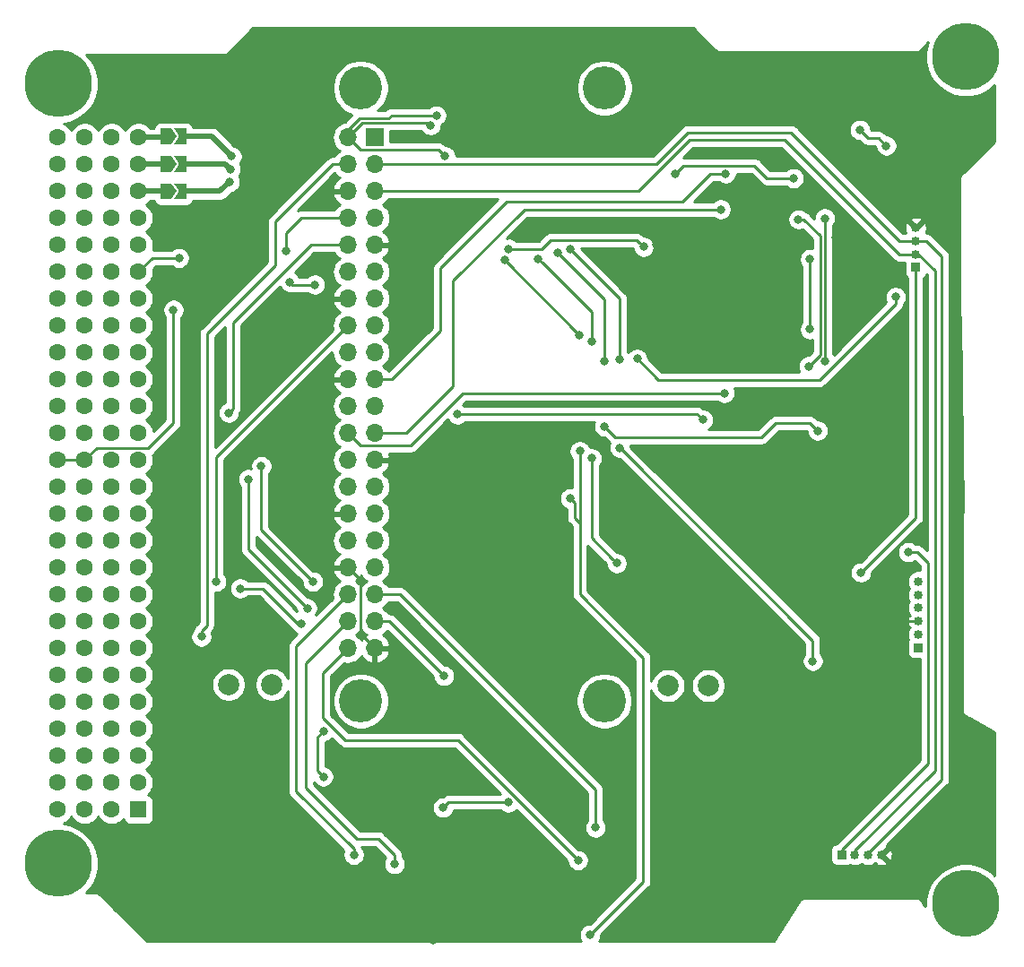
<source format=gbr>
G04 #@! TF.GenerationSoftware,KiCad,Pcbnew,(5.1.2)-2*
G04 #@! TF.CreationDate,2021-08-27T14:50:56-04:00*
G04 #@! TF.ProjectId,MAG_Plus,4d41475f-506c-4757-932e-6b696361645f,rev?*
G04 #@! TF.SameCoordinates,Original*
G04 #@! TF.FileFunction,Copper,L2,Bot*
G04 #@! TF.FilePolarity,Positive*
%FSLAX46Y46*%
G04 Gerber Fmt 4.6, Leading zero omitted, Abs format (unit mm)*
G04 Created by KiCad (PCBNEW (5.1.2)-2) date 2021-08-27 14:50:56*
%MOMM*%
%LPD*%
G04 APERTURE LIST*
%ADD10C,6.350000*%
%ADD11C,1.600000*%
%ADD12R,1.600000X1.600000*%
%ADD13C,4.064000*%
%ADD14C,0.300000*%
%ADD15C,0.100000*%
%ADD16O,1.700000X1.700000*%
%ADD17R,1.700000X1.700000*%
%ADD18C,2.000000*%
%ADD19C,0.850000*%
%ADD20R,0.850000X0.850000*%
%ADD21C,0.800000*%
%ADD22C,0.250000*%
%ADD23C,0.500000*%
%ADD24C,0.254000*%
G04 APERTURE END LIST*
D10*
X37050000Y-122300000D03*
X37050000Y-48640000D03*
D11*
X42110000Y-53720000D03*
X44650000Y-53720000D03*
X42110000Y-56260000D03*
X44650000Y-56260000D03*
X42110000Y-58800000D03*
X44650000Y-58800000D03*
X42110000Y-61340000D03*
X44650000Y-61340000D03*
X42110000Y-63880000D03*
X44650000Y-63880000D03*
X42110000Y-66420000D03*
X44650000Y-66420000D03*
X42110000Y-68960000D03*
X44650000Y-68960000D03*
X42110000Y-71500000D03*
X44650000Y-71500000D03*
X42110000Y-74040000D03*
X44650000Y-74040000D03*
X42110000Y-76580000D03*
X44650000Y-76580000D03*
X42110000Y-79120000D03*
X44650000Y-79120000D03*
X42110000Y-81660000D03*
X44650000Y-81660000D03*
X42110000Y-84200000D03*
X44650000Y-84200000D03*
X42110000Y-86740000D03*
X44650000Y-86740000D03*
X42110000Y-89280000D03*
X44650000Y-89280000D03*
X42110000Y-91820000D03*
X44650000Y-91820000D03*
X42110000Y-94360000D03*
X44650000Y-94360000D03*
X42110000Y-96900000D03*
X44650000Y-96900000D03*
X42110000Y-99440000D03*
X44650000Y-99440000D03*
X42110000Y-101980000D03*
X44650000Y-101980000D03*
X42110000Y-104520000D03*
X44650000Y-104520000D03*
X42110000Y-107060000D03*
X44650000Y-107060000D03*
X42110000Y-109600000D03*
X44650000Y-109600000D03*
X42110000Y-112140000D03*
X44650000Y-112140000D03*
X42110000Y-114680000D03*
X44650000Y-114680000D03*
X42110000Y-117220000D03*
D12*
X44650000Y-117220000D03*
D11*
X37030000Y-53720000D03*
X39570000Y-53720000D03*
X37030000Y-56260000D03*
X39570000Y-56260000D03*
X37030000Y-58800000D03*
X39570000Y-58800000D03*
X37030000Y-61340000D03*
X39570000Y-61340000D03*
X37030000Y-63880000D03*
X39570000Y-63880000D03*
X37030000Y-66420000D03*
X39570000Y-66420000D03*
X37030000Y-68960000D03*
X39570000Y-68960000D03*
X37030000Y-71500000D03*
X39570000Y-71500000D03*
X37030000Y-74040000D03*
X39570000Y-74040000D03*
X37030000Y-76580000D03*
X39570000Y-76580000D03*
X37030000Y-79120000D03*
X39570000Y-79120000D03*
X37030000Y-81660000D03*
X39570000Y-81660000D03*
X37030000Y-84200000D03*
X39570000Y-84200000D03*
X37030000Y-86740000D03*
X39570000Y-86740000D03*
X37030000Y-89280000D03*
X39570000Y-89280000D03*
X37030000Y-91820000D03*
X39570000Y-91820000D03*
X37030000Y-94360000D03*
X39570000Y-94360000D03*
X37030000Y-96900000D03*
X39570000Y-96900000D03*
X37030000Y-99440000D03*
X39570000Y-99440000D03*
X37030000Y-101980000D03*
X39570000Y-101980000D03*
X37030000Y-104520000D03*
X39570000Y-104520000D03*
X37030000Y-107060000D03*
X39570000Y-107060000D03*
X37030000Y-109600000D03*
X39570000Y-109600000D03*
X37030000Y-112140000D03*
X39570000Y-112140000D03*
X37030000Y-114680000D03*
X39570000Y-114680000D03*
X37030000Y-117220000D03*
X39570000Y-117220000D03*
D10*
X122780000Y-126110000D03*
X122780000Y-46100000D03*
D13*
X65620000Y-49050000D03*
X65650000Y-106940000D03*
X88620000Y-106940000D03*
X88650000Y-49050000D03*
D14*
X48675000Y-58800000D03*
D15*
G36*
X49175000Y-59550000D02*
G01*
X48025000Y-59550000D01*
X48525000Y-58800000D01*
X48025000Y-58050000D01*
X49175000Y-58050000D01*
X49175000Y-59550000D01*
X49175000Y-59550000D01*
G37*
D14*
X47225000Y-58800000D03*
D15*
G36*
X48225000Y-58800000D02*
G01*
X47725000Y-59550000D01*
X46725000Y-59550000D01*
X46725000Y-58050000D01*
X47725000Y-58050000D01*
X48225000Y-58800000D01*
X48225000Y-58800000D01*
G37*
D14*
X47225000Y-56200000D03*
D15*
G36*
X48225000Y-56200000D02*
G01*
X47725000Y-56950000D01*
X46725000Y-56950000D01*
X46725000Y-55450000D01*
X47725000Y-55450000D01*
X48225000Y-56200000D01*
X48225000Y-56200000D01*
G37*
D14*
X48675000Y-56200000D03*
D15*
G36*
X49175000Y-56950000D02*
G01*
X48025000Y-56950000D01*
X48525000Y-56200000D01*
X48025000Y-55450000D01*
X49175000Y-55450000D01*
X49175000Y-56950000D01*
X49175000Y-56950000D01*
G37*
D14*
X48675000Y-53600000D03*
D15*
G36*
X49175000Y-54350000D02*
G01*
X48025000Y-54350000D01*
X48525000Y-53600000D01*
X48025000Y-52850000D01*
X49175000Y-52850000D01*
X49175000Y-54350000D01*
X49175000Y-54350000D01*
G37*
D14*
X47225000Y-53600000D03*
D15*
G36*
X48225000Y-53600000D02*
G01*
X47725000Y-54350000D01*
X46725000Y-54350000D01*
X46725000Y-52850000D01*
X47725000Y-52850000D01*
X48225000Y-53600000D01*
X48225000Y-53600000D01*
G37*
D16*
X64410000Y-101960000D03*
X66950000Y-101960000D03*
X64410000Y-99420000D03*
X66950000Y-99420000D03*
X64410000Y-96880000D03*
X66950000Y-96880000D03*
X64410000Y-94340000D03*
X66950000Y-94340000D03*
X64410000Y-91800000D03*
X66950000Y-91800000D03*
X64410000Y-89260000D03*
X66950000Y-89260000D03*
X64410000Y-86720000D03*
X66950000Y-86720000D03*
X64410000Y-84180000D03*
X66950000Y-84180000D03*
X64410000Y-81640000D03*
X66950000Y-81640000D03*
X64410000Y-79100000D03*
X66950000Y-79100000D03*
X64410000Y-76560000D03*
X66950000Y-76560000D03*
X64410000Y-74020000D03*
X66950000Y-74020000D03*
X64410000Y-71480000D03*
X66950000Y-71480000D03*
X64410000Y-68940000D03*
X66950000Y-68940000D03*
X64410000Y-66400000D03*
X66950000Y-66400000D03*
X64410000Y-63860000D03*
X66950000Y-63860000D03*
X64410000Y-61320000D03*
X66950000Y-61320000D03*
X64410000Y-58780000D03*
X66950000Y-58780000D03*
X64410000Y-56240000D03*
X66950000Y-56240000D03*
X64410000Y-53700000D03*
D17*
X66950000Y-53700000D03*
D18*
X94650000Y-105500000D03*
X98450000Y-105500000D03*
X53150000Y-105400000D03*
X57250000Y-105400000D03*
D19*
X118050000Y-62250000D03*
X118050000Y-63500000D03*
X118050000Y-64750000D03*
D20*
X118050000Y-66000000D03*
D19*
X114800000Y-121480000D03*
X113550000Y-121480000D03*
X112300000Y-121480000D03*
D20*
X111050000Y-121480000D03*
D19*
X118280000Y-95670000D03*
X118280000Y-96920000D03*
X118280000Y-98170000D03*
X118280000Y-99420000D03*
X118280000Y-100670000D03*
D20*
X118280000Y-101920000D03*
D21*
X53450000Y-55500000D03*
X53350000Y-56700000D03*
X53250000Y-57900000D03*
X108320000Y-103180000D03*
X90080000Y-83030000D03*
X85390000Y-64250000D03*
X72775000Y-51635000D03*
X87440000Y-84030000D03*
X90080000Y-74679998D03*
X87440000Y-73030000D03*
X50594999Y-100874999D03*
X72220000Y-52560000D03*
X88640000Y-74890000D03*
X88640000Y-81020000D03*
X108780001Y-81419999D03*
X73599998Y-55484990D03*
X82385000Y-65175000D03*
X84265000Y-64605000D03*
X89800000Y-93930000D03*
X79620000Y-64240000D03*
X87290000Y-129020000D03*
X85410000Y-87820000D03*
X86310002Y-83340000D03*
X92340000Y-64050000D03*
X86300000Y-72410000D03*
X79199997Y-65300001D03*
X48475000Y-65100000D03*
X47950000Y-70000000D03*
X60030000Y-99640000D03*
X54245000Y-96315000D03*
X61310000Y-67620000D03*
X58920000Y-67370000D03*
X58650000Y-49960000D03*
X58650000Y-56170000D03*
X94430000Y-68300000D03*
X93540000Y-63810000D03*
X111210000Y-71960000D03*
X113130000Y-103270000D03*
X86694268Y-117281045D03*
X86650000Y-115725000D03*
X74397489Y-129075000D03*
X72470000Y-129510000D03*
X47520000Y-62310000D03*
X55890000Y-60180000D03*
X71320000Y-116260000D03*
X66780000Y-114650000D03*
X110495010Y-63180000D03*
X62140000Y-109790000D03*
X62100000Y-114099998D03*
X79570000Y-116530000D03*
X73410000Y-117020000D03*
X108050000Y-65220000D03*
X108050002Y-71830010D03*
X107940000Y-75330000D03*
X106960000Y-61450000D03*
X109460000Y-61360000D03*
X109470000Y-74850000D03*
X106490000Y-57560000D03*
X95302340Y-57192340D03*
X115250000Y-54500000D03*
X112750000Y-53000000D03*
X91740000Y-74620000D03*
X116140000Y-68780000D03*
X117330000Y-92890000D03*
X112870000Y-94810000D03*
X58560000Y-64470000D03*
X53180000Y-79730000D03*
X56250000Y-84760000D03*
X61100000Y-95660000D03*
X55020002Y-86000000D03*
X60580000Y-98180000D03*
X73500000Y-104580000D03*
X52000000Y-95670000D03*
X100098857Y-57128857D03*
X74760000Y-79870000D03*
X97960000Y-80380000D03*
X99620000Y-60510000D03*
X99970000Y-77860000D03*
X68820000Y-122370000D03*
X87800000Y-118910000D03*
X86150000Y-122000000D03*
X64990000Y-121490000D03*
D22*
X46825000Y-58800000D02*
X47225000Y-59200000D01*
D23*
X44650000Y-58800000D02*
X46825000Y-58800000D01*
X48675000Y-53600000D02*
X51550000Y-53600000D01*
X51550000Y-53600000D02*
X53450000Y-55500000D01*
X48675000Y-56200000D02*
X52850000Y-56200000D01*
X52850000Y-56200000D02*
X53350000Y-56700000D01*
X48675000Y-58800000D02*
X52350000Y-58800000D01*
X52350000Y-58800000D02*
X53250000Y-57900000D01*
D22*
X47085000Y-56260000D02*
X47225000Y-56400000D01*
D23*
X44650000Y-56260000D02*
X47085000Y-56260000D01*
D22*
X47105000Y-53720000D02*
X47225000Y-53600000D01*
D23*
X44650000Y-53720000D02*
X47105000Y-53720000D01*
D22*
X68555000Y-51635000D02*
X72775000Y-51635000D01*
X68550000Y-51630000D02*
X68555000Y-51635000D01*
X68240000Y-51940000D02*
X68550000Y-51630000D01*
X65500000Y-51940000D02*
X68240000Y-51940000D01*
X64410000Y-53700000D02*
X64410000Y-53030000D01*
X64410000Y-53030000D02*
X65500000Y-51940000D01*
X85390000Y-64250000D02*
X90080000Y-68940000D01*
X90080000Y-68940000D02*
X90080000Y-74114313D01*
X90080000Y-74114313D02*
X90080000Y-74679998D01*
X64410000Y-56240000D02*
X62980000Y-56240000D01*
X57560000Y-61660000D02*
X57560000Y-65780000D01*
X62980000Y-56240000D02*
X57560000Y-61660000D01*
X51100000Y-99804313D02*
X51100000Y-72240000D01*
X50594999Y-100874999D02*
X50594999Y-100309314D01*
X50594999Y-100309314D02*
X51100000Y-99804313D01*
X51100000Y-72240000D02*
X57560000Y-65780000D01*
X72020000Y-52360000D02*
X72220000Y-52560000D01*
X64410000Y-53700000D02*
X65750000Y-52360000D01*
X65750000Y-52360000D02*
X72020000Y-52360000D01*
X90120000Y-83030000D02*
X90080000Y-83030000D01*
X108320000Y-103180000D02*
X108320000Y-101230000D01*
X108320000Y-101230000D02*
X90120000Y-83030000D01*
X108060002Y-80700000D02*
X108780001Y-81419999D01*
X104800000Y-80700000D02*
X108060002Y-80700000D01*
X103450000Y-82050000D02*
X104800000Y-80700000D01*
X88640000Y-81020000D02*
X89670000Y-82050000D01*
X89670000Y-82050000D02*
X103450000Y-82050000D01*
X64410000Y-53700000D02*
X65585001Y-54875001D01*
X65585001Y-54875001D02*
X72990009Y-54875001D01*
X72990009Y-54875001D02*
X73199999Y-55084991D01*
X73199999Y-55084991D02*
X73599998Y-55484990D01*
X82784999Y-65574999D02*
X82385000Y-65175000D01*
X87440000Y-70230000D02*
X82784999Y-65574999D01*
X87440000Y-73030000D02*
X87440000Y-70230000D01*
X88640000Y-74890000D02*
X88640000Y-68980000D01*
X88640000Y-68980000D02*
X84664999Y-65004999D01*
X84664999Y-65004999D02*
X84265000Y-64605000D01*
X89400001Y-93530001D02*
X89800000Y-93930000D01*
X87440000Y-91570000D02*
X89400001Y-93530001D01*
X87440000Y-84030000D02*
X87440000Y-91570000D01*
X112300000Y-121050000D02*
X112300000Y-121400000D01*
X119840000Y-113510000D02*
X112300000Y-121050000D01*
X119840000Y-66290000D02*
X119840000Y-113510000D01*
X118050000Y-64750000D02*
X118300000Y-64750000D01*
X118300000Y-64750000D02*
X119840000Y-66290000D01*
X116460000Y-64750000D02*
X118050000Y-64750000D01*
X105660000Y-53950000D02*
X116460000Y-64750000D01*
X96680000Y-53950000D02*
X105660000Y-53950000D01*
X66950000Y-58780000D02*
X91850000Y-58780000D01*
X91850000Y-58780000D02*
X96680000Y-53950000D01*
X113550000Y-121300000D02*
X113550000Y-121400000D01*
X120500000Y-114350000D02*
X113550000Y-121300000D01*
X120500000Y-64950000D02*
X120500000Y-114350000D01*
X118050000Y-63500000D02*
X119050000Y-63500000D01*
X119050000Y-63500000D02*
X120500000Y-64950000D01*
X116520000Y-63500000D02*
X118050000Y-63500000D01*
X106240000Y-53220000D02*
X116520000Y-63500000D01*
X96550000Y-53220000D02*
X106240000Y-53220000D01*
X93560000Y-56210000D02*
X96550000Y-53220000D01*
X66950000Y-56240000D02*
X66980000Y-56210000D01*
X66980000Y-56210000D02*
X93560000Y-56210000D01*
X86310000Y-96840000D02*
X92310000Y-102840000D01*
X92310000Y-102840000D02*
X92310000Y-124000000D01*
X92310000Y-124000000D02*
X87290000Y-129020000D01*
X85809999Y-89649999D02*
X86310000Y-90150000D01*
X85809999Y-88219999D02*
X85809999Y-89649999D01*
X85410000Y-87820000D02*
X85809999Y-88219999D01*
X86310000Y-90150000D02*
X86310000Y-96840000D01*
X86310000Y-90150000D02*
X86310002Y-90149998D01*
X86310002Y-90149998D02*
X86310002Y-83905685D01*
X86310002Y-83905685D02*
X86310002Y-83340000D01*
X91940001Y-63650001D02*
X92340000Y-64050000D01*
X91720001Y-63430001D02*
X91940001Y-63650001D01*
X83539999Y-63430001D02*
X91720001Y-63430001D01*
X79620000Y-64240000D02*
X82730000Y-64240000D01*
X82730000Y-64240000D02*
X83539999Y-63430001D01*
X86300000Y-72410000D02*
X79199997Y-65309997D01*
X79199997Y-65309997D02*
X79199997Y-65300001D01*
X45970000Y-65100000D02*
X44650000Y-66420000D01*
X48475000Y-65100000D02*
X45970000Y-65100000D01*
X37030000Y-84200000D02*
X39570000Y-84200000D01*
X40695001Y-83074999D02*
X45575001Y-83074999D01*
X39570000Y-84200000D02*
X40695001Y-83074999D01*
X45575001Y-83074999D02*
X47950000Y-80700000D01*
X47950000Y-80700000D02*
X47950000Y-70000000D01*
X56375000Y-96315000D02*
X54245000Y-96315000D01*
X60030000Y-99640000D02*
X59700000Y-99640000D01*
X59700000Y-99640000D02*
X56375000Y-96315000D01*
X61310000Y-67620000D02*
X59170000Y-67620000D01*
X59170000Y-67620000D02*
X58920000Y-67370000D01*
X65259999Y-95189999D02*
X64410000Y-94340000D01*
X65585001Y-95515001D02*
X65259999Y-95189999D01*
X65585001Y-100595001D02*
X65585001Y-95515001D01*
X66950000Y-101960000D02*
X65585001Y-100595001D01*
X58650000Y-49960000D02*
X58650000Y-56170000D01*
X94430000Y-68300000D02*
X93660000Y-69070000D01*
X93660000Y-69070000D02*
X92330000Y-69070000D01*
X92330000Y-69070000D02*
X91610000Y-68350000D01*
X91610000Y-68350000D02*
X91610000Y-67060000D01*
X91610000Y-67060000D02*
X91610000Y-67050000D01*
X91610000Y-67050000D02*
X93540000Y-65120000D01*
X93540000Y-65120000D02*
X93540000Y-63810000D01*
X116980000Y-99420000D02*
X118280000Y-99420000D01*
X113130000Y-103270000D02*
X116980000Y-99420000D01*
X86694268Y-117281045D02*
X86694268Y-115769268D01*
X86694268Y-115769268D02*
X86650000Y-115725000D01*
X73962489Y-129510000D02*
X72470000Y-129510000D01*
X74397489Y-129075000D02*
X73962489Y-129510000D01*
X47520000Y-62310000D02*
X49650000Y-60180000D01*
X49650000Y-60180000D02*
X55890000Y-60180000D01*
X71320000Y-116260000D02*
X69710000Y-114650000D01*
X69710000Y-114650000D02*
X66780000Y-114650000D01*
X111210000Y-63894990D02*
X110895009Y-63579999D01*
X110895009Y-63579999D02*
X110495010Y-63180000D01*
X111210000Y-71960000D02*
X111210000Y-63894990D01*
X61570000Y-113569998D02*
X62100000Y-114099998D01*
X62140000Y-109790000D02*
X61570000Y-110360000D01*
X61570000Y-110360000D02*
X61570000Y-113569998D01*
X79570000Y-116530000D02*
X73900000Y-116530000D01*
X73900000Y-116530000D02*
X73809999Y-116620001D01*
X73809999Y-116620001D02*
X73410000Y-117020000D01*
X108050000Y-65220000D02*
X108050000Y-71830008D01*
X108050000Y-71830008D02*
X108050002Y-71830010D01*
X107450000Y-61450000D02*
X106960000Y-61450000D01*
X109010000Y-63010000D02*
X107450000Y-61450000D01*
X107940000Y-75330000D02*
X109010000Y-74260000D01*
X109010000Y-74260000D02*
X109010000Y-63010000D01*
X109460000Y-74840000D02*
X109470000Y-74850000D01*
X109460000Y-61360000D02*
X109460000Y-74840000D01*
X95702339Y-56792341D02*
X95302340Y-57192340D01*
X96114670Y-56380010D02*
X95702339Y-56792341D01*
X102800010Y-56380010D02*
X96114670Y-56380010D01*
X106490000Y-57560000D02*
X103980000Y-57560000D01*
X103980000Y-57560000D02*
X102800010Y-56380010D01*
X113530000Y-53780000D02*
X112750000Y-53000000D01*
X114540000Y-53780000D02*
X113530000Y-53780000D01*
X115250000Y-54500000D02*
X115250000Y-54490000D01*
X115250000Y-54490000D02*
X114540000Y-53780000D01*
X91740000Y-74620000D02*
X93740000Y-76620000D01*
X116140000Y-69443002D02*
X116140000Y-69345685D01*
X108963002Y-76620000D02*
X116140000Y-69443002D01*
X93740000Y-76620000D02*
X108963002Y-76620000D01*
X116140000Y-69345685D02*
X116140000Y-68780000D01*
X111050000Y-121000000D02*
X111050000Y-121400000D01*
X119190000Y-112860000D02*
X111050000Y-121000000D01*
X119190000Y-93875000D02*
X119190000Y-112860000D01*
X117330000Y-92890000D02*
X118205000Y-92890000D01*
X118205000Y-92890000D02*
X119190000Y-93875000D01*
X118050000Y-66000000D02*
X118050000Y-89630000D01*
X113269999Y-94410001D02*
X112870000Y-94810000D01*
X118050000Y-89630000D02*
X113269999Y-94410001D01*
X58560000Y-62760000D02*
X58560000Y-64470000D01*
X64410000Y-61320000D02*
X60000000Y-61320000D01*
X60000000Y-61320000D02*
X58560000Y-62760000D01*
X60910000Y-63860000D02*
X64410000Y-63860000D01*
X53579999Y-71190001D02*
X60910000Y-63860000D01*
X53180000Y-79730000D02*
X53579999Y-79330001D01*
X53579999Y-79330001D02*
X53579999Y-71190001D01*
X60700001Y-95260001D02*
X61100000Y-95660000D01*
X56250000Y-90810000D02*
X60700001Y-95260001D01*
X56250000Y-84760000D02*
X56250000Y-90810000D01*
X55020002Y-86000000D02*
X55020002Y-92620002D01*
X55020002Y-92620002D02*
X60180001Y-97780001D01*
X60180001Y-97780001D02*
X60580000Y-98180000D01*
X66970000Y-99440000D02*
X66950000Y-99420000D01*
X73500000Y-104580000D02*
X68360000Y-99440000D01*
X68360000Y-99440000D02*
X66970000Y-99440000D01*
X52000000Y-95104315D02*
X52000000Y-95670000D01*
X52000000Y-83890000D02*
X52000000Y-95104315D01*
X64410000Y-71480000D02*
X52000000Y-83890000D01*
X73140000Y-72000000D02*
X68580000Y-76560000D01*
X73140000Y-66070000D02*
X73140000Y-72000000D01*
X100098857Y-57128857D02*
X99533172Y-57128857D01*
X99533172Y-57128857D02*
X99522029Y-57140000D01*
X99522029Y-57140000D02*
X98670000Y-57140000D01*
X98670000Y-57140000D02*
X95990000Y-59820000D01*
X68580000Y-76560000D02*
X66950000Y-76560000D01*
X95990000Y-59820000D02*
X79390000Y-59820000D01*
X79390000Y-59820000D02*
X73140000Y-66070000D01*
X97450000Y-79870000D02*
X97560001Y-79980001D01*
X97560001Y-79980001D02*
X97960000Y-80380000D01*
X74760000Y-79870000D02*
X97450000Y-79870000D01*
X69960000Y-81640000D02*
X66950000Y-81640000D01*
X74360000Y-77240000D02*
X69960000Y-81640000D01*
X74360000Y-67220000D02*
X74360000Y-77240000D01*
X99620000Y-60510000D02*
X81070000Y-60510000D01*
X81070000Y-60510000D02*
X74360000Y-67220000D01*
X65259999Y-82489999D02*
X64410000Y-81640000D01*
X65585001Y-82815001D02*
X65259999Y-82489999D01*
X70344999Y-82815001D02*
X65585001Y-82815001D01*
X99970000Y-77860000D02*
X75300000Y-77860000D01*
X75300000Y-77860000D02*
X70344999Y-82815001D01*
X68820000Y-121500000D02*
X68820000Y-122370000D01*
X67270000Y-119950000D02*
X68820000Y-121500000D01*
X65280000Y-119950000D02*
X67270000Y-119950000D01*
X60440000Y-115110000D02*
X65280000Y-119950000D01*
X64410000Y-99420000D02*
X60440000Y-103390000D01*
X60440000Y-103390000D02*
X60440000Y-115110000D01*
X87800000Y-115320000D02*
X87800000Y-118344315D01*
X87800000Y-118344315D02*
X87800000Y-118910000D01*
X66950000Y-96880000D02*
X69360000Y-96880000D01*
X69360000Y-96880000D02*
X87800000Y-115320000D01*
X74794998Y-110644998D02*
X64158002Y-110644998D01*
X63560001Y-102809999D02*
X64410000Y-101960000D01*
X62080000Y-104290000D02*
X63560001Y-102809999D01*
X64158002Y-110644998D02*
X62080000Y-108566996D01*
X62080000Y-108566996D02*
X62080000Y-104290000D01*
X86150000Y-122000000D02*
X74794998Y-110644998D01*
X64990000Y-120950000D02*
X64990000Y-121490000D01*
X59540000Y-115500000D02*
X64990000Y-120950000D01*
X64410000Y-96880000D02*
X59540000Y-101750000D01*
X59540000Y-101750000D02*
X59540000Y-115500000D01*
D24*
G36*
X99060388Y-45443769D02*
G01*
X99081052Y-45468948D01*
X99106231Y-45489612D01*
X99106233Y-45489614D01*
X99108356Y-45491356D01*
X99181550Y-45551425D01*
X99296207Y-45612710D01*
X99420617Y-45650450D01*
X99517581Y-45660000D01*
X99517588Y-45660000D01*
X99550000Y-45663192D01*
X99582412Y-45660000D01*
X117997591Y-45660000D01*
X118030000Y-45663192D01*
X118062409Y-45660000D01*
X118062419Y-45660000D01*
X118159383Y-45650450D01*
X118283793Y-45612710D01*
X118398450Y-45551425D01*
X118498948Y-45468948D01*
X118519616Y-45443764D01*
X119216613Y-44746767D01*
X119116416Y-44988664D01*
X118970000Y-45724748D01*
X118970000Y-46475252D01*
X119116416Y-47211336D01*
X119403622Y-47904712D01*
X119820580Y-48528733D01*
X120351267Y-49059420D01*
X120975288Y-49476378D01*
X121668664Y-49763584D01*
X122404748Y-49910000D01*
X123155252Y-49910000D01*
X123891336Y-49763584D01*
X124584712Y-49476378D01*
X125208733Y-49059420D01*
X125500000Y-48768153D01*
X125500001Y-54106618D01*
X122672712Y-56933908D01*
X122627367Y-56947663D01*
X122499680Y-57015913D01*
X122387762Y-57107763D01*
X122295913Y-57219681D01*
X122227663Y-57347368D01*
X122185635Y-57485916D01*
X122175000Y-57593896D01*
X122175001Y-70416105D01*
X122185636Y-70524085D01*
X122227664Y-70662633D01*
X122253771Y-70711475D01*
X122466303Y-89182494D01*
X122447663Y-89217368D01*
X122405635Y-89355916D01*
X122395000Y-89463896D01*
X122395001Y-107826105D01*
X122405636Y-107934085D01*
X122447664Y-108072633D01*
X122515914Y-108200320D01*
X122607763Y-108312238D01*
X122719681Y-108404087D01*
X122847368Y-108472337D01*
X122985916Y-108514365D01*
X123080708Y-108523701D01*
X125500001Y-109920983D01*
X125499988Y-123441835D01*
X125208733Y-123150580D01*
X124584712Y-122733622D01*
X123891336Y-122446416D01*
X123155252Y-122300000D01*
X122404748Y-122300000D01*
X121668664Y-122446416D01*
X120975288Y-122733622D01*
X120351267Y-123150580D01*
X119820580Y-123681267D01*
X119403622Y-124305288D01*
X119116416Y-124998664D01*
X118970000Y-125734748D01*
X118970000Y-126296620D01*
X118726092Y-126052712D01*
X118712337Y-126007367D01*
X118644087Y-125879680D01*
X118552238Y-125767762D01*
X118440320Y-125675913D01*
X118312633Y-125607663D01*
X118174085Y-125565635D01*
X118066105Y-125555000D01*
X107664077Y-125555000D01*
X107615894Y-125551838D01*
X107556029Y-125559714D01*
X107495915Y-125565635D01*
X107484339Y-125569146D01*
X107472349Y-125570724D01*
X107415167Y-125590130D01*
X107357367Y-125607663D01*
X107346699Y-125613365D01*
X107335246Y-125617252D01*
X107282946Y-125647442D01*
X107229680Y-125675913D01*
X107220330Y-125683586D01*
X107209855Y-125689633D01*
X107164443Y-125729452D01*
X107117762Y-125767762D01*
X107110090Y-125777110D01*
X107100994Y-125785086D01*
X107064223Y-125833000D01*
X107025913Y-125879680D01*
X107003147Y-125922271D01*
X104681573Y-129655000D01*
X88110490Y-129655000D01*
X88207205Y-129510256D01*
X88285226Y-129321898D01*
X88325000Y-129121939D01*
X88325000Y-129059801D01*
X92821003Y-124563799D01*
X92850001Y-124540001D01*
X92903279Y-124475082D01*
X92944974Y-124424277D01*
X93015546Y-124292247D01*
X93015669Y-124291841D01*
X93059003Y-124148986D01*
X93070000Y-124037333D01*
X93070000Y-124037324D01*
X93073676Y-124000001D01*
X93070000Y-123962678D01*
X93070000Y-105937538D01*
X93077832Y-105976912D01*
X93201082Y-106274463D01*
X93380013Y-106542252D01*
X93607748Y-106769987D01*
X93875537Y-106948918D01*
X94173088Y-107072168D01*
X94488967Y-107135000D01*
X94811033Y-107135000D01*
X95126912Y-107072168D01*
X95424463Y-106948918D01*
X95692252Y-106769987D01*
X95919987Y-106542252D01*
X96098918Y-106274463D01*
X96222168Y-105976912D01*
X96285000Y-105661033D01*
X96285000Y-105338967D01*
X96815000Y-105338967D01*
X96815000Y-105661033D01*
X96877832Y-105976912D01*
X97001082Y-106274463D01*
X97180013Y-106542252D01*
X97407748Y-106769987D01*
X97675537Y-106948918D01*
X97973088Y-107072168D01*
X98288967Y-107135000D01*
X98611033Y-107135000D01*
X98926912Y-107072168D01*
X99224463Y-106948918D01*
X99492252Y-106769987D01*
X99719987Y-106542252D01*
X99898918Y-106274463D01*
X100022168Y-105976912D01*
X100085000Y-105661033D01*
X100085000Y-105338967D01*
X100022168Y-105023088D01*
X99898918Y-104725537D01*
X99719987Y-104457748D01*
X99492252Y-104230013D01*
X99224463Y-104051082D01*
X98926912Y-103927832D01*
X98611033Y-103865000D01*
X98288967Y-103865000D01*
X97973088Y-103927832D01*
X97675537Y-104051082D01*
X97407748Y-104230013D01*
X97180013Y-104457748D01*
X97001082Y-104725537D01*
X96877832Y-105023088D01*
X96815000Y-105338967D01*
X96285000Y-105338967D01*
X96222168Y-105023088D01*
X96098918Y-104725537D01*
X95919987Y-104457748D01*
X95692252Y-104230013D01*
X95424463Y-104051082D01*
X95126912Y-103927832D01*
X94811033Y-103865000D01*
X94488967Y-103865000D01*
X94173088Y-103927832D01*
X93875537Y-104051082D01*
X93607748Y-104230013D01*
X93380013Y-104457748D01*
X93201082Y-104725537D01*
X93077832Y-105023088D01*
X93070000Y-105062462D01*
X93070000Y-102877322D01*
X93073676Y-102839999D01*
X93070000Y-102802676D01*
X93070000Y-102802667D01*
X93059003Y-102691014D01*
X93015546Y-102547753D01*
X92944974Y-102415724D01*
X92912425Y-102376063D01*
X92873799Y-102328996D01*
X92873795Y-102328992D01*
X92850001Y-102299999D01*
X92821009Y-102276206D01*
X87070000Y-96525199D01*
X87070000Y-92274801D01*
X88765000Y-93969802D01*
X88765000Y-94031939D01*
X88804774Y-94231898D01*
X88882795Y-94420256D01*
X88996063Y-94589774D01*
X89140226Y-94733937D01*
X89309744Y-94847205D01*
X89498102Y-94925226D01*
X89698061Y-94965000D01*
X89901939Y-94965000D01*
X90101898Y-94925226D01*
X90290256Y-94847205D01*
X90459774Y-94733937D01*
X90603937Y-94589774D01*
X90717205Y-94420256D01*
X90795226Y-94231898D01*
X90835000Y-94031939D01*
X90835000Y-93828061D01*
X90795226Y-93628102D01*
X90717205Y-93439744D01*
X90603937Y-93270226D01*
X90459774Y-93126063D01*
X90290256Y-93012795D01*
X90101898Y-92934774D01*
X89901939Y-92895000D01*
X89839802Y-92895000D01*
X88200000Y-91255199D01*
X88200000Y-84733711D01*
X88243937Y-84689774D01*
X88357205Y-84520256D01*
X88435226Y-84331898D01*
X88475000Y-84131939D01*
X88475000Y-83928061D01*
X88435226Y-83728102D01*
X88357205Y-83539744D01*
X88243937Y-83370226D01*
X88099774Y-83226063D01*
X87930256Y-83112795D01*
X87741898Y-83034774D01*
X87541939Y-82995000D01*
X87338061Y-82995000D01*
X87291233Y-83004315D01*
X87227207Y-82849744D01*
X87113939Y-82680226D01*
X86969776Y-82536063D01*
X86800258Y-82422795D01*
X86611900Y-82344774D01*
X86411941Y-82305000D01*
X86208063Y-82305000D01*
X86008104Y-82344774D01*
X85819746Y-82422795D01*
X85650228Y-82536063D01*
X85506065Y-82680226D01*
X85392797Y-82849744D01*
X85314776Y-83038102D01*
X85275002Y-83238061D01*
X85275002Y-83441939D01*
X85314776Y-83641898D01*
X85392797Y-83830256D01*
X85506065Y-83999774D01*
X85550003Y-84043712D01*
X85550003Y-86792571D01*
X85511939Y-86785000D01*
X85308061Y-86785000D01*
X85108102Y-86824774D01*
X84919744Y-86902795D01*
X84750226Y-87016063D01*
X84606063Y-87160226D01*
X84492795Y-87329744D01*
X84414774Y-87518102D01*
X84375000Y-87718061D01*
X84375000Y-87921939D01*
X84414774Y-88121898D01*
X84492795Y-88310256D01*
X84606063Y-88479774D01*
X84750226Y-88623937D01*
X84919744Y-88737205D01*
X85049999Y-88791159D01*
X85050000Y-89612667D01*
X85046323Y-89649999D01*
X85060997Y-89798984D01*
X85104453Y-89942245D01*
X85175025Y-90074275D01*
X85229788Y-90141003D01*
X85269999Y-90190000D01*
X85298997Y-90213798D01*
X85550000Y-90464801D01*
X85550001Y-96802668D01*
X85546324Y-96840000D01*
X85550001Y-96877333D01*
X85560998Y-96988986D01*
X85571741Y-97024401D01*
X85604454Y-97132246D01*
X85675026Y-97264276D01*
X85745379Y-97350000D01*
X85770000Y-97380001D01*
X85798998Y-97403799D01*
X91550000Y-103154803D01*
X91550001Y-123685197D01*
X87250199Y-127985000D01*
X87188061Y-127985000D01*
X86988102Y-128024774D01*
X86799744Y-128102795D01*
X86630226Y-128216063D01*
X86486063Y-128360226D01*
X86372795Y-128529744D01*
X86294774Y-128718102D01*
X86255000Y-128918061D01*
X86255000Y-129121939D01*
X86294774Y-129321898D01*
X86372795Y-129510256D01*
X86469510Y-129655000D01*
X45494447Y-129655000D01*
X42724193Y-126884747D01*
X42640319Y-126815914D01*
X42512633Y-126747664D01*
X42474917Y-126736223D01*
X41032072Y-125259228D01*
X41008948Y-125231052D01*
X40961640Y-125192227D01*
X40914873Y-125152922D01*
X40911463Y-125151048D01*
X40908450Y-125148575D01*
X40854479Y-125119727D01*
X40800940Y-125090300D01*
X40797230Y-125089127D01*
X40793793Y-125087290D01*
X40735252Y-125069531D01*
X40676981Y-125051108D01*
X40673112Y-125050681D01*
X40669383Y-125049550D01*
X40608488Y-125043552D01*
X40547756Y-125036853D01*
X40511457Y-125040000D01*
X39698153Y-125040000D01*
X40009420Y-124728733D01*
X40426378Y-124104712D01*
X40713584Y-123411336D01*
X40860000Y-122675252D01*
X40860000Y-121924748D01*
X40713584Y-121188664D01*
X40426378Y-120495288D01*
X40009420Y-119871267D01*
X39478733Y-119340580D01*
X38854712Y-118923622D01*
X38161336Y-118636416D01*
X37620177Y-118528773D01*
X37709727Y-118491680D01*
X37944759Y-118334637D01*
X38144637Y-118134759D01*
X38300000Y-117902241D01*
X38455363Y-118134759D01*
X38655241Y-118334637D01*
X38890273Y-118491680D01*
X39151426Y-118599853D01*
X39428665Y-118655000D01*
X39711335Y-118655000D01*
X39988574Y-118599853D01*
X40249727Y-118491680D01*
X40484759Y-118334637D01*
X40684637Y-118134759D01*
X40840000Y-117902241D01*
X40995363Y-118134759D01*
X41195241Y-118334637D01*
X41430273Y-118491680D01*
X41691426Y-118599853D01*
X41968665Y-118655000D01*
X42251335Y-118655000D01*
X42528574Y-118599853D01*
X42789727Y-118491680D01*
X43024759Y-118334637D01*
X43223357Y-118136039D01*
X43224188Y-118144482D01*
X43260498Y-118264180D01*
X43319463Y-118374494D01*
X43398815Y-118471185D01*
X43495506Y-118550537D01*
X43605820Y-118609502D01*
X43725518Y-118645812D01*
X43850000Y-118658072D01*
X45450000Y-118658072D01*
X45574482Y-118645812D01*
X45694180Y-118609502D01*
X45804494Y-118550537D01*
X45901185Y-118471185D01*
X45980537Y-118374494D01*
X46039502Y-118264180D01*
X46075812Y-118144482D01*
X46088072Y-118020000D01*
X46088072Y-116420000D01*
X46075812Y-116295518D01*
X46039502Y-116175820D01*
X45980537Y-116065506D01*
X45901185Y-115968815D01*
X45804494Y-115889463D01*
X45694180Y-115830498D01*
X45574482Y-115794188D01*
X45566039Y-115793357D01*
X45764637Y-115594759D01*
X45921680Y-115359727D01*
X46029853Y-115098574D01*
X46085000Y-114821335D01*
X46085000Y-114538665D01*
X46029853Y-114261426D01*
X45921680Y-114000273D01*
X45764637Y-113765241D01*
X45564759Y-113565363D01*
X45332241Y-113410000D01*
X45564759Y-113254637D01*
X45764637Y-113054759D01*
X45921680Y-112819727D01*
X46029853Y-112558574D01*
X46085000Y-112281335D01*
X46085000Y-111998665D01*
X46029853Y-111721426D01*
X45921680Y-111460273D01*
X45764637Y-111225241D01*
X45564759Y-111025363D01*
X45332241Y-110870000D01*
X45564759Y-110714637D01*
X45764637Y-110514759D01*
X45921680Y-110279727D01*
X46029853Y-110018574D01*
X46085000Y-109741335D01*
X46085000Y-109458665D01*
X46029853Y-109181426D01*
X45921680Y-108920273D01*
X45764637Y-108685241D01*
X45564759Y-108485363D01*
X45332241Y-108330000D01*
X45564759Y-108174637D01*
X45764637Y-107974759D01*
X45921680Y-107739727D01*
X46029853Y-107478574D01*
X46085000Y-107201335D01*
X46085000Y-106918665D01*
X46029853Y-106641426D01*
X45921680Y-106380273D01*
X45764637Y-106145241D01*
X45564759Y-105945363D01*
X45332241Y-105790000D01*
X45564759Y-105634637D01*
X45764637Y-105434759D01*
X45895460Y-105238967D01*
X51515000Y-105238967D01*
X51515000Y-105561033D01*
X51577832Y-105876912D01*
X51701082Y-106174463D01*
X51880013Y-106442252D01*
X52107748Y-106669987D01*
X52375537Y-106848918D01*
X52673088Y-106972168D01*
X52988967Y-107035000D01*
X53311033Y-107035000D01*
X53626912Y-106972168D01*
X53924463Y-106848918D01*
X54192252Y-106669987D01*
X54419987Y-106442252D01*
X54598918Y-106174463D01*
X54722168Y-105876912D01*
X54785000Y-105561033D01*
X54785000Y-105238967D01*
X54722168Y-104923088D01*
X54598918Y-104625537D01*
X54419987Y-104357748D01*
X54192252Y-104130013D01*
X53924463Y-103951082D01*
X53626912Y-103827832D01*
X53311033Y-103765000D01*
X52988967Y-103765000D01*
X52673088Y-103827832D01*
X52375537Y-103951082D01*
X52107748Y-104130013D01*
X51880013Y-104357748D01*
X51701082Y-104625537D01*
X51577832Y-104923088D01*
X51515000Y-105238967D01*
X45895460Y-105238967D01*
X45921680Y-105199727D01*
X46029853Y-104938574D01*
X46085000Y-104661335D01*
X46085000Y-104378665D01*
X46029853Y-104101426D01*
X45921680Y-103840273D01*
X45764637Y-103605241D01*
X45564759Y-103405363D01*
X45332241Y-103250000D01*
X45564759Y-103094637D01*
X45764637Y-102894759D01*
X45921680Y-102659727D01*
X46029853Y-102398574D01*
X46085000Y-102121335D01*
X46085000Y-101838665D01*
X46029853Y-101561426D01*
X45921680Y-101300273D01*
X45764637Y-101065241D01*
X45564759Y-100865363D01*
X45426618Y-100773060D01*
X49559999Y-100773060D01*
X49559999Y-100976938D01*
X49599773Y-101176897D01*
X49677794Y-101365255D01*
X49791062Y-101534773D01*
X49935225Y-101678936D01*
X50104743Y-101792204D01*
X50293101Y-101870225D01*
X50493060Y-101909999D01*
X50696938Y-101909999D01*
X50896897Y-101870225D01*
X51085255Y-101792204D01*
X51254773Y-101678936D01*
X51398936Y-101534773D01*
X51512204Y-101365255D01*
X51590225Y-101176897D01*
X51629999Y-100976938D01*
X51629999Y-100773060D01*
X51590225Y-100573101D01*
X51536270Y-100442844D01*
X51610998Y-100368116D01*
X51640001Y-100344314D01*
X51734974Y-100228589D01*
X51805546Y-100096560D01*
X51849003Y-99953299D01*
X51860000Y-99841646D01*
X51860000Y-99841637D01*
X51863676Y-99804314D01*
X51860000Y-99766991D01*
X51860000Y-96697429D01*
X51898061Y-96705000D01*
X52101939Y-96705000D01*
X52301898Y-96665226D01*
X52490256Y-96587205D01*
X52659774Y-96473937D01*
X52803937Y-96329774D01*
X52917205Y-96160256D01*
X52995226Y-95971898D01*
X53035000Y-95771939D01*
X53035000Y-95568061D01*
X52995226Y-95368102D01*
X52917205Y-95179744D01*
X52803937Y-95010226D01*
X52760000Y-94966289D01*
X52760000Y-84204801D01*
X62920235Y-74044567D01*
X62946487Y-74311111D01*
X63031401Y-74591034D01*
X63169294Y-74849014D01*
X63354866Y-75075134D01*
X63580986Y-75260706D01*
X63645523Y-75295201D01*
X63528645Y-75364822D01*
X63312412Y-75559731D01*
X63138359Y-75793080D01*
X63013175Y-76055901D01*
X62968524Y-76203110D01*
X63089845Y-76433000D01*
X64283000Y-76433000D01*
X64283000Y-76413000D01*
X64537000Y-76413000D01*
X64537000Y-76433000D01*
X64557000Y-76433000D01*
X64557000Y-76687000D01*
X64537000Y-76687000D01*
X64537000Y-76707000D01*
X64283000Y-76707000D01*
X64283000Y-76687000D01*
X63089845Y-76687000D01*
X62968524Y-76916890D01*
X63013175Y-77064099D01*
X63138359Y-77326920D01*
X63312412Y-77560269D01*
X63528645Y-77755178D01*
X63645523Y-77824799D01*
X63580986Y-77859294D01*
X63354866Y-78044866D01*
X63169294Y-78270986D01*
X63031401Y-78528966D01*
X62946487Y-78808889D01*
X62917815Y-79100000D01*
X62946487Y-79391111D01*
X63031401Y-79671034D01*
X63169294Y-79929014D01*
X63354866Y-80155134D01*
X63580986Y-80340706D01*
X63635791Y-80370000D01*
X63580986Y-80399294D01*
X63354866Y-80584866D01*
X63169294Y-80810986D01*
X63031401Y-81068966D01*
X62946487Y-81348889D01*
X62917815Y-81640000D01*
X62946487Y-81931111D01*
X63031401Y-82211034D01*
X63169294Y-82469014D01*
X63354866Y-82695134D01*
X63580986Y-82880706D01*
X63635791Y-82910000D01*
X63580986Y-82939294D01*
X63354866Y-83124866D01*
X63169294Y-83350986D01*
X63031401Y-83608966D01*
X62946487Y-83888889D01*
X62917815Y-84180000D01*
X62946487Y-84471111D01*
X63031401Y-84751034D01*
X63169294Y-85009014D01*
X63354866Y-85235134D01*
X63580986Y-85420706D01*
X63635791Y-85450000D01*
X63580986Y-85479294D01*
X63354866Y-85664866D01*
X63169294Y-85890986D01*
X63031401Y-86148966D01*
X62946487Y-86428889D01*
X62917815Y-86720000D01*
X62946487Y-87011111D01*
X63031401Y-87291034D01*
X63169294Y-87549014D01*
X63354866Y-87775134D01*
X63580986Y-87960706D01*
X63645523Y-87995201D01*
X63528645Y-88064822D01*
X63312412Y-88259731D01*
X63138359Y-88493080D01*
X63013175Y-88755901D01*
X62968524Y-88903110D01*
X63089845Y-89133000D01*
X64283000Y-89133000D01*
X64283000Y-89113000D01*
X64537000Y-89113000D01*
X64537000Y-89133000D01*
X64557000Y-89133000D01*
X64557000Y-89387000D01*
X64537000Y-89387000D01*
X64537000Y-89407000D01*
X64283000Y-89407000D01*
X64283000Y-89387000D01*
X63089845Y-89387000D01*
X62968524Y-89616890D01*
X63013175Y-89764099D01*
X63138359Y-90026920D01*
X63312412Y-90260269D01*
X63528645Y-90455178D01*
X63645523Y-90524799D01*
X63580986Y-90559294D01*
X63354866Y-90744866D01*
X63169294Y-90970986D01*
X63031401Y-91228966D01*
X62946487Y-91508889D01*
X62917815Y-91800000D01*
X62946487Y-92091111D01*
X63031401Y-92371034D01*
X63169294Y-92629014D01*
X63354866Y-92855134D01*
X63580986Y-93040706D01*
X63645523Y-93075201D01*
X63528645Y-93144822D01*
X63312412Y-93339731D01*
X63138359Y-93573080D01*
X63013175Y-93835901D01*
X62968524Y-93983110D01*
X63089845Y-94213000D01*
X64283000Y-94213000D01*
X64283000Y-94193000D01*
X64537000Y-94193000D01*
X64537000Y-94213000D01*
X64557000Y-94213000D01*
X64557000Y-94467000D01*
X64537000Y-94467000D01*
X64537000Y-94487000D01*
X64283000Y-94487000D01*
X64283000Y-94467000D01*
X63089845Y-94467000D01*
X62968524Y-94696890D01*
X63013175Y-94844099D01*
X63138359Y-95106920D01*
X63312412Y-95340269D01*
X63528645Y-95535178D01*
X63645523Y-95604799D01*
X63580986Y-95639294D01*
X63354866Y-95824866D01*
X63169294Y-96050986D01*
X63031401Y-96308966D01*
X62946487Y-96588889D01*
X62917815Y-96880000D01*
X62946487Y-97171111D01*
X62969203Y-97245995D01*
X61401078Y-98814120D01*
X61497205Y-98670256D01*
X61575226Y-98481898D01*
X61615000Y-98281939D01*
X61615000Y-98078061D01*
X61575226Y-97878102D01*
X61497205Y-97689744D01*
X61383937Y-97520226D01*
X61239774Y-97376063D01*
X61070256Y-97262795D01*
X60881898Y-97184774D01*
X60681939Y-97145000D01*
X60619802Y-97145000D01*
X55780002Y-92305201D01*
X55780002Y-91414803D01*
X60065000Y-95699802D01*
X60065000Y-95761939D01*
X60104774Y-95961898D01*
X60182795Y-96150256D01*
X60296063Y-96319774D01*
X60440226Y-96463937D01*
X60609744Y-96577205D01*
X60798102Y-96655226D01*
X60998061Y-96695000D01*
X61201939Y-96695000D01*
X61401898Y-96655226D01*
X61590256Y-96577205D01*
X61759774Y-96463937D01*
X61903937Y-96319774D01*
X62017205Y-96150256D01*
X62095226Y-95961898D01*
X62135000Y-95761939D01*
X62135000Y-95558061D01*
X62095226Y-95358102D01*
X62017205Y-95169744D01*
X61903937Y-95000226D01*
X61759774Y-94856063D01*
X61590256Y-94742795D01*
X61401898Y-94664774D01*
X61201939Y-94625000D01*
X61139802Y-94625000D01*
X57010000Y-90495199D01*
X57010000Y-85463711D01*
X57053937Y-85419774D01*
X57167205Y-85250256D01*
X57245226Y-85061898D01*
X57285000Y-84861939D01*
X57285000Y-84658061D01*
X57245226Y-84458102D01*
X57167205Y-84269744D01*
X57053937Y-84100226D01*
X56909774Y-83956063D01*
X56740256Y-83842795D01*
X56551898Y-83764774D01*
X56351939Y-83725000D01*
X56148061Y-83725000D01*
X55948102Y-83764774D01*
X55759744Y-83842795D01*
X55590226Y-83956063D01*
X55446063Y-84100226D01*
X55332795Y-84269744D01*
X55254774Y-84458102D01*
X55215000Y-84658061D01*
X55215000Y-84861939D01*
X55240178Y-84988519D01*
X55121941Y-84965000D01*
X54918063Y-84965000D01*
X54718104Y-85004774D01*
X54529746Y-85082795D01*
X54360228Y-85196063D01*
X54216065Y-85340226D01*
X54102797Y-85509744D01*
X54024776Y-85698102D01*
X53985002Y-85898061D01*
X53985002Y-86101939D01*
X54024776Y-86301898D01*
X54102797Y-86490256D01*
X54216065Y-86659774D01*
X54260002Y-86703711D01*
X54260003Y-92582670D01*
X54256326Y-92620002D01*
X54260003Y-92657335D01*
X54271000Y-92768988D01*
X54276786Y-92788061D01*
X54314456Y-92912248D01*
X54385028Y-93044278D01*
X54430179Y-93099294D01*
X54480002Y-93160003D01*
X54509000Y-93183801D01*
X59545000Y-98219802D01*
X59545000Y-98281939D01*
X59576847Y-98442045D01*
X56938804Y-95804003D01*
X56915001Y-95774999D01*
X56799276Y-95680026D01*
X56667247Y-95609454D01*
X56523986Y-95565997D01*
X56412333Y-95555000D01*
X56412322Y-95555000D01*
X56375000Y-95551324D01*
X56337678Y-95555000D01*
X54948711Y-95555000D01*
X54904774Y-95511063D01*
X54735256Y-95397795D01*
X54546898Y-95319774D01*
X54346939Y-95280000D01*
X54143061Y-95280000D01*
X53943102Y-95319774D01*
X53754744Y-95397795D01*
X53585226Y-95511063D01*
X53441063Y-95655226D01*
X53327795Y-95824744D01*
X53249774Y-96013102D01*
X53210000Y-96213061D01*
X53210000Y-96416939D01*
X53249774Y-96616898D01*
X53327795Y-96805256D01*
X53441063Y-96974774D01*
X53585226Y-97118937D01*
X53754744Y-97232205D01*
X53943102Y-97310226D01*
X54143061Y-97350000D01*
X54346939Y-97350000D01*
X54546898Y-97310226D01*
X54735256Y-97232205D01*
X54904774Y-97118937D01*
X54948711Y-97075000D01*
X56060199Y-97075000D01*
X59110915Y-100125717D01*
X59112795Y-100130256D01*
X59226063Y-100299774D01*
X59370226Y-100443937D01*
X59539744Y-100557205D01*
X59623359Y-100591840D01*
X59029003Y-101186196D01*
X58999999Y-101209999D01*
X58963516Y-101254454D01*
X58905026Y-101325724D01*
X58894343Y-101345711D01*
X58834454Y-101457754D01*
X58790997Y-101601015D01*
X58780000Y-101712668D01*
X58780000Y-101712678D01*
X58776324Y-101750000D01*
X58780000Y-101787322D01*
X58780000Y-104821286D01*
X58698918Y-104625537D01*
X58519987Y-104357748D01*
X58292252Y-104130013D01*
X58024463Y-103951082D01*
X57726912Y-103827832D01*
X57411033Y-103765000D01*
X57088967Y-103765000D01*
X56773088Y-103827832D01*
X56475537Y-103951082D01*
X56207748Y-104130013D01*
X55980013Y-104357748D01*
X55801082Y-104625537D01*
X55677832Y-104923088D01*
X55615000Y-105238967D01*
X55615000Y-105561033D01*
X55677832Y-105876912D01*
X55801082Y-106174463D01*
X55980013Y-106442252D01*
X56207748Y-106669987D01*
X56475537Y-106848918D01*
X56773088Y-106972168D01*
X57088967Y-107035000D01*
X57411033Y-107035000D01*
X57726912Y-106972168D01*
X58024463Y-106848918D01*
X58292252Y-106669987D01*
X58519987Y-106442252D01*
X58698918Y-106174463D01*
X58780000Y-105978714D01*
X58780001Y-115462668D01*
X58776324Y-115500000D01*
X58780001Y-115537333D01*
X58787434Y-115612795D01*
X58790998Y-115648985D01*
X58834454Y-115792246D01*
X58905026Y-115924276D01*
X58954884Y-115985027D01*
X59000000Y-116040001D01*
X59028998Y-116063799D01*
X64041205Y-121076007D01*
X63994774Y-121188102D01*
X63955000Y-121388061D01*
X63955000Y-121591939D01*
X63994774Y-121791898D01*
X64072795Y-121980256D01*
X64186063Y-122149774D01*
X64330226Y-122293937D01*
X64499744Y-122407205D01*
X64688102Y-122485226D01*
X64888061Y-122525000D01*
X65091939Y-122525000D01*
X65291898Y-122485226D01*
X65480256Y-122407205D01*
X65649774Y-122293937D01*
X65793937Y-122149774D01*
X65907205Y-121980256D01*
X65985226Y-121791898D01*
X66025000Y-121591939D01*
X66025000Y-121388061D01*
X65985226Y-121188102D01*
X65907205Y-120999744D01*
X65793937Y-120830226D01*
X65727803Y-120764092D01*
X65711395Y-120710000D01*
X66955199Y-120710000D01*
X67991775Y-121746576D01*
X67902795Y-121879744D01*
X67824774Y-122068102D01*
X67785000Y-122268061D01*
X67785000Y-122471939D01*
X67824774Y-122671898D01*
X67902795Y-122860256D01*
X68016063Y-123029774D01*
X68160226Y-123173937D01*
X68329744Y-123287205D01*
X68518102Y-123365226D01*
X68718061Y-123405000D01*
X68921939Y-123405000D01*
X69121898Y-123365226D01*
X69310256Y-123287205D01*
X69479774Y-123173937D01*
X69623937Y-123029774D01*
X69737205Y-122860256D01*
X69815226Y-122671898D01*
X69855000Y-122471939D01*
X69855000Y-122268061D01*
X69815226Y-122068102D01*
X69737205Y-121879744D01*
X69623937Y-121710226D01*
X69580000Y-121666289D01*
X69580000Y-121537322D01*
X69583676Y-121499999D01*
X69580000Y-121462677D01*
X69580000Y-121462667D01*
X69569003Y-121351014D01*
X69525546Y-121207753D01*
X69520859Y-121198985D01*
X69454974Y-121075723D01*
X69383799Y-120988997D01*
X69360001Y-120959999D01*
X69331004Y-120936202D01*
X67833804Y-119439003D01*
X67810001Y-119409999D01*
X67694276Y-119315026D01*
X67562247Y-119244454D01*
X67418986Y-119200997D01*
X67307333Y-119190000D01*
X67307322Y-119190000D01*
X67270000Y-119186324D01*
X67232678Y-119190000D01*
X65594802Y-119190000D01*
X61200000Y-114795199D01*
X61200000Y-114616003D01*
X61296063Y-114759772D01*
X61440226Y-114903935D01*
X61609744Y-115017203D01*
X61798102Y-115095224D01*
X61998061Y-115134998D01*
X62201939Y-115134998D01*
X62401898Y-115095224D01*
X62590256Y-115017203D01*
X62759774Y-114903935D01*
X62903937Y-114759772D01*
X63017205Y-114590254D01*
X63095226Y-114401896D01*
X63135000Y-114201937D01*
X63135000Y-113998059D01*
X63095226Y-113798100D01*
X63017205Y-113609742D01*
X62903937Y-113440224D01*
X62759774Y-113296061D01*
X62590256Y-113182793D01*
X62401898Y-113104772D01*
X62330000Y-113090471D01*
X62330000Y-110807484D01*
X62441898Y-110785226D01*
X62630256Y-110707205D01*
X62799774Y-110593937D01*
X62915957Y-110477754D01*
X63594202Y-111156000D01*
X63618001Y-111184999D01*
X63646999Y-111208797D01*
X63733726Y-111279972D01*
X63865755Y-111350544D01*
X64009016Y-111394001D01*
X64158002Y-111408675D01*
X64195335Y-111404998D01*
X74480197Y-111404998D01*
X78845199Y-115770000D01*
X73937325Y-115770000D01*
X73900000Y-115766324D01*
X73862675Y-115770000D01*
X73862667Y-115770000D01*
X73751014Y-115780997D01*
X73607753Y-115824454D01*
X73475724Y-115895026D01*
X73366090Y-115985000D01*
X73308061Y-115985000D01*
X73108102Y-116024774D01*
X72919744Y-116102795D01*
X72750226Y-116216063D01*
X72606063Y-116360226D01*
X72492795Y-116529744D01*
X72414774Y-116718102D01*
X72375000Y-116918061D01*
X72375000Y-117121939D01*
X72414774Y-117321898D01*
X72492795Y-117510256D01*
X72606063Y-117679774D01*
X72750226Y-117823937D01*
X72919744Y-117937205D01*
X73108102Y-118015226D01*
X73308061Y-118055000D01*
X73511939Y-118055000D01*
X73711898Y-118015226D01*
X73900256Y-117937205D01*
X74069774Y-117823937D01*
X74213937Y-117679774D01*
X74327205Y-117510256D01*
X74405226Y-117321898D01*
X74411571Y-117290000D01*
X78866289Y-117290000D01*
X78910226Y-117333937D01*
X79079744Y-117447205D01*
X79268102Y-117525226D01*
X79468061Y-117565000D01*
X79671939Y-117565000D01*
X79871898Y-117525226D01*
X80060256Y-117447205D01*
X80229774Y-117333937D01*
X80319455Y-117244256D01*
X85115000Y-122039802D01*
X85115000Y-122101939D01*
X85154774Y-122301898D01*
X85232795Y-122490256D01*
X85346063Y-122659774D01*
X85490226Y-122803937D01*
X85659744Y-122917205D01*
X85848102Y-122995226D01*
X86048061Y-123035000D01*
X86251939Y-123035000D01*
X86451898Y-122995226D01*
X86640256Y-122917205D01*
X86809774Y-122803937D01*
X86953937Y-122659774D01*
X87067205Y-122490256D01*
X87145226Y-122301898D01*
X87185000Y-122101939D01*
X87185000Y-121898061D01*
X87145226Y-121698102D01*
X87067205Y-121509744D01*
X86953937Y-121340226D01*
X86809774Y-121196063D01*
X86640256Y-121082795D01*
X86451898Y-121004774D01*
X86251939Y-120965000D01*
X86189802Y-120965000D01*
X75358802Y-110134001D01*
X75334999Y-110104997D01*
X75219274Y-110010024D01*
X75087245Y-109939452D01*
X74943984Y-109895995D01*
X74832331Y-109884998D01*
X74832320Y-109884998D01*
X74794998Y-109881322D01*
X74757676Y-109884998D01*
X64472804Y-109884998D01*
X62840000Y-108252195D01*
X62840000Y-106677323D01*
X62983000Y-106677323D01*
X62983000Y-107202677D01*
X63085492Y-107717935D01*
X63286536Y-108203298D01*
X63578406Y-108640113D01*
X63949887Y-109011594D01*
X64386702Y-109303464D01*
X64872065Y-109504508D01*
X65387323Y-109607000D01*
X65912677Y-109607000D01*
X66427935Y-109504508D01*
X66913298Y-109303464D01*
X67350113Y-109011594D01*
X67721594Y-108640113D01*
X68013464Y-108203298D01*
X68214508Y-107717935D01*
X68317000Y-107202677D01*
X68317000Y-106677323D01*
X68214508Y-106162065D01*
X68013464Y-105676702D01*
X67721594Y-105239887D01*
X67350113Y-104868406D01*
X66913298Y-104576536D01*
X66427935Y-104375492D01*
X65912677Y-104273000D01*
X65387323Y-104273000D01*
X64872065Y-104375492D01*
X64386702Y-104576536D01*
X63949887Y-104868406D01*
X63578406Y-105239887D01*
X63286536Y-105676702D01*
X63085492Y-106162065D01*
X62983000Y-106677323D01*
X62840000Y-106677323D01*
X62840000Y-104604801D01*
X64044006Y-103400797D01*
X64118889Y-103423513D01*
X64337050Y-103445000D01*
X64482950Y-103445000D01*
X64701111Y-103423513D01*
X64981034Y-103338599D01*
X65239014Y-103200706D01*
X65465134Y-103015134D01*
X65650706Y-102789014D01*
X65681584Y-102731244D01*
X65852412Y-102960269D01*
X66068645Y-103155178D01*
X66318748Y-103304157D01*
X66593109Y-103401481D01*
X66823000Y-103280814D01*
X66823000Y-102087000D01*
X67077000Y-102087000D01*
X67077000Y-103280814D01*
X67306891Y-103401481D01*
X67581252Y-103304157D01*
X67831355Y-103155178D01*
X68047588Y-102960269D01*
X68221641Y-102726920D01*
X68346825Y-102464099D01*
X68391476Y-102316890D01*
X68270155Y-102087000D01*
X67077000Y-102087000D01*
X66823000Y-102087000D01*
X66803000Y-102087000D01*
X66803000Y-101833000D01*
X66823000Y-101833000D01*
X66823000Y-101813000D01*
X67077000Y-101813000D01*
X67077000Y-101833000D01*
X68270155Y-101833000D01*
X68391476Y-101603110D01*
X68346825Y-101455901D01*
X68221641Y-101193080D01*
X68047588Y-100959731D01*
X67831355Y-100764822D01*
X67714477Y-100695201D01*
X67779014Y-100660706D01*
X68005134Y-100475134D01*
X68147211Y-100302012D01*
X72465000Y-104619802D01*
X72465000Y-104681939D01*
X72504774Y-104881898D01*
X72582795Y-105070256D01*
X72696063Y-105239774D01*
X72840226Y-105383937D01*
X73009744Y-105497205D01*
X73198102Y-105575226D01*
X73398061Y-105615000D01*
X73601939Y-105615000D01*
X73801898Y-105575226D01*
X73990256Y-105497205D01*
X74159774Y-105383937D01*
X74303937Y-105239774D01*
X74417205Y-105070256D01*
X74495226Y-104881898D01*
X74535000Y-104681939D01*
X74535000Y-104478061D01*
X74495226Y-104278102D01*
X74417205Y-104089744D01*
X74303937Y-103920226D01*
X74159774Y-103776063D01*
X73990256Y-103662795D01*
X73801898Y-103584774D01*
X73601939Y-103545000D01*
X73539802Y-103545000D01*
X68923803Y-98929002D01*
X68900001Y-98899999D01*
X68784276Y-98805026D01*
X68652247Y-98734454D01*
X68508986Y-98690997D01*
X68397333Y-98680000D01*
X68397322Y-98680000D01*
X68360000Y-98676324D01*
X68322678Y-98680000D01*
X68238285Y-98680000D01*
X68190706Y-98590986D01*
X68005134Y-98364866D01*
X67779014Y-98179294D01*
X67724209Y-98150000D01*
X67779014Y-98120706D01*
X68005134Y-97935134D01*
X68190706Y-97709014D01*
X68227595Y-97640000D01*
X69045199Y-97640000D01*
X87040000Y-115634802D01*
X87040001Y-118206288D01*
X86996063Y-118250226D01*
X86882795Y-118419744D01*
X86804774Y-118608102D01*
X86765000Y-118808061D01*
X86765000Y-119011939D01*
X86804774Y-119211898D01*
X86882795Y-119400256D01*
X86996063Y-119569774D01*
X87140226Y-119713937D01*
X87309744Y-119827205D01*
X87498102Y-119905226D01*
X87698061Y-119945000D01*
X87901939Y-119945000D01*
X88101898Y-119905226D01*
X88290256Y-119827205D01*
X88459774Y-119713937D01*
X88603937Y-119569774D01*
X88717205Y-119400256D01*
X88795226Y-119211898D01*
X88835000Y-119011939D01*
X88835000Y-118808061D01*
X88795226Y-118608102D01*
X88717205Y-118419744D01*
X88603937Y-118250226D01*
X88560000Y-118206289D01*
X88560000Y-115357322D01*
X88563676Y-115319999D01*
X88560000Y-115282676D01*
X88560000Y-115282667D01*
X88549003Y-115171014D01*
X88505546Y-115027753D01*
X88482680Y-114984974D01*
X88434974Y-114895723D01*
X88363799Y-114808997D01*
X88340001Y-114779999D01*
X88311004Y-114756202D01*
X80232125Y-106677323D01*
X85953000Y-106677323D01*
X85953000Y-107202677D01*
X86055492Y-107717935D01*
X86256536Y-108203298D01*
X86548406Y-108640113D01*
X86919887Y-109011594D01*
X87356702Y-109303464D01*
X87842065Y-109504508D01*
X88357323Y-109607000D01*
X88882677Y-109607000D01*
X89397935Y-109504508D01*
X89883298Y-109303464D01*
X90320113Y-109011594D01*
X90691594Y-108640113D01*
X90983464Y-108203298D01*
X91184508Y-107717935D01*
X91287000Y-107202677D01*
X91287000Y-106677323D01*
X91184508Y-106162065D01*
X90983464Y-105676702D01*
X90691594Y-105239887D01*
X90320113Y-104868406D01*
X89883298Y-104576536D01*
X89397935Y-104375492D01*
X88882677Y-104273000D01*
X88357323Y-104273000D01*
X87842065Y-104375492D01*
X87356702Y-104576536D01*
X86919887Y-104868406D01*
X86548406Y-105239887D01*
X86256536Y-105676702D01*
X86055492Y-106162065D01*
X85953000Y-106677323D01*
X80232125Y-106677323D01*
X69923804Y-96369003D01*
X69900001Y-96339999D01*
X69784276Y-96245026D01*
X69652247Y-96174454D01*
X69508986Y-96130997D01*
X69397333Y-96120000D01*
X69397322Y-96120000D01*
X69360000Y-96116324D01*
X69322678Y-96120000D01*
X68227595Y-96120000D01*
X68190706Y-96050986D01*
X68005134Y-95824866D01*
X67779014Y-95639294D01*
X67724209Y-95610000D01*
X67779014Y-95580706D01*
X68005134Y-95395134D01*
X68190706Y-95169014D01*
X68328599Y-94911034D01*
X68413513Y-94631111D01*
X68442185Y-94340000D01*
X68413513Y-94048889D01*
X68328599Y-93768966D01*
X68190706Y-93510986D01*
X68005134Y-93284866D01*
X67779014Y-93099294D01*
X67724209Y-93070000D01*
X67779014Y-93040706D01*
X68005134Y-92855134D01*
X68190706Y-92629014D01*
X68328599Y-92371034D01*
X68413513Y-92091111D01*
X68442185Y-91800000D01*
X68413513Y-91508889D01*
X68328599Y-91228966D01*
X68190706Y-90970986D01*
X68005134Y-90744866D01*
X67779014Y-90559294D01*
X67724209Y-90530000D01*
X67779014Y-90500706D01*
X68005134Y-90315134D01*
X68190706Y-90089014D01*
X68328599Y-89831034D01*
X68413513Y-89551111D01*
X68442185Y-89260000D01*
X68413513Y-88968889D01*
X68328599Y-88688966D01*
X68190706Y-88430986D01*
X68005134Y-88204866D01*
X67779014Y-88019294D01*
X67724209Y-87990000D01*
X67779014Y-87960706D01*
X68005134Y-87775134D01*
X68190706Y-87549014D01*
X68328599Y-87291034D01*
X68413513Y-87011111D01*
X68442185Y-86720000D01*
X68413513Y-86428889D01*
X68328599Y-86148966D01*
X68190706Y-85890986D01*
X68005134Y-85664866D01*
X67779014Y-85479294D01*
X67714477Y-85444799D01*
X67831355Y-85375178D01*
X68047588Y-85180269D01*
X68221641Y-84946920D01*
X68346825Y-84684099D01*
X68391476Y-84536890D01*
X68270155Y-84307000D01*
X67077000Y-84307000D01*
X67077000Y-84327000D01*
X66823000Y-84327000D01*
X66823000Y-84307000D01*
X66803000Y-84307000D01*
X66803000Y-84053000D01*
X66823000Y-84053000D01*
X66823000Y-84033000D01*
X67077000Y-84033000D01*
X67077000Y-84053000D01*
X68270155Y-84053000D01*
X68391476Y-83823110D01*
X68346825Y-83675901D01*
X68298765Y-83575001D01*
X70307677Y-83575001D01*
X70344999Y-83578677D01*
X70382321Y-83575001D01*
X70382332Y-83575001D01*
X70493985Y-83564004D01*
X70637246Y-83520547D01*
X70769275Y-83449975D01*
X70885000Y-83355002D01*
X70908803Y-83325998D01*
X73855512Y-80379289D01*
X73956063Y-80529774D01*
X74100226Y-80673937D01*
X74269744Y-80787205D01*
X74458102Y-80865226D01*
X74658061Y-80905000D01*
X74861939Y-80905000D01*
X75061898Y-80865226D01*
X75250256Y-80787205D01*
X75419774Y-80673937D01*
X75463711Y-80630000D01*
X87681267Y-80630000D01*
X87644774Y-80718102D01*
X87605000Y-80918061D01*
X87605000Y-81121939D01*
X87644774Y-81321898D01*
X87722795Y-81510256D01*
X87836063Y-81679774D01*
X87980226Y-81823937D01*
X88149744Y-81937205D01*
X88338102Y-82015226D01*
X88538061Y-82055000D01*
X88600199Y-82055000D01*
X89106201Y-82561003D01*
X89129999Y-82590001D01*
X89138939Y-82597338D01*
X89084774Y-82728102D01*
X89045000Y-82928061D01*
X89045000Y-83131939D01*
X89084774Y-83331898D01*
X89162795Y-83520256D01*
X89276063Y-83689774D01*
X89420226Y-83833937D01*
X89589744Y-83947205D01*
X89778102Y-84025226D01*
X89978061Y-84065000D01*
X90080199Y-84065000D01*
X107560001Y-101544803D01*
X107560000Y-102476289D01*
X107516063Y-102520226D01*
X107402795Y-102689744D01*
X107324774Y-102878102D01*
X107285000Y-103078061D01*
X107285000Y-103281939D01*
X107324774Y-103481898D01*
X107402795Y-103670256D01*
X107516063Y-103839774D01*
X107660226Y-103983937D01*
X107829744Y-104097205D01*
X108018102Y-104175226D01*
X108218061Y-104215000D01*
X108421939Y-104215000D01*
X108621898Y-104175226D01*
X108810256Y-104097205D01*
X108979774Y-103983937D01*
X109123937Y-103839774D01*
X109237205Y-103670256D01*
X109315226Y-103481898D01*
X109355000Y-103281939D01*
X109355000Y-103078061D01*
X109315226Y-102878102D01*
X109237205Y-102689744D01*
X109123937Y-102520226D01*
X109080000Y-102476289D01*
X109080000Y-101267323D01*
X109083676Y-101230000D01*
X109080000Y-101192677D01*
X109080000Y-101192667D01*
X109069003Y-101081014D01*
X109025546Y-100937753D01*
X108954974Y-100805724D01*
X108860001Y-100689999D01*
X108831003Y-100666201D01*
X91115000Y-82950199D01*
X91115000Y-82928061D01*
X91091516Y-82810000D01*
X103412678Y-82810000D01*
X103450000Y-82813676D01*
X103487322Y-82810000D01*
X103487333Y-82810000D01*
X103598986Y-82799003D01*
X103742247Y-82755546D01*
X103874276Y-82684974D01*
X103990001Y-82590001D01*
X104013804Y-82560997D01*
X105114802Y-81460000D01*
X107745001Y-81460000D01*
X107745001Y-81521938D01*
X107784775Y-81721897D01*
X107862796Y-81910255D01*
X107976064Y-82079773D01*
X108120227Y-82223936D01*
X108289745Y-82337204D01*
X108478103Y-82415225D01*
X108678062Y-82454999D01*
X108881940Y-82454999D01*
X109081899Y-82415225D01*
X109270257Y-82337204D01*
X109439775Y-82223936D01*
X109583938Y-82079773D01*
X109697206Y-81910255D01*
X109775227Y-81721897D01*
X109815001Y-81521938D01*
X109815001Y-81318060D01*
X109775227Y-81118101D01*
X109697206Y-80929743D01*
X109583938Y-80760225D01*
X109439775Y-80616062D01*
X109270257Y-80502794D01*
X109081899Y-80424773D01*
X108881940Y-80384999D01*
X108819802Y-80384999D01*
X108623805Y-80189002D01*
X108600003Y-80159999D01*
X108484278Y-80065026D01*
X108352249Y-79994454D01*
X108208988Y-79950997D01*
X108097335Y-79940000D01*
X108097324Y-79940000D01*
X108060002Y-79936324D01*
X108022680Y-79940000D01*
X104837322Y-79940000D01*
X104799999Y-79936324D01*
X104762676Y-79940000D01*
X104762667Y-79940000D01*
X104651014Y-79950997D01*
X104507753Y-79994454D01*
X104375724Y-80065026D01*
X104259999Y-80159999D01*
X104236201Y-80188997D01*
X103135199Y-81290000D01*
X98461039Y-81290000D01*
X98619774Y-81183937D01*
X98763937Y-81039774D01*
X98877205Y-80870256D01*
X98955226Y-80681898D01*
X98995000Y-80481939D01*
X98995000Y-80278061D01*
X98955226Y-80078102D01*
X98877205Y-79889744D01*
X98763937Y-79720226D01*
X98619774Y-79576063D01*
X98450256Y-79462795D01*
X98261898Y-79384774D01*
X98061939Y-79345000D01*
X98002312Y-79345000D01*
X97990001Y-79329999D01*
X97874276Y-79235026D01*
X97742247Y-79164454D01*
X97598986Y-79120997D01*
X97487333Y-79110000D01*
X97487322Y-79110000D01*
X97450000Y-79106324D01*
X97412678Y-79110000D01*
X75463711Y-79110000D01*
X75419774Y-79066063D01*
X75269289Y-78965513D01*
X75614802Y-78620000D01*
X99266289Y-78620000D01*
X99310226Y-78663937D01*
X99479744Y-78777205D01*
X99668102Y-78855226D01*
X99868061Y-78895000D01*
X100071939Y-78895000D01*
X100271898Y-78855226D01*
X100460256Y-78777205D01*
X100629774Y-78663937D01*
X100773937Y-78519774D01*
X100887205Y-78350256D01*
X100965226Y-78161898D01*
X101005000Y-77961939D01*
X101005000Y-77758061D01*
X100965226Y-77558102D01*
X100891453Y-77380000D01*
X108925680Y-77380000D01*
X108963002Y-77383676D01*
X109000324Y-77380000D01*
X109000335Y-77380000D01*
X109111988Y-77369003D01*
X109255249Y-77325546D01*
X109387278Y-77254974D01*
X109503003Y-77160001D01*
X109526806Y-77130997D01*
X116651004Y-70006800D01*
X116680001Y-69983003D01*
X116743452Y-69905688D01*
X116774974Y-69867279D01*
X116845546Y-69735249D01*
X116851127Y-69716851D01*
X116889003Y-69591988D01*
X116899631Y-69484080D01*
X116943937Y-69439774D01*
X117057205Y-69270256D01*
X117135226Y-69081898D01*
X117175000Y-68881939D01*
X117175000Y-68678061D01*
X117135226Y-68478102D01*
X117057205Y-68289744D01*
X116943937Y-68120226D01*
X116799774Y-67976063D01*
X116630256Y-67862795D01*
X116441898Y-67784774D01*
X116241939Y-67745000D01*
X116038061Y-67745000D01*
X115838102Y-67784774D01*
X115649744Y-67862795D01*
X115480226Y-67976063D01*
X115336063Y-68120226D01*
X115222795Y-68289744D01*
X115144774Y-68478102D01*
X115105000Y-68678061D01*
X115105000Y-68881939D01*
X115144774Y-69081898D01*
X115222795Y-69270256D01*
X115228863Y-69279337D01*
X110291576Y-74216625D01*
X110273937Y-74190226D01*
X110220000Y-74136289D01*
X110220000Y-62063711D01*
X110263937Y-62019774D01*
X110377205Y-61850256D01*
X110455226Y-61661898D01*
X110495000Y-61461939D01*
X110495000Y-61258061D01*
X110455226Y-61058102D01*
X110377205Y-60869744D01*
X110263937Y-60700226D01*
X110119774Y-60556063D01*
X109950256Y-60442795D01*
X109761898Y-60364774D01*
X109561939Y-60325000D01*
X109358061Y-60325000D01*
X109158102Y-60364774D01*
X108969744Y-60442795D01*
X108800226Y-60556063D01*
X108656063Y-60700226D01*
X108542795Y-60869744D01*
X108464774Y-61058102D01*
X108425000Y-61258061D01*
X108425000Y-61350199D01*
X108013804Y-60939003D01*
X107990001Y-60909999D01*
X107874276Y-60815026D01*
X107742247Y-60744454D01*
X107707679Y-60733968D01*
X107619774Y-60646063D01*
X107450256Y-60532795D01*
X107261898Y-60454774D01*
X107061939Y-60415000D01*
X106858061Y-60415000D01*
X106658102Y-60454774D01*
X106469744Y-60532795D01*
X106300226Y-60646063D01*
X106156063Y-60790226D01*
X106042795Y-60959744D01*
X105964774Y-61148102D01*
X105925000Y-61348061D01*
X105925000Y-61551939D01*
X105964774Y-61751898D01*
X106042795Y-61940256D01*
X106156063Y-62109774D01*
X106300226Y-62253937D01*
X106469744Y-62367205D01*
X106658102Y-62445226D01*
X106858061Y-62485000D01*
X107061939Y-62485000D01*
X107261898Y-62445226D01*
X107338638Y-62413439D01*
X108250001Y-63324803D01*
X108250001Y-64204506D01*
X108151939Y-64185000D01*
X107948061Y-64185000D01*
X107748102Y-64224774D01*
X107559744Y-64302795D01*
X107390226Y-64416063D01*
X107246063Y-64560226D01*
X107132795Y-64729744D01*
X107054774Y-64918102D01*
X107015000Y-65118061D01*
X107015000Y-65321939D01*
X107054774Y-65521898D01*
X107132795Y-65710256D01*
X107246063Y-65879774D01*
X107290000Y-65923711D01*
X107290001Y-71126300D01*
X107246065Y-71170236D01*
X107132797Y-71339754D01*
X107054776Y-71528112D01*
X107015002Y-71728071D01*
X107015002Y-71931949D01*
X107054776Y-72131908D01*
X107132797Y-72320266D01*
X107246065Y-72489784D01*
X107390228Y-72633947D01*
X107559746Y-72747215D01*
X107748104Y-72825236D01*
X107948063Y-72865010D01*
X108151941Y-72865010D01*
X108250000Y-72845505D01*
X108250000Y-73945198D01*
X107900199Y-74295000D01*
X107838061Y-74295000D01*
X107638102Y-74334774D01*
X107449744Y-74412795D01*
X107280226Y-74526063D01*
X107136063Y-74670226D01*
X107022795Y-74839744D01*
X106944774Y-75028102D01*
X106905000Y-75228061D01*
X106905000Y-75431939D01*
X106944774Y-75631898D01*
X107022795Y-75820256D01*
X107049351Y-75860000D01*
X94054802Y-75860000D01*
X92775000Y-74580199D01*
X92775000Y-74518061D01*
X92735226Y-74318102D01*
X92657205Y-74129744D01*
X92543937Y-73960226D01*
X92399774Y-73816063D01*
X92230256Y-73702795D01*
X92041898Y-73624774D01*
X91841939Y-73585000D01*
X91638061Y-73585000D01*
X91438102Y-73624774D01*
X91249744Y-73702795D01*
X91080226Y-73816063D01*
X90936063Y-73960226D01*
X90889955Y-74029231D01*
X90883937Y-74020224D01*
X90840000Y-73976287D01*
X90840000Y-68977333D01*
X90843677Y-68940000D01*
X90829003Y-68791014D01*
X90785546Y-68647753D01*
X90714974Y-68515724D01*
X90643799Y-68428997D01*
X90620001Y-68399999D01*
X90591004Y-68376202D01*
X86425000Y-64210199D01*
X86425000Y-64190001D01*
X91312571Y-64190001D01*
X91344774Y-64351898D01*
X91422795Y-64540256D01*
X91536063Y-64709774D01*
X91680226Y-64853937D01*
X91849744Y-64967205D01*
X92038102Y-65045226D01*
X92238061Y-65085000D01*
X92441939Y-65085000D01*
X92641898Y-65045226D01*
X92830256Y-64967205D01*
X92999774Y-64853937D01*
X93143937Y-64709774D01*
X93257205Y-64540256D01*
X93335226Y-64351898D01*
X93375000Y-64151939D01*
X93375000Y-63948061D01*
X93335226Y-63748102D01*
X93257205Y-63559744D01*
X93143937Y-63390226D01*
X92999774Y-63246063D01*
X92830256Y-63132795D01*
X92641898Y-63054774D01*
X92441939Y-63015000D01*
X92379801Y-63015000D01*
X92283805Y-62919004D01*
X92260002Y-62890000D01*
X92144277Y-62795027D01*
X92012248Y-62724455D01*
X91868987Y-62680998D01*
X91757334Y-62670001D01*
X91757323Y-62670001D01*
X91720001Y-62666325D01*
X91682679Y-62670001D01*
X83577332Y-62670001D01*
X83539999Y-62666324D01*
X83502666Y-62670001D01*
X83391013Y-62680998D01*
X83247752Y-62724455D01*
X83115723Y-62795027D01*
X82999998Y-62890000D01*
X82976200Y-62918999D01*
X82415199Y-63480000D01*
X80323711Y-63480000D01*
X80279774Y-63436063D01*
X80110256Y-63322795D01*
X79921898Y-63244774D01*
X79721939Y-63205000D01*
X79518061Y-63205000D01*
X79432853Y-63221949D01*
X81384802Y-61270000D01*
X98916289Y-61270000D01*
X98960226Y-61313937D01*
X99129744Y-61427205D01*
X99318102Y-61505226D01*
X99518061Y-61545000D01*
X99721939Y-61545000D01*
X99921898Y-61505226D01*
X100110256Y-61427205D01*
X100279774Y-61313937D01*
X100423937Y-61169774D01*
X100537205Y-61000256D01*
X100615226Y-60811898D01*
X100655000Y-60611939D01*
X100655000Y-60408061D01*
X100615226Y-60208102D01*
X100537205Y-60019744D01*
X100423937Y-59850226D01*
X100279774Y-59706063D01*
X100110256Y-59592795D01*
X99921898Y-59514774D01*
X99721939Y-59475000D01*
X99518061Y-59475000D01*
X99318102Y-59514774D01*
X99129744Y-59592795D01*
X98960226Y-59706063D01*
X98916289Y-59750000D01*
X97134801Y-59750000D01*
X98984802Y-57900000D01*
X99406289Y-57900000D01*
X99439083Y-57932794D01*
X99608601Y-58046062D01*
X99796959Y-58124083D01*
X99996918Y-58163857D01*
X100200796Y-58163857D01*
X100400755Y-58124083D01*
X100589113Y-58046062D01*
X100758631Y-57932794D01*
X100902794Y-57788631D01*
X101016062Y-57619113D01*
X101094083Y-57430755D01*
X101133857Y-57230796D01*
X101133857Y-57140010D01*
X102485209Y-57140010D01*
X103416201Y-58071003D01*
X103439999Y-58100001D01*
X103555724Y-58194974D01*
X103687753Y-58265546D01*
X103831014Y-58309003D01*
X103942667Y-58320000D01*
X103942677Y-58320000D01*
X103980000Y-58323676D01*
X104017323Y-58320000D01*
X105786289Y-58320000D01*
X105830226Y-58363937D01*
X105999744Y-58477205D01*
X106188102Y-58555226D01*
X106388061Y-58595000D01*
X106591939Y-58595000D01*
X106791898Y-58555226D01*
X106980256Y-58477205D01*
X107149774Y-58363937D01*
X107293937Y-58219774D01*
X107407205Y-58050256D01*
X107485226Y-57861898D01*
X107525000Y-57661939D01*
X107525000Y-57458061D01*
X107485226Y-57258102D01*
X107407205Y-57069744D01*
X107293937Y-56900226D01*
X107149774Y-56756063D01*
X106980256Y-56642795D01*
X106791898Y-56564774D01*
X106591939Y-56525000D01*
X106388061Y-56525000D01*
X106188102Y-56564774D01*
X105999744Y-56642795D01*
X105830226Y-56756063D01*
X105786289Y-56800000D01*
X104294802Y-56800000D01*
X103363814Y-55869013D01*
X103340011Y-55840009D01*
X103224286Y-55745036D01*
X103092257Y-55674464D01*
X102948996Y-55631007D01*
X102837343Y-55620010D01*
X102837332Y-55620010D01*
X102800010Y-55616334D01*
X102762688Y-55620010D01*
X96151992Y-55620010D01*
X96114669Y-55616334D01*
X96085605Y-55619197D01*
X96994802Y-54710000D01*
X105345199Y-54710000D01*
X115896205Y-65261008D01*
X115919999Y-65290001D01*
X115948992Y-65313795D01*
X115948996Y-65313799D01*
X116010720Y-65364454D01*
X116035724Y-65384974D01*
X116167753Y-65455546D01*
X116311014Y-65499003D01*
X116422667Y-65510000D01*
X116422676Y-65510000D01*
X116459999Y-65513676D01*
X116497322Y-65510000D01*
X116993330Y-65510000D01*
X116986928Y-65575000D01*
X116986928Y-66425000D01*
X116999188Y-66549482D01*
X117035498Y-66669180D01*
X117094463Y-66779494D01*
X117173815Y-66876185D01*
X117270506Y-66955537D01*
X117290000Y-66965957D01*
X117290001Y-89315197D01*
X112830199Y-93775000D01*
X112768061Y-93775000D01*
X112568102Y-93814774D01*
X112379744Y-93892795D01*
X112210226Y-94006063D01*
X112066063Y-94150226D01*
X111952795Y-94319744D01*
X111874774Y-94508102D01*
X111835000Y-94708061D01*
X111835000Y-94911939D01*
X111874774Y-95111898D01*
X111952795Y-95300256D01*
X112066063Y-95469774D01*
X112210226Y-95613937D01*
X112379744Y-95727205D01*
X112568102Y-95805226D01*
X112768061Y-95845000D01*
X112971939Y-95845000D01*
X113171898Y-95805226D01*
X113360256Y-95727205D01*
X113529774Y-95613937D01*
X113673937Y-95469774D01*
X113787205Y-95300256D01*
X113865226Y-95111898D01*
X113905000Y-94911939D01*
X113905000Y-94849801D01*
X118561003Y-90193799D01*
X118590001Y-90170001D01*
X118684974Y-90054276D01*
X118755546Y-89922247D01*
X118799003Y-89778986D01*
X118810000Y-89667333D01*
X118810000Y-89667324D01*
X118813676Y-89630001D01*
X118810000Y-89592678D01*
X118810000Y-66965957D01*
X118829494Y-66955537D01*
X118926185Y-66876185D01*
X119005537Y-66779494D01*
X119064502Y-66669180D01*
X119080000Y-66618090D01*
X119080001Y-92690199D01*
X118768804Y-92379002D01*
X118745001Y-92349999D01*
X118629276Y-92255026D01*
X118497247Y-92184454D01*
X118353986Y-92140997D01*
X118242333Y-92130000D01*
X118242322Y-92130000D01*
X118205000Y-92126324D01*
X118167678Y-92130000D01*
X118033711Y-92130000D01*
X117989774Y-92086063D01*
X117820256Y-91972795D01*
X117631898Y-91894774D01*
X117431939Y-91855000D01*
X117228061Y-91855000D01*
X117028102Y-91894774D01*
X116839744Y-91972795D01*
X116670226Y-92086063D01*
X116526063Y-92230226D01*
X116412795Y-92399744D01*
X116334774Y-92588102D01*
X116295000Y-92788061D01*
X116295000Y-92991939D01*
X116334774Y-93191898D01*
X116412795Y-93380256D01*
X116526063Y-93549774D01*
X116670226Y-93693937D01*
X116839744Y-93807205D01*
X117028102Y-93885226D01*
X117228061Y-93925000D01*
X117431939Y-93925000D01*
X117631898Y-93885226D01*
X117820256Y-93807205D01*
X117956421Y-93716223D01*
X118430000Y-94189802D01*
X118430000Y-94619070D01*
X118384401Y-94610000D01*
X118175599Y-94610000D01*
X117970809Y-94650735D01*
X117777902Y-94730640D01*
X117604289Y-94846644D01*
X117456644Y-94994289D01*
X117340640Y-95167902D01*
X117260735Y-95360809D01*
X117220000Y-95565599D01*
X117220000Y-95774401D01*
X117260735Y-95979191D01*
X117340640Y-96172098D01*
X117422760Y-96295000D01*
X117340640Y-96417902D01*
X117260735Y-96610809D01*
X117220000Y-96815599D01*
X117220000Y-97024401D01*
X117260735Y-97229191D01*
X117340640Y-97422098D01*
X117422760Y-97545000D01*
X117340640Y-97667902D01*
X117260735Y-97860809D01*
X117220000Y-98065599D01*
X117220000Y-98274401D01*
X117260735Y-98479191D01*
X117340640Y-98672098D01*
X117456644Y-98845711D01*
X117493922Y-98882989D01*
X117349790Y-98901144D01*
X117266440Y-99092588D01*
X117222041Y-99296616D01*
X117218298Y-99505384D01*
X117255356Y-99710870D01*
X117331790Y-99905179D01*
X117349790Y-99938856D01*
X117493922Y-99957011D01*
X117456644Y-99994289D01*
X117340640Y-100167902D01*
X117260735Y-100360809D01*
X117220000Y-100565599D01*
X117220000Y-100774401D01*
X117260735Y-100979191D01*
X117326517Y-101138003D01*
X117324463Y-101140506D01*
X117265498Y-101250820D01*
X117229188Y-101370518D01*
X117216928Y-101495000D01*
X117216928Y-102345000D01*
X117229188Y-102469482D01*
X117265498Y-102589180D01*
X117324463Y-102699494D01*
X117403815Y-102796185D01*
X117500506Y-102875537D01*
X117610820Y-102934502D01*
X117730518Y-102970812D01*
X117855000Y-102983072D01*
X118430000Y-102983072D01*
X118430001Y-112545196D01*
X110550981Y-120424218D01*
X110500518Y-120429188D01*
X110380820Y-120465498D01*
X110270506Y-120524463D01*
X110173815Y-120603815D01*
X110094463Y-120700506D01*
X110035498Y-120810820D01*
X109999188Y-120930518D01*
X109986928Y-121055000D01*
X109986928Y-121905000D01*
X109999188Y-122029482D01*
X110035498Y-122149180D01*
X110094463Y-122259494D01*
X110173815Y-122356185D01*
X110270506Y-122435537D01*
X110380820Y-122494502D01*
X110500518Y-122530812D01*
X110625000Y-122543072D01*
X111475000Y-122543072D01*
X111599482Y-122530812D01*
X111719180Y-122494502D01*
X111829494Y-122435537D01*
X111831997Y-122433483D01*
X111990809Y-122499265D01*
X112195599Y-122540000D01*
X112404401Y-122540000D01*
X112609191Y-122499265D01*
X112802098Y-122419360D01*
X112925000Y-122337240D01*
X113047902Y-122419360D01*
X113240809Y-122499265D01*
X113445599Y-122540000D01*
X113654401Y-122540000D01*
X113859191Y-122499265D01*
X114052098Y-122419360D01*
X114225711Y-122303356D01*
X114262989Y-122266078D01*
X114281144Y-122410210D01*
X114472588Y-122493560D01*
X114676616Y-122537959D01*
X114885384Y-122541702D01*
X115090870Y-122504644D01*
X115285179Y-122428210D01*
X115318856Y-122410210D01*
X115344781Y-122204386D01*
X114800000Y-121659605D01*
X114785858Y-121673748D01*
X114610000Y-121497890D01*
X114610000Y-121490395D01*
X114620395Y-121480000D01*
X114979605Y-121480000D01*
X115524386Y-122024781D01*
X115730210Y-121998856D01*
X115813560Y-121807412D01*
X115857959Y-121603384D01*
X115861702Y-121394616D01*
X115824644Y-121189130D01*
X115748210Y-120994821D01*
X115730210Y-120961144D01*
X115524386Y-120935219D01*
X114979605Y-121480000D01*
X114620395Y-121480000D01*
X114610000Y-121469605D01*
X114610000Y-121462110D01*
X114785858Y-121286253D01*
X114800000Y-121300395D01*
X115344781Y-120755614D01*
X115325138Y-120599663D01*
X121011003Y-114913799D01*
X121040001Y-114890001D01*
X121134974Y-114774276D01*
X121205546Y-114642247D01*
X121249003Y-114498986D01*
X121260000Y-114387333D01*
X121260000Y-114387324D01*
X121263676Y-114350001D01*
X121260000Y-114312678D01*
X121260000Y-64987325D01*
X121263676Y-64950000D01*
X121260000Y-64912675D01*
X121260000Y-64912667D01*
X121249003Y-64801014D01*
X121205546Y-64657753D01*
X121134974Y-64525724D01*
X121040001Y-64409999D01*
X121011004Y-64386202D01*
X119613804Y-62989003D01*
X119590001Y-62959999D01*
X119474276Y-62865026D01*
X119342247Y-62794454D01*
X119198986Y-62750997D01*
X119087333Y-62740000D01*
X119087322Y-62740000D01*
X119050000Y-62736324D01*
X119012678Y-62740000D01*
X118992773Y-62740000D01*
X119063560Y-62577412D01*
X119107959Y-62373384D01*
X119111702Y-62164616D01*
X119074644Y-61959130D01*
X118998210Y-61764821D01*
X118980210Y-61731144D01*
X118774386Y-61705219D01*
X118229605Y-62250000D01*
X118243748Y-62264143D01*
X118067890Y-62440000D01*
X118060395Y-62440000D01*
X118050000Y-62429605D01*
X118039605Y-62440000D01*
X118032110Y-62440000D01*
X117856253Y-62264143D01*
X117870395Y-62250000D01*
X117325614Y-61705219D01*
X117119790Y-61731144D01*
X117036440Y-61922588D01*
X116992041Y-62126616D01*
X116988298Y-62335384D01*
X117025356Y-62540870D01*
X117101790Y-62735179D01*
X117104367Y-62740000D01*
X116834803Y-62740000D01*
X115620417Y-61525614D01*
X117505219Y-61525614D01*
X118050000Y-62070395D01*
X118594781Y-61525614D01*
X118568856Y-61319790D01*
X118377412Y-61236440D01*
X118173384Y-61192041D01*
X117964616Y-61188298D01*
X117759130Y-61225356D01*
X117564821Y-61301790D01*
X117531144Y-61319790D01*
X117505219Y-61525614D01*
X115620417Y-61525614D01*
X106992863Y-52898061D01*
X111715000Y-52898061D01*
X111715000Y-53101939D01*
X111754774Y-53301898D01*
X111832795Y-53490256D01*
X111946063Y-53659774D01*
X112090226Y-53803937D01*
X112259744Y-53917205D01*
X112448102Y-53995226D01*
X112648061Y-54035000D01*
X112710198Y-54035000D01*
X112966201Y-54291002D01*
X112989999Y-54320001D01*
X113018997Y-54343799D01*
X113105724Y-54414974D01*
X113237753Y-54485546D01*
X113381014Y-54529003D01*
X113530000Y-54543677D01*
X113567333Y-54540000D01*
X114215000Y-54540000D01*
X114215000Y-54601939D01*
X114254774Y-54801898D01*
X114332795Y-54990256D01*
X114446063Y-55159774D01*
X114590226Y-55303937D01*
X114759744Y-55417205D01*
X114948102Y-55495226D01*
X115148061Y-55535000D01*
X115351939Y-55535000D01*
X115551898Y-55495226D01*
X115740256Y-55417205D01*
X115909774Y-55303937D01*
X116053937Y-55159774D01*
X116167205Y-54990256D01*
X116245226Y-54801898D01*
X116285000Y-54601939D01*
X116285000Y-54398061D01*
X116245226Y-54198102D01*
X116167205Y-54009744D01*
X116053937Y-53840226D01*
X115909774Y-53696063D01*
X115740256Y-53582795D01*
X115551898Y-53504774D01*
X115351939Y-53465000D01*
X115299801Y-53465000D01*
X115103803Y-53269002D01*
X115080001Y-53239999D01*
X114964276Y-53145026D01*
X114832247Y-53074454D01*
X114688986Y-53030997D01*
X114577333Y-53020000D01*
X114577322Y-53020000D01*
X114540000Y-53016324D01*
X114502678Y-53020000D01*
X113844802Y-53020000D01*
X113785000Y-52960198D01*
X113785000Y-52898061D01*
X113745226Y-52698102D01*
X113667205Y-52509744D01*
X113553937Y-52340226D01*
X113409774Y-52196063D01*
X113240256Y-52082795D01*
X113051898Y-52004774D01*
X112851939Y-51965000D01*
X112648061Y-51965000D01*
X112448102Y-52004774D01*
X112259744Y-52082795D01*
X112090226Y-52196063D01*
X111946063Y-52340226D01*
X111832795Y-52509744D01*
X111754774Y-52698102D01*
X111715000Y-52898061D01*
X106992863Y-52898061D01*
X106803804Y-52709003D01*
X106780001Y-52679999D01*
X106664276Y-52585026D01*
X106532247Y-52514454D01*
X106388986Y-52470997D01*
X106277333Y-52460000D01*
X106277322Y-52460000D01*
X106240000Y-52456324D01*
X106202678Y-52460000D01*
X96587333Y-52460000D01*
X96550000Y-52456323D01*
X96512667Y-52460000D01*
X96401014Y-52470997D01*
X96257753Y-52514454D01*
X96125724Y-52585026D01*
X96009999Y-52679999D01*
X95986201Y-52708997D01*
X93245199Y-55450000D01*
X74634998Y-55450000D01*
X74634998Y-55383051D01*
X74595224Y-55183092D01*
X74517203Y-54994734D01*
X74403935Y-54825216D01*
X74259772Y-54681053D01*
X74090254Y-54567785D01*
X73901896Y-54489764D01*
X73701937Y-54449990D01*
X73639799Y-54449990D01*
X73553813Y-54364004D01*
X73530010Y-54335000D01*
X73414285Y-54240027D01*
X73282256Y-54169455D01*
X73138995Y-54125998D01*
X73027342Y-54115001D01*
X73027331Y-54115001D01*
X72990009Y-54111325D01*
X72952687Y-54115001D01*
X68438072Y-54115001D01*
X68438072Y-53120000D01*
X71349396Y-53120000D01*
X71416063Y-53219774D01*
X71560226Y-53363937D01*
X71729744Y-53477205D01*
X71918102Y-53555226D01*
X72118061Y-53595000D01*
X72321939Y-53595000D01*
X72521898Y-53555226D01*
X72710256Y-53477205D01*
X72879774Y-53363937D01*
X73023937Y-53219774D01*
X73137205Y-53050256D01*
X73215226Y-52861898D01*
X73255000Y-52661939D01*
X73255000Y-52556453D01*
X73265256Y-52552205D01*
X73434774Y-52438937D01*
X73578937Y-52294774D01*
X73692205Y-52125256D01*
X73770226Y-51936898D01*
X73810000Y-51736939D01*
X73810000Y-51533061D01*
X73770226Y-51333102D01*
X73692205Y-51144744D01*
X73578937Y-50975226D01*
X73434774Y-50831063D01*
X73265256Y-50717795D01*
X73076898Y-50639774D01*
X72876939Y-50600000D01*
X72673061Y-50600000D01*
X72473102Y-50639774D01*
X72284744Y-50717795D01*
X72115226Y-50831063D01*
X72071289Y-50875000D01*
X68638087Y-50875000D01*
X68550000Y-50866324D01*
X68549999Y-50866324D01*
X68401013Y-50880998D01*
X68257753Y-50924454D01*
X68211764Y-50949037D01*
X68125724Y-50995026D01*
X68009999Y-51089999D01*
X67986196Y-51119003D01*
X67925199Y-51180000D01*
X67232702Y-51180000D01*
X67320113Y-51121594D01*
X67691594Y-50750113D01*
X67983464Y-50313298D01*
X68184508Y-49827935D01*
X68287000Y-49312677D01*
X68287000Y-48787323D01*
X85983000Y-48787323D01*
X85983000Y-49312677D01*
X86085492Y-49827935D01*
X86286536Y-50313298D01*
X86578406Y-50750113D01*
X86949887Y-51121594D01*
X87386702Y-51413464D01*
X87872065Y-51614508D01*
X88387323Y-51717000D01*
X88912677Y-51717000D01*
X89427935Y-51614508D01*
X89913298Y-51413464D01*
X90350113Y-51121594D01*
X90721594Y-50750113D01*
X91013464Y-50313298D01*
X91214508Y-49827935D01*
X91317000Y-49312677D01*
X91317000Y-48787323D01*
X91214508Y-48272065D01*
X91013464Y-47786702D01*
X90721594Y-47349887D01*
X90350113Y-46978406D01*
X89913298Y-46686536D01*
X89427935Y-46485492D01*
X88912677Y-46383000D01*
X88387323Y-46383000D01*
X87872065Y-46485492D01*
X87386702Y-46686536D01*
X86949887Y-46978406D01*
X86578406Y-47349887D01*
X86286536Y-47786702D01*
X86085492Y-48272065D01*
X85983000Y-48787323D01*
X68287000Y-48787323D01*
X68184508Y-48272065D01*
X67983464Y-47786702D01*
X67691594Y-47349887D01*
X67320113Y-46978406D01*
X66883298Y-46686536D01*
X66397935Y-46485492D01*
X65882677Y-46383000D01*
X65357323Y-46383000D01*
X64842065Y-46485492D01*
X64356702Y-46686536D01*
X63919887Y-46978406D01*
X63548406Y-47349887D01*
X63256536Y-47786702D01*
X63055492Y-48272065D01*
X62953000Y-48787323D01*
X62953000Y-49312677D01*
X63055492Y-49827935D01*
X63256536Y-50313298D01*
X63548406Y-50750113D01*
X63919887Y-51121594D01*
X64356702Y-51413464D01*
X64777453Y-51587745D01*
X64129785Y-52235414D01*
X64118889Y-52236487D01*
X63838966Y-52321401D01*
X63580986Y-52459294D01*
X63354866Y-52644866D01*
X63169294Y-52870986D01*
X63031401Y-53128966D01*
X62946487Y-53408889D01*
X62917815Y-53700000D01*
X62946487Y-53991111D01*
X63031401Y-54271034D01*
X63169294Y-54529014D01*
X63354866Y-54755134D01*
X63580986Y-54940706D01*
X63635791Y-54970000D01*
X63580986Y-54999294D01*
X63354866Y-55184866D01*
X63169294Y-55410986D01*
X63132405Y-55480000D01*
X63017333Y-55480000D01*
X62980000Y-55476323D01*
X62942667Y-55480000D01*
X62831014Y-55490997D01*
X62687753Y-55534454D01*
X62555724Y-55605026D01*
X62439999Y-55699999D01*
X62416201Y-55728997D01*
X57049003Y-61096196D01*
X57019999Y-61119999D01*
X56964871Y-61187174D01*
X56925026Y-61235724D01*
X56879979Y-61320000D01*
X56854454Y-61367754D01*
X56810997Y-61511015D01*
X56800000Y-61622668D01*
X56800000Y-61622678D01*
X56796324Y-61660000D01*
X56800000Y-61697323D01*
X56800001Y-65465197D01*
X50588998Y-71676201D01*
X50560000Y-71699999D01*
X50536202Y-71728997D01*
X50536201Y-71728998D01*
X50465026Y-71815724D01*
X50394454Y-71947754D01*
X50350998Y-72091015D01*
X50336324Y-72240000D01*
X50340001Y-72277333D01*
X50340000Y-99489512D01*
X50083997Y-99745515D01*
X50054999Y-99769313D01*
X50031201Y-99798311D01*
X50031200Y-99798312D01*
X49960025Y-99885038D01*
X49923538Y-99953300D01*
X49889453Y-100017067D01*
X49846012Y-100160275D01*
X49791062Y-100215225D01*
X49677794Y-100384743D01*
X49599773Y-100573101D01*
X49559999Y-100773060D01*
X45426618Y-100773060D01*
X45332241Y-100710000D01*
X45564759Y-100554637D01*
X45764637Y-100354759D01*
X45921680Y-100119727D01*
X46029853Y-99858574D01*
X46085000Y-99581335D01*
X46085000Y-99298665D01*
X46029853Y-99021426D01*
X45921680Y-98760273D01*
X45764637Y-98525241D01*
X45564759Y-98325363D01*
X45332241Y-98170000D01*
X45564759Y-98014637D01*
X45764637Y-97814759D01*
X45921680Y-97579727D01*
X46029853Y-97318574D01*
X46085000Y-97041335D01*
X46085000Y-96758665D01*
X46029853Y-96481426D01*
X45921680Y-96220273D01*
X45764637Y-95985241D01*
X45564759Y-95785363D01*
X45332241Y-95630000D01*
X45564759Y-95474637D01*
X45764637Y-95274759D01*
X45921680Y-95039727D01*
X46029853Y-94778574D01*
X46085000Y-94501335D01*
X46085000Y-94218665D01*
X46029853Y-93941426D01*
X45921680Y-93680273D01*
X45764637Y-93445241D01*
X45564759Y-93245363D01*
X45332241Y-93090000D01*
X45564759Y-92934637D01*
X45764637Y-92734759D01*
X45921680Y-92499727D01*
X46029853Y-92238574D01*
X46085000Y-91961335D01*
X46085000Y-91678665D01*
X46029853Y-91401426D01*
X45921680Y-91140273D01*
X45764637Y-90905241D01*
X45564759Y-90705363D01*
X45332241Y-90550000D01*
X45564759Y-90394637D01*
X45764637Y-90194759D01*
X45921680Y-89959727D01*
X46029853Y-89698574D01*
X46085000Y-89421335D01*
X46085000Y-89138665D01*
X46029853Y-88861426D01*
X45921680Y-88600273D01*
X45764637Y-88365241D01*
X45564759Y-88165363D01*
X45332241Y-88010000D01*
X45564759Y-87854637D01*
X45764637Y-87654759D01*
X45921680Y-87419727D01*
X46029853Y-87158574D01*
X46085000Y-86881335D01*
X46085000Y-86598665D01*
X46029853Y-86321426D01*
X45921680Y-86060273D01*
X45764637Y-85825241D01*
X45564759Y-85625363D01*
X45332241Y-85470000D01*
X45564759Y-85314637D01*
X45764637Y-85114759D01*
X45921680Y-84879727D01*
X46029853Y-84618574D01*
X46085000Y-84341335D01*
X46085000Y-84058665D01*
X46029853Y-83781426D01*
X46000008Y-83709373D01*
X46115002Y-83615000D01*
X46138805Y-83585996D01*
X48461004Y-81263798D01*
X48490001Y-81240001D01*
X48584974Y-81124276D01*
X48655546Y-80992247D01*
X48699003Y-80848986D01*
X48710000Y-80737333D01*
X48710000Y-80737325D01*
X48713676Y-80700000D01*
X48710000Y-80662675D01*
X48710000Y-70703711D01*
X48753937Y-70659774D01*
X48867205Y-70490256D01*
X48945226Y-70301898D01*
X48985000Y-70101939D01*
X48985000Y-69898061D01*
X48945226Y-69698102D01*
X48867205Y-69509744D01*
X48753937Y-69340226D01*
X48609774Y-69196063D01*
X48440256Y-69082795D01*
X48251898Y-69004774D01*
X48051939Y-68965000D01*
X47848061Y-68965000D01*
X47648102Y-69004774D01*
X47459744Y-69082795D01*
X47290226Y-69196063D01*
X47146063Y-69340226D01*
X47032795Y-69509744D01*
X46954774Y-69698102D01*
X46915000Y-69898061D01*
X46915000Y-70101939D01*
X46954774Y-70301898D01*
X47032795Y-70490256D01*
X47146063Y-70659774D01*
X47190001Y-70703712D01*
X47190000Y-80385198D01*
X46080277Y-81494921D01*
X46029853Y-81241426D01*
X45921680Y-80980273D01*
X45764637Y-80745241D01*
X45564759Y-80545363D01*
X45332241Y-80390000D01*
X45564759Y-80234637D01*
X45764637Y-80034759D01*
X45921680Y-79799727D01*
X46029853Y-79538574D01*
X46085000Y-79261335D01*
X46085000Y-78978665D01*
X46029853Y-78701426D01*
X45921680Y-78440273D01*
X45764637Y-78205241D01*
X45564759Y-78005363D01*
X45332241Y-77850000D01*
X45564759Y-77694637D01*
X45764637Y-77494759D01*
X45921680Y-77259727D01*
X46029853Y-76998574D01*
X46085000Y-76721335D01*
X46085000Y-76438665D01*
X46029853Y-76161426D01*
X45921680Y-75900273D01*
X45764637Y-75665241D01*
X45564759Y-75465363D01*
X45332241Y-75310000D01*
X45564759Y-75154637D01*
X45764637Y-74954759D01*
X45921680Y-74719727D01*
X46029853Y-74458574D01*
X46085000Y-74181335D01*
X46085000Y-73898665D01*
X46029853Y-73621426D01*
X45921680Y-73360273D01*
X45764637Y-73125241D01*
X45564759Y-72925363D01*
X45332241Y-72770000D01*
X45564759Y-72614637D01*
X45764637Y-72414759D01*
X45921680Y-72179727D01*
X46029853Y-71918574D01*
X46085000Y-71641335D01*
X46085000Y-71358665D01*
X46029853Y-71081426D01*
X45921680Y-70820273D01*
X45764637Y-70585241D01*
X45564759Y-70385363D01*
X45332241Y-70230000D01*
X45564759Y-70074637D01*
X45764637Y-69874759D01*
X45921680Y-69639727D01*
X46029853Y-69378574D01*
X46085000Y-69101335D01*
X46085000Y-68818665D01*
X46029853Y-68541426D01*
X45921680Y-68280273D01*
X45764637Y-68045241D01*
X45564759Y-67845363D01*
X45332241Y-67690000D01*
X45564759Y-67534637D01*
X45764637Y-67334759D01*
X45921680Y-67099727D01*
X46029853Y-66838574D01*
X46085000Y-66561335D01*
X46085000Y-66278665D01*
X46048688Y-66096114D01*
X46284802Y-65860000D01*
X47771289Y-65860000D01*
X47815226Y-65903937D01*
X47984744Y-66017205D01*
X48173102Y-66095226D01*
X48373061Y-66135000D01*
X48576939Y-66135000D01*
X48776898Y-66095226D01*
X48965256Y-66017205D01*
X49134774Y-65903937D01*
X49278937Y-65759774D01*
X49392205Y-65590256D01*
X49470226Y-65401898D01*
X49510000Y-65201939D01*
X49510000Y-64998061D01*
X49470226Y-64798102D01*
X49392205Y-64609744D01*
X49278937Y-64440226D01*
X49134774Y-64296063D01*
X48965256Y-64182795D01*
X48776898Y-64104774D01*
X48576939Y-64065000D01*
X48373061Y-64065000D01*
X48173102Y-64104774D01*
X47984744Y-64182795D01*
X47815226Y-64296063D01*
X47771289Y-64340000D01*
X46012694Y-64340000D01*
X46029853Y-64298574D01*
X46085000Y-64021335D01*
X46085000Y-63738665D01*
X46029853Y-63461426D01*
X45921680Y-63200273D01*
X45764637Y-62965241D01*
X45564759Y-62765363D01*
X45332241Y-62610000D01*
X45564759Y-62454637D01*
X45764637Y-62254759D01*
X45921680Y-62019727D01*
X46029853Y-61758574D01*
X46085000Y-61481335D01*
X46085000Y-61198665D01*
X46029853Y-60921426D01*
X45921680Y-60660273D01*
X45764637Y-60425241D01*
X45564759Y-60225363D01*
X45332241Y-60070000D01*
X45564759Y-59914637D01*
X45764637Y-59714759D01*
X45784521Y-59685000D01*
X46102379Y-59685000D01*
X46135498Y-59794180D01*
X46194463Y-59904494D01*
X46273815Y-60001185D01*
X46370506Y-60080537D01*
X46480820Y-60139502D01*
X46600518Y-60175812D01*
X46725000Y-60188072D01*
X47725000Y-60188072D01*
X47850136Y-60175681D01*
X47875064Y-60168091D01*
X47900518Y-60175812D01*
X48025000Y-60188072D01*
X49175000Y-60188072D01*
X49299482Y-60175812D01*
X49419180Y-60139502D01*
X49529494Y-60080537D01*
X49626185Y-60001185D01*
X49705537Y-59904494D01*
X49764502Y-59794180D01*
X49797621Y-59685000D01*
X52306531Y-59685000D01*
X52350000Y-59689281D01*
X52393469Y-59685000D01*
X52393477Y-59685000D01*
X52523490Y-59672195D01*
X52690313Y-59621589D01*
X52844059Y-59539411D01*
X52978817Y-59428817D01*
X53006534Y-59395044D01*
X53495044Y-58906535D01*
X53551898Y-58895226D01*
X53740256Y-58817205D01*
X53909774Y-58703937D01*
X54053937Y-58559774D01*
X54167205Y-58390256D01*
X54245226Y-58201898D01*
X54285000Y-58001939D01*
X54285000Y-57798061D01*
X54245226Y-57598102D01*
X54167205Y-57409744D01*
X54141875Y-57371836D01*
X54153937Y-57359774D01*
X54267205Y-57190256D01*
X54345226Y-57001898D01*
X54385000Y-56801939D01*
X54385000Y-56598061D01*
X54345226Y-56398102D01*
X54267205Y-56209744D01*
X54241875Y-56171836D01*
X54253937Y-56159774D01*
X54367205Y-55990256D01*
X54445226Y-55801898D01*
X54485000Y-55601939D01*
X54485000Y-55398061D01*
X54445226Y-55198102D01*
X54367205Y-55009744D01*
X54253937Y-54840226D01*
X54109774Y-54696063D01*
X53940256Y-54582795D01*
X53751898Y-54504774D01*
X53695044Y-54493465D01*
X52206534Y-53004956D01*
X52178817Y-52971183D01*
X52044059Y-52860589D01*
X51890313Y-52778411D01*
X51723490Y-52727805D01*
X51593477Y-52715000D01*
X51593469Y-52715000D01*
X51550000Y-52710719D01*
X51506531Y-52715000D01*
X49797621Y-52715000D01*
X49764502Y-52605820D01*
X49705537Y-52495506D01*
X49626185Y-52398815D01*
X49529494Y-52319463D01*
X49419180Y-52260498D01*
X49299482Y-52224188D01*
X49175000Y-52211928D01*
X48025000Y-52211928D01*
X47901173Y-52224059D01*
X47875065Y-52231949D01*
X47849482Y-52224188D01*
X47725000Y-52211928D01*
X46725000Y-52211928D01*
X46600518Y-52224188D01*
X46480820Y-52260498D01*
X46370506Y-52319463D01*
X46273815Y-52398815D01*
X46194463Y-52495506D01*
X46135498Y-52605820D01*
X46099188Y-52725518D01*
X46088405Y-52835000D01*
X45784521Y-52835000D01*
X45764637Y-52805241D01*
X45564759Y-52605363D01*
X45329727Y-52448320D01*
X45068574Y-52340147D01*
X44791335Y-52285000D01*
X44508665Y-52285000D01*
X44231426Y-52340147D01*
X43970273Y-52448320D01*
X43735241Y-52605363D01*
X43535363Y-52805241D01*
X43380000Y-53037759D01*
X43224637Y-52805241D01*
X43024759Y-52605363D01*
X42789727Y-52448320D01*
X42528574Y-52340147D01*
X42251335Y-52285000D01*
X41968665Y-52285000D01*
X41691426Y-52340147D01*
X41430273Y-52448320D01*
X41195241Y-52605363D01*
X40995363Y-52805241D01*
X40840000Y-53037759D01*
X40684637Y-52805241D01*
X40484759Y-52605363D01*
X40249727Y-52448320D01*
X39988574Y-52340147D01*
X39711335Y-52285000D01*
X39428665Y-52285000D01*
X39151426Y-52340147D01*
X38890273Y-52448320D01*
X38655241Y-52605363D01*
X38455363Y-52805241D01*
X38300000Y-53037759D01*
X38144637Y-52805241D01*
X37944759Y-52605363D01*
X37709727Y-52448320D01*
X37620177Y-52411227D01*
X38161336Y-52303584D01*
X38854712Y-52016378D01*
X39478733Y-51599420D01*
X40009420Y-51068733D01*
X40426378Y-50444712D01*
X40713584Y-49751336D01*
X40860000Y-49015252D01*
X40860000Y-48264748D01*
X40713584Y-47528664D01*
X40426378Y-46835288D01*
X40009420Y-46211267D01*
X39728153Y-45930000D01*
X52637591Y-45930000D01*
X52670000Y-45933192D01*
X52702409Y-45930000D01*
X52702419Y-45930000D01*
X52799383Y-45920450D01*
X52923793Y-45882710D01*
X53038450Y-45821425D01*
X53138948Y-45738948D01*
X53159616Y-45713764D01*
X55483381Y-43390000D01*
X97006620Y-43390000D01*
X99060388Y-45443769D01*
X99060388Y-45443769D01*
G37*
X99060388Y-45443769D02*
X99081052Y-45468948D01*
X99106231Y-45489612D01*
X99106233Y-45489614D01*
X99108356Y-45491356D01*
X99181550Y-45551425D01*
X99296207Y-45612710D01*
X99420617Y-45650450D01*
X99517581Y-45660000D01*
X99517588Y-45660000D01*
X99550000Y-45663192D01*
X99582412Y-45660000D01*
X117997591Y-45660000D01*
X118030000Y-45663192D01*
X118062409Y-45660000D01*
X118062419Y-45660000D01*
X118159383Y-45650450D01*
X118283793Y-45612710D01*
X118398450Y-45551425D01*
X118498948Y-45468948D01*
X118519616Y-45443764D01*
X119216613Y-44746767D01*
X119116416Y-44988664D01*
X118970000Y-45724748D01*
X118970000Y-46475252D01*
X119116416Y-47211336D01*
X119403622Y-47904712D01*
X119820580Y-48528733D01*
X120351267Y-49059420D01*
X120975288Y-49476378D01*
X121668664Y-49763584D01*
X122404748Y-49910000D01*
X123155252Y-49910000D01*
X123891336Y-49763584D01*
X124584712Y-49476378D01*
X125208733Y-49059420D01*
X125500000Y-48768153D01*
X125500001Y-54106618D01*
X122672712Y-56933908D01*
X122627367Y-56947663D01*
X122499680Y-57015913D01*
X122387762Y-57107763D01*
X122295913Y-57219681D01*
X122227663Y-57347368D01*
X122185635Y-57485916D01*
X122175000Y-57593896D01*
X122175001Y-70416105D01*
X122185636Y-70524085D01*
X122227664Y-70662633D01*
X122253771Y-70711475D01*
X122466303Y-89182494D01*
X122447663Y-89217368D01*
X122405635Y-89355916D01*
X122395000Y-89463896D01*
X122395001Y-107826105D01*
X122405636Y-107934085D01*
X122447664Y-108072633D01*
X122515914Y-108200320D01*
X122607763Y-108312238D01*
X122719681Y-108404087D01*
X122847368Y-108472337D01*
X122985916Y-108514365D01*
X123080708Y-108523701D01*
X125500001Y-109920983D01*
X125499988Y-123441835D01*
X125208733Y-123150580D01*
X124584712Y-122733622D01*
X123891336Y-122446416D01*
X123155252Y-122300000D01*
X122404748Y-122300000D01*
X121668664Y-122446416D01*
X120975288Y-122733622D01*
X120351267Y-123150580D01*
X119820580Y-123681267D01*
X119403622Y-124305288D01*
X119116416Y-124998664D01*
X118970000Y-125734748D01*
X118970000Y-126296620D01*
X118726092Y-126052712D01*
X118712337Y-126007367D01*
X118644087Y-125879680D01*
X118552238Y-125767762D01*
X118440320Y-125675913D01*
X118312633Y-125607663D01*
X118174085Y-125565635D01*
X118066105Y-125555000D01*
X107664077Y-125555000D01*
X107615894Y-125551838D01*
X107556029Y-125559714D01*
X107495915Y-125565635D01*
X107484339Y-125569146D01*
X107472349Y-125570724D01*
X107415167Y-125590130D01*
X107357367Y-125607663D01*
X107346699Y-125613365D01*
X107335246Y-125617252D01*
X107282946Y-125647442D01*
X107229680Y-125675913D01*
X107220330Y-125683586D01*
X107209855Y-125689633D01*
X107164443Y-125729452D01*
X107117762Y-125767762D01*
X107110090Y-125777110D01*
X107100994Y-125785086D01*
X107064223Y-125833000D01*
X107025913Y-125879680D01*
X107003147Y-125922271D01*
X104681573Y-129655000D01*
X88110490Y-129655000D01*
X88207205Y-129510256D01*
X88285226Y-129321898D01*
X88325000Y-129121939D01*
X88325000Y-129059801D01*
X92821003Y-124563799D01*
X92850001Y-124540001D01*
X92903279Y-124475082D01*
X92944974Y-124424277D01*
X93015546Y-124292247D01*
X93015669Y-124291841D01*
X93059003Y-124148986D01*
X93070000Y-124037333D01*
X93070000Y-124037324D01*
X93073676Y-124000001D01*
X93070000Y-123962678D01*
X93070000Y-105937538D01*
X93077832Y-105976912D01*
X93201082Y-106274463D01*
X93380013Y-106542252D01*
X93607748Y-106769987D01*
X93875537Y-106948918D01*
X94173088Y-107072168D01*
X94488967Y-107135000D01*
X94811033Y-107135000D01*
X95126912Y-107072168D01*
X95424463Y-106948918D01*
X95692252Y-106769987D01*
X95919987Y-106542252D01*
X96098918Y-106274463D01*
X96222168Y-105976912D01*
X96285000Y-105661033D01*
X96285000Y-105338967D01*
X96815000Y-105338967D01*
X96815000Y-105661033D01*
X96877832Y-105976912D01*
X97001082Y-106274463D01*
X97180013Y-106542252D01*
X97407748Y-106769987D01*
X97675537Y-106948918D01*
X97973088Y-107072168D01*
X98288967Y-107135000D01*
X98611033Y-107135000D01*
X98926912Y-107072168D01*
X99224463Y-106948918D01*
X99492252Y-106769987D01*
X99719987Y-106542252D01*
X99898918Y-106274463D01*
X100022168Y-105976912D01*
X100085000Y-105661033D01*
X100085000Y-105338967D01*
X100022168Y-105023088D01*
X99898918Y-104725537D01*
X99719987Y-104457748D01*
X99492252Y-104230013D01*
X99224463Y-104051082D01*
X98926912Y-103927832D01*
X98611033Y-103865000D01*
X98288967Y-103865000D01*
X97973088Y-103927832D01*
X97675537Y-104051082D01*
X97407748Y-104230013D01*
X97180013Y-104457748D01*
X97001082Y-104725537D01*
X96877832Y-105023088D01*
X96815000Y-105338967D01*
X96285000Y-105338967D01*
X96222168Y-105023088D01*
X96098918Y-104725537D01*
X95919987Y-104457748D01*
X95692252Y-104230013D01*
X95424463Y-104051082D01*
X95126912Y-103927832D01*
X94811033Y-103865000D01*
X94488967Y-103865000D01*
X94173088Y-103927832D01*
X93875537Y-104051082D01*
X93607748Y-104230013D01*
X93380013Y-104457748D01*
X93201082Y-104725537D01*
X93077832Y-105023088D01*
X93070000Y-105062462D01*
X93070000Y-102877322D01*
X93073676Y-102839999D01*
X93070000Y-102802676D01*
X93070000Y-102802667D01*
X93059003Y-102691014D01*
X93015546Y-102547753D01*
X92944974Y-102415724D01*
X92912425Y-102376063D01*
X92873799Y-102328996D01*
X92873795Y-102328992D01*
X92850001Y-102299999D01*
X92821009Y-102276206D01*
X87070000Y-96525199D01*
X87070000Y-92274801D01*
X88765000Y-93969802D01*
X88765000Y-94031939D01*
X88804774Y-94231898D01*
X88882795Y-94420256D01*
X88996063Y-94589774D01*
X89140226Y-94733937D01*
X89309744Y-94847205D01*
X89498102Y-94925226D01*
X89698061Y-94965000D01*
X89901939Y-94965000D01*
X90101898Y-94925226D01*
X90290256Y-94847205D01*
X90459774Y-94733937D01*
X90603937Y-94589774D01*
X90717205Y-94420256D01*
X90795226Y-94231898D01*
X90835000Y-94031939D01*
X90835000Y-93828061D01*
X90795226Y-93628102D01*
X90717205Y-93439744D01*
X90603937Y-93270226D01*
X90459774Y-93126063D01*
X90290256Y-93012795D01*
X90101898Y-92934774D01*
X89901939Y-92895000D01*
X89839802Y-92895000D01*
X88200000Y-91255199D01*
X88200000Y-84733711D01*
X88243937Y-84689774D01*
X88357205Y-84520256D01*
X88435226Y-84331898D01*
X88475000Y-84131939D01*
X88475000Y-83928061D01*
X88435226Y-83728102D01*
X88357205Y-83539744D01*
X88243937Y-83370226D01*
X88099774Y-83226063D01*
X87930256Y-83112795D01*
X87741898Y-83034774D01*
X87541939Y-82995000D01*
X87338061Y-82995000D01*
X87291233Y-83004315D01*
X87227207Y-82849744D01*
X87113939Y-82680226D01*
X86969776Y-82536063D01*
X86800258Y-82422795D01*
X86611900Y-82344774D01*
X86411941Y-82305000D01*
X86208063Y-82305000D01*
X86008104Y-82344774D01*
X85819746Y-82422795D01*
X85650228Y-82536063D01*
X85506065Y-82680226D01*
X85392797Y-82849744D01*
X85314776Y-83038102D01*
X85275002Y-83238061D01*
X85275002Y-83441939D01*
X85314776Y-83641898D01*
X85392797Y-83830256D01*
X85506065Y-83999774D01*
X85550003Y-84043712D01*
X85550003Y-86792571D01*
X85511939Y-86785000D01*
X85308061Y-86785000D01*
X85108102Y-86824774D01*
X84919744Y-86902795D01*
X84750226Y-87016063D01*
X84606063Y-87160226D01*
X84492795Y-87329744D01*
X84414774Y-87518102D01*
X84375000Y-87718061D01*
X84375000Y-87921939D01*
X84414774Y-88121898D01*
X84492795Y-88310256D01*
X84606063Y-88479774D01*
X84750226Y-88623937D01*
X84919744Y-88737205D01*
X85049999Y-88791159D01*
X85050000Y-89612667D01*
X85046323Y-89649999D01*
X85060997Y-89798984D01*
X85104453Y-89942245D01*
X85175025Y-90074275D01*
X85229788Y-90141003D01*
X85269999Y-90190000D01*
X85298997Y-90213798D01*
X85550000Y-90464801D01*
X85550001Y-96802668D01*
X85546324Y-96840000D01*
X85550001Y-96877333D01*
X85560998Y-96988986D01*
X85571741Y-97024401D01*
X85604454Y-97132246D01*
X85675026Y-97264276D01*
X85745379Y-97350000D01*
X85770000Y-97380001D01*
X85798998Y-97403799D01*
X91550000Y-103154803D01*
X91550001Y-123685197D01*
X87250199Y-127985000D01*
X87188061Y-127985000D01*
X86988102Y-128024774D01*
X86799744Y-128102795D01*
X86630226Y-128216063D01*
X86486063Y-128360226D01*
X86372795Y-128529744D01*
X86294774Y-128718102D01*
X86255000Y-128918061D01*
X86255000Y-129121939D01*
X86294774Y-129321898D01*
X86372795Y-129510256D01*
X86469510Y-129655000D01*
X45494447Y-129655000D01*
X42724193Y-126884747D01*
X42640319Y-126815914D01*
X42512633Y-126747664D01*
X42474917Y-126736223D01*
X41032072Y-125259228D01*
X41008948Y-125231052D01*
X40961640Y-125192227D01*
X40914873Y-125152922D01*
X40911463Y-125151048D01*
X40908450Y-125148575D01*
X40854479Y-125119727D01*
X40800940Y-125090300D01*
X40797230Y-125089127D01*
X40793793Y-125087290D01*
X40735252Y-125069531D01*
X40676981Y-125051108D01*
X40673112Y-125050681D01*
X40669383Y-125049550D01*
X40608488Y-125043552D01*
X40547756Y-125036853D01*
X40511457Y-125040000D01*
X39698153Y-125040000D01*
X40009420Y-124728733D01*
X40426378Y-124104712D01*
X40713584Y-123411336D01*
X40860000Y-122675252D01*
X40860000Y-121924748D01*
X40713584Y-121188664D01*
X40426378Y-120495288D01*
X40009420Y-119871267D01*
X39478733Y-119340580D01*
X38854712Y-118923622D01*
X38161336Y-118636416D01*
X37620177Y-118528773D01*
X37709727Y-118491680D01*
X37944759Y-118334637D01*
X38144637Y-118134759D01*
X38300000Y-117902241D01*
X38455363Y-118134759D01*
X38655241Y-118334637D01*
X38890273Y-118491680D01*
X39151426Y-118599853D01*
X39428665Y-118655000D01*
X39711335Y-118655000D01*
X39988574Y-118599853D01*
X40249727Y-118491680D01*
X40484759Y-118334637D01*
X40684637Y-118134759D01*
X40840000Y-117902241D01*
X40995363Y-118134759D01*
X41195241Y-118334637D01*
X41430273Y-118491680D01*
X41691426Y-118599853D01*
X41968665Y-118655000D01*
X42251335Y-118655000D01*
X42528574Y-118599853D01*
X42789727Y-118491680D01*
X43024759Y-118334637D01*
X43223357Y-118136039D01*
X43224188Y-118144482D01*
X43260498Y-118264180D01*
X43319463Y-118374494D01*
X43398815Y-118471185D01*
X43495506Y-118550537D01*
X43605820Y-118609502D01*
X43725518Y-118645812D01*
X43850000Y-118658072D01*
X45450000Y-118658072D01*
X45574482Y-118645812D01*
X45694180Y-118609502D01*
X45804494Y-118550537D01*
X45901185Y-118471185D01*
X45980537Y-118374494D01*
X46039502Y-118264180D01*
X46075812Y-118144482D01*
X46088072Y-118020000D01*
X46088072Y-116420000D01*
X46075812Y-116295518D01*
X46039502Y-116175820D01*
X45980537Y-116065506D01*
X45901185Y-115968815D01*
X45804494Y-115889463D01*
X45694180Y-115830498D01*
X45574482Y-115794188D01*
X45566039Y-115793357D01*
X45764637Y-115594759D01*
X45921680Y-115359727D01*
X46029853Y-115098574D01*
X46085000Y-114821335D01*
X46085000Y-114538665D01*
X46029853Y-114261426D01*
X45921680Y-114000273D01*
X45764637Y-113765241D01*
X45564759Y-113565363D01*
X45332241Y-113410000D01*
X45564759Y-113254637D01*
X45764637Y-113054759D01*
X45921680Y-112819727D01*
X46029853Y-112558574D01*
X46085000Y-112281335D01*
X46085000Y-111998665D01*
X46029853Y-111721426D01*
X45921680Y-111460273D01*
X45764637Y-111225241D01*
X45564759Y-111025363D01*
X45332241Y-110870000D01*
X45564759Y-110714637D01*
X45764637Y-110514759D01*
X45921680Y-110279727D01*
X46029853Y-110018574D01*
X46085000Y-109741335D01*
X46085000Y-109458665D01*
X46029853Y-109181426D01*
X45921680Y-108920273D01*
X45764637Y-108685241D01*
X45564759Y-108485363D01*
X45332241Y-108330000D01*
X45564759Y-108174637D01*
X45764637Y-107974759D01*
X45921680Y-107739727D01*
X46029853Y-107478574D01*
X46085000Y-107201335D01*
X46085000Y-106918665D01*
X46029853Y-106641426D01*
X45921680Y-106380273D01*
X45764637Y-106145241D01*
X45564759Y-105945363D01*
X45332241Y-105790000D01*
X45564759Y-105634637D01*
X45764637Y-105434759D01*
X45895460Y-105238967D01*
X51515000Y-105238967D01*
X51515000Y-105561033D01*
X51577832Y-105876912D01*
X51701082Y-106174463D01*
X51880013Y-106442252D01*
X52107748Y-106669987D01*
X52375537Y-106848918D01*
X52673088Y-106972168D01*
X52988967Y-107035000D01*
X53311033Y-107035000D01*
X53626912Y-106972168D01*
X53924463Y-106848918D01*
X54192252Y-106669987D01*
X54419987Y-106442252D01*
X54598918Y-106174463D01*
X54722168Y-105876912D01*
X54785000Y-105561033D01*
X54785000Y-105238967D01*
X54722168Y-104923088D01*
X54598918Y-104625537D01*
X54419987Y-104357748D01*
X54192252Y-104130013D01*
X53924463Y-103951082D01*
X53626912Y-103827832D01*
X53311033Y-103765000D01*
X52988967Y-103765000D01*
X52673088Y-103827832D01*
X52375537Y-103951082D01*
X52107748Y-104130013D01*
X51880013Y-104357748D01*
X51701082Y-104625537D01*
X51577832Y-104923088D01*
X51515000Y-105238967D01*
X45895460Y-105238967D01*
X45921680Y-105199727D01*
X46029853Y-104938574D01*
X46085000Y-104661335D01*
X46085000Y-104378665D01*
X46029853Y-104101426D01*
X45921680Y-103840273D01*
X45764637Y-103605241D01*
X45564759Y-103405363D01*
X45332241Y-103250000D01*
X45564759Y-103094637D01*
X45764637Y-102894759D01*
X45921680Y-102659727D01*
X46029853Y-102398574D01*
X46085000Y-102121335D01*
X46085000Y-101838665D01*
X46029853Y-101561426D01*
X45921680Y-101300273D01*
X45764637Y-101065241D01*
X45564759Y-100865363D01*
X45426618Y-100773060D01*
X49559999Y-100773060D01*
X49559999Y-100976938D01*
X49599773Y-101176897D01*
X49677794Y-101365255D01*
X49791062Y-101534773D01*
X49935225Y-101678936D01*
X50104743Y-101792204D01*
X50293101Y-101870225D01*
X50493060Y-101909999D01*
X50696938Y-101909999D01*
X50896897Y-101870225D01*
X51085255Y-101792204D01*
X51254773Y-101678936D01*
X51398936Y-101534773D01*
X51512204Y-101365255D01*
X51590225Y-101176897D01*
X51629999Y-100976938D01*
X51629999Y-100773060D01*
X51590225Y-100573101D01*
X51536270Y-100442844D01*
X51610998Y-100368116D01*
X51640001Y-100344314D01*
X51734974Y-100228589D01*
X51805546Y-100096560D01*
X51849003Y-99953299D01*
X51860000Y-99841646D01*
X51860000Y-99841637D01*
X51863676Y-99804314D01*
X51860000Y-99766991D01*
X51860000Y-96697429D01*
X51898061Y-96705000D01*
X52101939Y-96705000D01*
X52301898Y-96665226D01*
X52490256Y-96587205D01*
X52659774Y-96473937D01*
X52803937Y-96329774D01*
X52917205Y-96160256D01*
X52995226Y-95971898D01*
X53035000Y-95771939D01*
X53035000Y-95568061D01*
X52995226Y-95368102D01*
X52917205Y-95179744D01*
X52803937Y-95010226D01*
X52760000Y-94966289D01*
X52760000Y-84204801D01*
X62920235Y-74044567D01*
X62946487Y-74311111D01*
X63031401Y-74591034D01*
X63169294Y-74849014D01*
X63354866Y-75075134D01*
X63580986Y-75260706D01*
X63645523Y-75295201D01*
X63528645Y-75364822D01*
X63312412Y-75559731D01*
X63138359Y-75793080D01*
X63013175Y-76055901D01*
X62968524Y-76203110D01*
X63089845Y-76433000D01*
X64283000Y-76433000D01*
X64283000Y-76413000D01*
X64537000Y-76413000D01*
X64537000Y-76433000D01*
X64557000Y-76433000D01*
X64557000Y-76687000D01*
X64537000Y-76687000D01*
X64537000Y-76707000D01*
X64283000Y-76707000D01*
X64283000Y-76687000D01*
X63089845Y-76687000D01*
X62968524Y-76916890D01*
X63013175Y-77064099D01*
X63138359Y-77326920D01*
X63312412Y-77560269D01*
X63528645Y-77755178D01*
X63645523Y-77824799D01*
X63580986Y-77859294D01*
X63354866Y-78044866D01*
X63169294Y-78270986D01*
X63031401Y-78528966D01*
X62946487Y-78808889D01*
X62917815Y-79100000D01*
X62946487Y-79391111D01*
X63031401Y-79671034D01*
X63169294Y-79929014D01*
X63354866Y-80155134D01*
X63580986Y-80340706D01*
X63635791Y-80370000D01*
X63580986Y-80399294D01*
X63354866Y-80584866D01*
X63169294Y-80810986D01*
X63031401Y-81068966D01*
X62946487Y-81348889D01*
X62917815Y-81640000D01*
X62946487Y-81931111D01*
X63031401Y-82211034D01*
X63169294Y-82469014D01*
X63354866Y-82695134D01*
X63580986Y-82880706D01*
X63635791Y-82910000D01*
X63580986Y-82939294D01*
X63354866Y-83124866D01*
X63169294Y-83350986D01*
X63031401Y-83608966D01*
X62946487Y-83888889D01*
X62917815Y-84180000D01*
X62946487Y-84471111D01*
X63031401Y-84751034D01*
X63169294Y-85009014D01*
X63354866Y-85235134D01*
X63580986Y-85420706D01*
X63635791Y-85450000D01*
X63580986Y-85479294D01*
X63354866Y-85664866D01*
X63169294Y-85890986D01*
X63031401Y-86148966D01*
X62946487Y-86428889D01*
X62917815Y-86720000D01*
X62946487Y-87011111D01*
X63031401Y-87291034D01*
X63169294Y-87549014D01*
X63354866Y-87775134D01*
X63580986Y-87960706D01*
X63645523Y-87995201D01*
X63528645Y-88064822D01*
X63312412Y-88259731D01*
X63138359Y-88493080D01*
X63013175Y-88755901D01*
X62968524Y-88903110D01*
X63089845Y-89133000D01*
X64283000Y-89133000D01*
X64283000Y-89113000D01*
X64537000Y-89113000D01*
X64537000Y-89133000D01*
X64557000Y-89133000D01*
X64557000Y-89387000D01*
X64537000Y-89387000D01*
X64537000Y-89407000D01*
X64283000Y-89407000D01*
X64283000Y-89387000D01*
X63089845Y-89387000D01*
X62968524Y-89616890D01*
X63013175Y-89764099D01*
X63138359Y-90026920D01*
X63312412Y-90260269D01*
X63528645Y-90455178D01*
X63645523Y-90524799D01*
X63580986Y-90559294D01*
X63354866Y-90744866D01*
X63169294Y-90970986D01*
X63031401Y-91228966D01*
X62946487Y-91508889D01*
X62917815Y-91800000D01*
X62946487Y-92091111D01*
X63031401Y-92371034D01*
X63169294Y-92629014D01*
X63354866Y-92855134D01*
X63580986Y-93040706D01*
X63645523Y-93075201D01*
X63528645Y-93144822D01*
X63312412Y-93339731D01*
X63138359Y-93573080D01*
X63013175Y-93835901D01*
X62968524Y-93983110D01*
X63089845Y-94213000D01*
X64283000Y-94213000D01*
X64283000Y-94193000D01*
X64537000Y-94193000D01*
X64537000Y-94213000D01*
X64557000Y-94213000D01*
X64557000Y-94467000D01*
X64537000Y-94467000D01*
X64537000Y-94487000D01*
X64283000Y-94487000D01*
X64283000Y-94467000D01*
X63089845Y-94467000D01*
X62968524Y-94696890D01*
X63013175Y-94844099D01*
X63138359Y-95106920D01*
X63312412Y-95340269D01*
X63528645Y-95535178D01*
X63645523Y-95604799D01*
X63580986Y-95639294D01*
X63354866Y-95824866D01*
X63169294Y-96050986D01*
X63031401Y-96308966D01*
X62946487Y-96588889D01*
X62917815Y-96880000D01*
X62946487Y-97171111D01*
X62969203Y-97245995D01*
X61401078Y-98814120D01*
X61497205Y-98670256D01*
X61575226Y-98481898D01*
X61615000Y-98281939D01*
X61615000Y-98078061D01*
X61575226Y-97878102D01*
X61497205Y-97689744D01*
X61383937Y-97520226D01*
X61239774Y-97376063D01*
X61070256Y-97262795D01*
X60881898Y-97184774D01*
X60681939Y-97145000D01*
X60619802Y-97145000D01*
X55780002Y-92305201D01*
X55780002Y-91414803D01*
X60065000Y-95699802D01*
X60065000Y-95761939D01*
X60104774Y-95961898D01*
X60182795Y-96150256D01*
X60296063Y-96319774D01*
X60440226Y-96463937D01*
X60609744Y-96577205D01*
X60798102Y-96655226D01*
X60998061Y-96695000D01*
X61201939Y-96695000D01*
X61401898Y-96655226D01*
X61590256Y-96577205D01*
X61759774Y-96463937D01*
X61903937Y-96319774D01*
X62017205Y-96150256D01*
X62095226Y-95961898D01*
X62135000Y-95761939D01*
X62135000Y-95558061D01*
X62095226Y-95358102D01*
X62017205Y-95169744D01*
X61903937Y-95000226D01*
X61759774Y-94856063D01*
X61590256Y-94742795D01*
X61401898Y-94664774D01*
X61201939Y-94625000D01*
X61139802Y-94625000D01*
X57010000Y-90495199D01*
X57010000Y-85463711D01*
X57053937Y-85419774D01*
X57167205Y-85250256D01*
X57245226Y-85061898D01*
X57285000Y-84861939D01*
X57285000Y-84658061D01*
X57245226Y-84458102D01*
X57167205Y-84269744D01*
X57053937Y-84100226D01*
X56909774Y-83956063D01*
X56740256Y-83842795D01*
X56551898Y-83764774D01*
X56351939Y-83725000D01*
X56148061Y-83725000D01*
X55948102Y-83764774D01*
X55759744Y-83842795D01*
X55590226Y-83956063D01*
X55446063Y-84100226D01*
X55332795Y-84269744D01*
X55254774Y-84458102D01*
X55215000Y-84658061D01*
X55215000Y-84861939D01*
X55240178Y-84988519D01*
X55121941Y-84965000D01*
X54918063Y-84965000D01*
X54718104Y-85004774D01*
X54529746Y-85082795D01*
X54360228Y-85196063D01*
X54216065Y-85340226D01*
X54102797Y-85509744D01*
X54024776Y-85698102D01*
X53985002Y-85898061D01*
X53985002Y-86101939D01*
X54024776Y-86301898D01*
X54102797Y-86490256D01*
X54216065Y-86659774D01*
X54260002Y-86703711D01*
X54260003Y-92582670D01*
X54256326Y-92620002D01*
X54260003Y-92657335D01*
X54271000Y-92768988D01*
X54276786Y-92788061D01*
X54314456Y-92912248D01*
X54385028Y-93044278D01*
X54430179Y-93099294D01*
X54480002Y-93160003D01*
X54509000Y-93183801D01*
X59545000Y-98219802D01*
X59545000Y-98281939D01*
X59576847Y-98442045D01*
X56938804Y-95804003D01*
X56915001Y-95774999D01*
X56799276Y-95680026D01*
X56667247Y-95609454D01*
X56523986Y-95565997D01*
X56412333Y-95555000D01*
X56412322Y-95555000D01*
X56375000Y-95551324D01*
X56337678Y-95555000D01*
X54948711Y-95555000D01*
X54904774Y-95511063D01*
X54735256Y-95397795D01*
X54546898Y-95319774D01*
X54346939Y-95280000D01*
X54143061Y-95280000D01*
X53943102Y-95319774D01*
X53754744Y-95397795D01*
X53585226Y-95511063D01*
X53441063Y-95655226D01*
X53327795Y-95824744D01*
X53249774Y-96013102D01*
X53210000Y-96213061D01*
X53210000Y-96416939D01*
X53249774Y-96616898D01*
X53327795Y-96805256D01*
X53441063Y-96974774D01*
X53585226Y-97118937D01*
X53754744Y-97232205D01*
X53943102Y-97310226D01*
X54143061Y-97350000D01*
X54346939Y-97350000D01*
X54546898Y-97310226D01*
X54735256Y-97232205D01*
X54904774Y-97118937D01*
X54948711Y-97075000D01*
X56060199Y-97075000D01*
X59110915Y-100125717D01*
X59112795Y-100130256D01*
X59226063Y-100299774D01*
X59370226Y-100443937D01*
X59539744Y-100557205D01*
X59623359Y-100591840D01*
X59029003Y-101186196D01*
X58999999Y-101209999D01*
X58963516Y-101254454D01*
X58905026Y-101325724D01*
X58894343Y-101345711D01*
X58834454Y-101457754D01*
X58790997Y-101601015D01*
X58780000Y-101712668D01*
X58780000Y-101712678D01*
X58776324Y-101750000D01*
X58780000Y-101787322D01*
X58780000Y-104821286D01*
X58698918Y-104625537D01*
X58519987Y-104357748D01*
X58292252Y-104130013D01*
X58024463Y-103951082D01*
X57726912Y-103827832D01*
X57411033Y-103765000D01*
X57088967Y-103765000D01*
X56773088Y-103827832D01*
X56475537Y-103951082D01*
X56207748Y-104130013D01*
X55980013Y-104357748D01*
X55801082Y-104625537D01*
X55677832Y-104923088D01*
X55615000Y-105238967D01*
X55615000Y-105561033D01*
X55677832Y-105876912D01*
X55801082Y-106174463D01*
X55980013Y-106442252D01*
X56207748Y-106669987D01*
X56475537Y-106848918D01*
X56773088Y-106972168D01*
X57088967Y-107035000D01*
X57411033Y-107035000D01*
X57726912Y-106972168D01*
X58024463Y-106848918D01*
X58292252Y-106669987D01*
X58519987Y-106442252D01*
X58698918Y-106174463D01*
X58780000Y-105978714D01*
X58780001Y-115462668D01*
X58776324Y-115500000D01*
X58780001Y-115537333D01*
X58787434Y-115612795D01*
X58790998Y-115648985D01*
X58834454Y-115792246D01*
X58905026Y-115924276D01*
X58954884Y-115985027D01*
X59000000Y-116040001D01*
X59028998Y-116063799D01*
X64041205Y-121076007D01*
X63994774Y-121188102D01*
X63955000Y-121388061D01*
X63955000Y-121591939D01*
X63994774Y-121791898D01*
X64072795Y-121980256D01*
X64186063Y-122149774D01*
X64330226Y-122293937D01*
X64499744Y-122407205D01*
X64688102Y-122485226D01*
X64888061Y-122525000D01*
X65091939Y-122525000D01*
X65291898Y-122485226D01*
X65480256Y-122407205D01*
X65649774Y-122293937D01*
X65793937Y-122149774D01*
X65907205Y-121980256D01*
X65985226Y-121791898D01*
X66025000Y-121591939D01*
X66025000Y-121388061D01*
X65985226Y-121188102D01*
X65907205Y-120999744D01*
X65793937Y-120830226D01*
X65727803Y-120764092D01*
X65711395Y-120710000D01*
X66955199Y-120710000D01*
X67991775Y-121746576D01*
X67902795Y-121879744D01*
X67824774Y-122068102D01*
X67785000Y-122268061D01*
X67785000Y-122471939D01*
X67824774Y-122671898D01*
X67902795Y-122860256D01*
X68016063Y-123029774D01*
X68160226Y-123173937D01*
X68329744Y-123287205D01*
X68518102Y-123365226D01*
X68718061Y-123405000D01*
X68921939Y-123405000D01*
X69121898Y-123365226D01*
X69310256Y-123287205D01*
X69479774Y-123173937D01*
X69623937Y-123029774D01*
X69737205Y-122860256D01*
X69815226Y-122671898D01*
X69855000Y-122471939D01*
X69855000Y-122268061D01*
X69815226Y-122068102D01*
X69737205Y-121879744D01*
X69623937Y-121710226D01*
X69580000Y-121666289D01*
X69580000Y-121537322D01*
X69583676Y-121499999D01*
X69580000Y-121462677D01*
X69580000Y-121462667D01*
X69569003Y-121351014D01*
X69525546Y-121207753D01*
X69520859Y-121198985D01*
X69454974Y-121075723D01*
X69383799Y-120988997D01*
X69360001Y-120959999D01*
X69331004Y-120936202D01*
X67833804Y-119439003D01*
X67810001Y-119409999D01*
X67694276Y-119315026D01*
X67562247Y-119244454D01*
X67418986Y-119200997D01*
X67307333Y-119190000D01*
X67307322Y-119190000D01*
X67270000Y-119186324D01*
X67232678Y-119190000D01*
X65594802Y-119190000D01*
X61200000Y-114795199D01*
X61200000Y-114616003D01*
X61296063Y-114759772D01*
X61440226Y-114903935D01*
X61609744Y-115017203D01*
X61798102Y-115095224D01*
X61998061Y-115134998D01*
X62201939Y-115134998D01*
X62401898Y-115095224D01*
X62590256Y-115017203D01*
X62759774Y-114903935D01*
X62903937Y-114759772D01*
X63017205Y-114590254D01*
X63095226Y-114401896D01*
X63135000Y-114201937D01*
X63135000Y-113998059D01*
X63095226Y-113798100D01*
X63017205Y-113609742D01*
X62903937Y-113440224D01*
X62759774Y-113296061D01*
X62590256Y-113182793D01*
X62401898Y-113104772D01*
X62330000Y-113090471D01*
X62330000Y-110807484D01*
X62441898Y-110785226D01*
X62630256Y-110707205D01*
X62799774Y-110593937D01*
X62915957Y-110477754D01*
X63594202Y-111156000D01*
X63618001Y-111184999D01*
X63646999Y-111208797D01*
X63733726Y-111279972D01*
X63865755Y-111350544D01*
X64009016Y-111394001D01*
X64158002Y-111408675D01*
X64195335Y-111404998D01*
X74480197Y-111404998D01*
X78845199Y-115770000D01*
X73937325Y-115770000D01*
X73900000Y-115766324D01*
X73862675Y-115770000D01*
X73862667Y-115770000D01*
X73751014Y-115780997D01*
X73607753Y-115824454D01*
X73475724Y-115895026D01*
X73366090Y-115985000D01*
X73308061Y-115985000D01*
X73108102Y-116024774D01*
X72919744Y-116102795D01*
X72750226Y-116216063D01*
X72606063Y-116360226D01*
X72492795Y-116529744D01*
X72414774Y-116718102D01*
X72375000Y-116918061D01*
X72375000Y-117121939D01*
X72414774Y-117321898D01*
X72492795Y-117510256D01*
X72606063Y-117679774D01*
X72750226Y-117823937D01*
X72919744Y-117937205D01*
X73108102Y-118015226D01*
X73308061Y-118055000D01*
X73511939Y-118055000D01*
X73711898Y-118015226D01*
X73900256Y-117937205D01*
X74069774Y-117823937D01*
X74213937Y-117679774D01*
X74327205Y-117510256D01*
X74405226Y-117321898D01*
X74411571Y-117290000D01*
X78866289Y-117290000D01*
X78910226Y-117333937D01*
X79079744Y-117447205D01*
X79268102Y-117525226D01*
X79468061Y-117565000D01*
X79671939Y-117565000D01*
X79871898Y-117525226D01*
X80060256Y-117447205D01*
X80229774Y-117333937D01*
X80319455Y-117244256D01*
X85115000Y-122039802D01*
X85115000Y-122101939D01*
X85154774Y-122301898D01*
X85232795Y-122490256D01*
X85346063Y-122659774D01*
X85490226Y-122803937D01*
X85659744Y-122917205D01*
X85848102Y-122995226D01*
X86048061Y-123035000D01*
X86251939Y-123035000D01*
X86451898Y-122995226D01*
X86640256Y-122917205D01*
X86809774Y-122803937D01*
X86953937Y-122659774D01*
X87067205Y-122490256D01*
X87145226Y-122301898D01*
X87185000Y-122101939D01*
X87185000Y-121898061D01*
X87145226Y-121698102D01*
X87067205Y-121509744D01*
X86953937Y-121340226D01*
X86809774Y-121196063D01*
X86640256Y-121082795D01*
X86451898Y-121004774D01*
X86251939Y-120965000D01*
X86189802Y-120965000D01*
X75358802Y-110134001D01*
X75334999Y-110104997D01*
X75219274Y-110010024D01*
X75087245Y-109939452D01*
X74943984Y-109895995D01*
X74832331Y-109884998D01*
X74832320Y-109884998D01*
X74794998Y-109881322D01*
X74757676Y-109884998D01*
X64472804Y-109884998D01*
X62840000Y-108252195D01*
X62840000Y-106677323D01*
X62983000Y-106677323D01*
X62983000Y-107202677D01*
X63085492Y-107717935D01*
X63286536Y-108203298D01*
X63578406Y-108640113D01*
X63949887Y-109011594D01*
X64386702Y-109303464D01*
X64872065Y-109504508D01*
X65387323Y-109607000D01*
X65912677Y-109607000D01*
X66427935Y-109504508D01*
X66913298Y-109303464D01*
X67350113Y-109011594D01*
X67721594Y-108640113D01*
X68013464Y-108203298D01*
X68214508Y-107717935D01*
X68317000Y-107202677D01*
X68317000Y-106677323D01*
X68214508Y-106162065D01*
X68013464Y-105676702D01*
X67721594Y-105239887D01*
X67350113Y-104868406D01*
X66913298Y-104576536D01*
X66427935Y-104375492D01*
X65912677Y-104273000D01*
X65387323Y-104273000D01*
X64872065Y-104375492D01*
X64386702Y-104576536D01*
X63949887Y-104868406D01*
X63578406Y-105239887D01*
X63286536Y-105676702D01*
X63085492Y-106162065D01*
X62983000Y-106677323D01*
X62840000Y-106677323D01*
X62840000Y-104604801D01*
X64044006Y-103400797D01*
X64118889Y-103423513D01*
X64337050Y-103445000D01*
X64482950Y-103445000D01*
X64701111Y-103423513D01*
X64981034Y-103338599D01*
X65239014Y-103200706D01*
X65465134Y-103015134D01*
X65650706Y-102789014D01*
X65681584Y-102731244D01*
X65852412Y-102960269D01*
X66068645Y-103155178D01*
X66318748Y-103304157D01*
X66593109Y-103401481D01*
X66823000Y-103280814D01*
X66823000Y-102087000D01*
X67077000Y-102087000D01*
X67077000Y-103280814D01*
X67306891Y-103401481D01*
X67581252Y-103304157D01*
X67831355Y-103155178D01*
X68047588Y-102960269D01*
X68221641Y-102726920D01*
X68346825Y-102464099D01*
X68391476Y-102316890D01*
X68270155Y-102087000D01*
X67077000Y-102087000D01*
X66823000Y-102087000D01*
X66803000Y-102087000D01*
X66803000Y-101833000D01*
X66823000Y-101833000D01*
X66823000Y-101813000D01*
X67077000Y-101813000D01*
X67077000Y-101833000D01*
X68270155Y-101833000D01*
X68391476Y-101603110D01*
X68346825Y-101455901D01*
X68221641Y-101193080D01*
X68047588Y-100959731D01*
X67831355Y-100764822D01*
X67714477Y-100695201D01*
X67779014Y-100660706D01*
X68005134Y-100475134D01*
X68147211Y-100302012D01*
X72465000Y-104619802D01*
X72465000Y-104681939D01*
X72504774Y-104881898D01*
X72582795Y-105070256D01*
X72696063Y-105239774D01*
X72840226Y-105383937D01*
X73009744Y-105497205D01*
X73198102Y-105575226D01*
X73398061Y-105615000D01*
X73601939Y-105615000D01*
X73801898Y-105575226D01*
X73990256Y-105497205D01*
X74159774Y-105383937D01*
X74303937Y-105239774D01*
X74417205Y-105070256D01*
X74495226Y-104881898D01*
X74535000Y-104681939D01*
X74535000Y-104478061D01*
X74495226Y-104278102D01*
X74417205Y-104089744D01*
X74303937Y-103920226D01*
X74159774Y-103776063D01*
X73990256Y-103662795D01*
X73801898Y-103584774D01*
X73601939Y-103545000D01*
X73539802Y-103545000D01*
X68923803Y-98929002D01*
X68900001Y-98899999D01*
X68784276Y-98805026D01*
X68652247Y-98734454D01*
X68508986Y-98690997D01*
X68397333Y-98680000D01*
X68397322Y-98680000D01*
X68360000Y-98676324D01*
X68322678Y-98680000D01*
X68238285Y-98680000D01*
X68190706Y-98590986D01*
X68005134Y-98364866D01*
X67779014Y-98179294D01*
X67724209Y-98150000D01*
X67779014Y-98120706D01*
X68005134Y-97935134D01*
X68190706Y-97709014D01*
X68227595Y-97640000D01*
X69045199Y-97640000D01*
X87040000Y-115634802D01*
X87040001Y-118206288D01*
X86996063Y-118250226D01*
X86882795Y-118419744D01*
X86804774Y-118608102D01*
X86765000Y-118808061D01*
X86765000Y-119011939D01*
X86804774Y-119211898D01*
X86882795Y-119400256D01*
X86996063Y-119569774D01*
X87140226Y-119713937D01*
X87309744Y-119827205D01*
X87498102Y-119905226D01*
X87698061Y-119945000D01*
X87901939Y-119945000D01*
X88101898Y-119905226D01*
X88290256Y-119827205D01*
X88459774Y-119713937D01*
X88603937Y-119569774D01*
X88717205Y-119400256D01*
X88795226Y-119211898D01*
X88835000Y-119011939D01*
X88835000Y-118808061D01*
X88795226Y-118608102D01*
X88717205Y-118419744D01*
X88603937Y-118250226D01*
X88560000Y-118206289D01*
X88560000Y-115357322D01*
X88563676Y-115319999D01*
X88560000Y-115282676D01*
X88560000Y-115282667D01*
X88549003Y-115171014D01*
X88505546Y-115027753D01*
X88482680Y-114984974D01*
X88434974Y-114895723D01*
X88363799Y-114808997D01*
X88340001Y-114779999D01*
X88311004Y-114756202D01*
X80232125Y-106677323D01*
X85953000Y-106677323D01*
X85953000Y-107202677D01*
X86055492Y-107717935D01*
X86256536Y-108203298D01*
X86548406Y-108640113D01*
X86919887Y-109011594D01*
X87356702Y-109303464D01*
X87842065Y-109504508D01*
X88357323Y-109607000D01*
X88882677Y-109607000D01*
X89397935Y-109504508D01*
X89883298Y-109303464D01*
X90320113Y-109011594D01*
X90691594Y-108640113D01*
X90983464Y-108203298D01*
X91184508Y-107717935D01*
X91287000Y-107202677D01*
X91287000Y-106677323D01*
X91184508Y-106162065D01*
X90983464Y-105676702D01*
X90691594Y-105239887D01*
X90320113Y-104868406D01*
X89883298Y-104576536D01*
X89397935Y-104375492D01*
X88882677Y-104273000D01*
X88357323Y-104273000D01*
X87842065Y-104375492D01*
X87356702Y-104576536D01*
X86919887Y-104868406D01*
X86548406Y-105239887D01*
X86256536Y-105676702D01*
X86055492Y-106162065D01*
X85953000Y-106677323D01*
X80232125Y-106677323D01*
X69923804Y-96369003D01*
X69900001Y-96339999D01*
X69784276Y-96245026D01*
X69652247Y-96174454D01*
X69508986Y-96130997D01*
X69397333Y-96120000D01*
X69397322Y-96120000D01*
X69360000Y-96116324D01*
X69322678Y-96120000D01*
X68227595Y-96120000D01*
X68190706Y-96050986D01*
X68005134Y-95824866D01*
X67779014Y-95639294D01*
X67724209Y-95610000D01*
X67779014Y-95580706D01*
X68005134Y-95395134D01*
X68190706Y-95169014D01*
X68328599Y-94911034D01*
X68413513Y-94631111D01*
X68442185Y-94340000D01*
X68413513Y-94048889D01*
X68328599Y-93768966D01*
X68190706Y-93510986D01*
X68005134Y-93284866D01*
X67779014Y-93099294D01*
X67724209Y-93070000D01*
X67779014Y-93040706D01*
X68005134Y-92855134D01*
X68190706Y-92629014D01*
X68328599Y-92371034D01*
X68413513Y-92091111D01*
X68442185Y-91800000D01*
X68413513Y-91508889D01*
X68328599Y-91228966D01*
X68190706Y-90970986D01*
X68005134Y-90744866D01*
X67779014Y-90559294D01*
X67724209Y-90530000D01*
X67779014Y-90500706D01*
X68005134Y-90315134D01*
X68190706Y-90089014D01*
X68328599Y-89831034D01*
X68413513Y-89551111D01*
X68442185Y-89260000D01*
X68413513Y-88968889D01*
X68328599Y-88688966D01*
X68190706Y-88430986D01*
X68005134Y-88204866D01*
X67779014Y-88019294D01*
X67724209Y-87990000D01*
X67779014Y-87960706D01*
X68005134Y-87775134D01*
X68190706Y-87549014D01*
X68328599Y-87291034D01*
X68413513Y-87011111D01*
X68442185Y-86720000D01*
X68413513Y-86428889D01*
X68328599Y-86148966D01*
X68190706Y-85890986D01*
X68005134Y-85664866D01*
X67779014Y-85479294D01*
X67714477Y-85444799D01*
X67831355Y-85375178D01*
X68047588Y-85180269D01*
X68221641Y-84946920D01*
X68346825Y-84684099D01*
X68391476Y-84536890D01*
X68270155Y-84307000D01*
X67077000Y-84307000D01*
X67077000Y-84327000D01*
X66823000Y-84327000D01*
X66823000Y-84307000D01*
X66803000Y-84307000D01*
X66803000Y-84053000D01*
X66823000Y-84053000D01*
X66823000Y-84033000D01*
X67077000Y-84033000D01*
X67077000Y-84053000D01*
X68270155Y-84053000D01*
X68391476Y-83823110D01*
X68346825Y-83675901D01*
X68298765Y-83575001D01*
X70307677Y-83575001D01*
X70344999Y-83578677D01*
X70382321Y-83575001D01*
X70382332Y-83575001D01*
X70493985Y-83564004D01*
X70637246Y-83520547D01*
X70769275Y-83449975D01*
X70885000Y-83355002D01*
X70908803Y-83325998D01*
X73855512Y-80379289D01*
X73956063Y-80529774D01*
X74100226Y-80673937D01*
X74269744Y-80787205D01*
X74458102Y-80865226D01*
X74658061Y-80905000D01*
X74861939Y-80905000D01*
X75061898Y-80865226D01*
X75250256Y-80787205D01*
X75419774Y-80673937D01*
X75463711Y-80630000D01*
X87681267Y-80630000D01*
X87644774Y-80718102D01*
X87605000Y-80918061D01*
X87605000Y-81121939D01*
X87644774Y-81321898D01*
X87722795Y-81510256D01*
X87836063Y-81679774D01*
X87980226Y-81823937D01*
X88149744Y-81937205D01*
X88338102Y-82015226D01*
X88538061Y-82055000D01*
X88600199Y-82055000D01*
X89106201Y-82561003D01*
X89129999Y-82590001D01*
X89138939Y-82597338D01*
X89084774Y-82728102D01*
X89045000Y-82928061D01*
X89045000Y-83131939D01*
X89084774Y-83331898D01*
X89162795Y-83520256D01*
X89276063Y-83689774D01*
X89420226Y-83833937D01*
X89589744Y-83947205D01*
X89778102Y-84025226D01*
X89978061Y-84065000D01*
X90080199Y-84065000D01*
X107560001Y-101544803D01*
X107560000Y-102476289D01*
X107516063Y-102520226D01*
X107402795Y-102689744D01*
X107324774Y-102878102D01*
X107285000Y-103078061D01*
X107285000Y-103281939D01*
X107324774Y-103481898D01*
X107402795Y-103670256D01*
X107516063Y-103839774D01*
X107660226Y-103983937D01*
X107829744Y-104097205D01*
X108018102Y-104175226D01*
X108218061Y-104215000D01*
X108421939Y-104215000D01*
X108621898Y-104175226D01*
X108810256Y-104097205D01*
X108979774Y-103983937D01*
X109123937Y-103839774D01*
X109237205Y-103670256D01*
X109315226Y-103481898D01*
X109355000Y-103281939D01*
X109355000Y-103078061D01*
X109315226Y-102878102D01*
X109237205Y-102689744D01*
X109123937Y-102520226D01*
X109080000Y-102476289D01*
X109080000Y-101267323D01*
X109083676Y-101230000D01*
X109080000Y-101192677D01*
X109080000Y-101192667D01*
X109069003Y-101081014D01*
X109025546Y-100937753D01*
X108954974Y-100805724D01*
X108860001Y-100689999D01*
X108831003Y-100666201D01*
X91115000Y-82950199D01*
X91115000Y-82928061D01*
X91091516Y-82810000D01*
X103412678Y-82810000D01*
X103450000Y-82813676D01*
X103487322Y-82810000D01*
X103487333Y-82810000D01*
X103598986Y-82799003D01*
X103742247Y-82755546D01*
X103874276Y-82684974D01*
X103990001Y-82590001D01*
X104013804Y-82560997D01*
X105114802Y-81460000D01*
X107745001Y-81460000D01*
X107745001Y-81521938D01*
X107784775Y-81721897D01*
X107862796Y-81910255D01*
X107976064Y-82079773D01*
X108120227Y-82223936D01*
X108289745Y-82337204D01*
X108478103Y-82415225D01*
X108678062Y-82454999D01*
X108881940Y-82454999D01*
X109081899Y-82415225D01*
X109270257Y-82337204D01*
X109439775Y-82223936D01*
X109583938Y-82079773D01*
X109697206Y-81910255D01*
X109775227Y-81721897D01*
X109815001Y-81521938D01*
X109815001Y-81318060D01*
X109775227Y-81118101D01*
X109697206Y-80929743D01*
X109583938Y-80760225D01*
X109439775Y-80616062D01*
X109270257Y-80502794D01*
X109081899Y-80424773D01*
X108881940Y-80384999D01*
X108819802Y-80384999D01*
X108623805Y-80189002D01*
X108600003Y-80159999D01*
X108484278Y-80065026D01*
X108352249Y-79994454D01*
X108208988Y-79950997D01*
X108097335Y-79940000D01*
X108097324Y-79940000D01*
X108060002Y-79936324D01*
X108022680Y-79940000D01*
X104837322Y-79940000D01*
X104799999Y-79936324D01*
X104762676Y-79940000D01*
X104762667Y-79940000D01*
X104651014Y-79950997D01*
X104507753Y-79994454D01*
X104375724Y-80065026D01*
X104259999Y-80159999D01*
X104236201Y-80188997D01*
X103135199Y-81290000D01*
X98461039Y-81290000D01*
X98619774Y-81183937D01*
X98763937Y-81039774D01*
X98877205Y-80870256D01*
X98955226Y-80681898D01*
X98995000Y-80481939D01*
X98995000Y-80278061D01*
X98955226Y-80078102D01*
X98877205Y-79889744D01*
X98763937Y-79720226D01*
X98619774Y-79576063D01*
X98450256Y-79462795D01*
X98261898Y-79384774D01*
X98061939Y-79345000D01*
X98002312Y-79345000D01*
X97990001Y-79329999D01*
X97874276Y-79235026D01*
X97742247Y-79164454D01*
X97598986Y-79120997D01*
X97487333Y-79110000D01*
X97487322Y-79110000D01*
X97450000Y-79106324D01*
X97412678Y-79110000D01*
X75463711Y-79110000D01*
X75419774Y-79066063D01*
X75269289Y-78965513D01*
X75614802Y-78620000D01*
X99266289Y-78620000D01*
X99310226Y-78663937D01*
X99479744Y-78777205D01*
X99668102Y-78855226D01*
X99868061Y-78895000D01*
X100071939Y-78895000D01*
X100271898Y-78855226D01*
X100460256Y-78777205D01*
X100629774Y-78663937D01*
X100773937Y-78519774D01*
X100887205Y-78350256D01*
X100965226Y-78161898D01*
X101005000Y-77961939D01*
X101005000Y-77758061D01*
X100965226Y-77558102D01*
X100891453Y-77380000D01*
X108925680Y-77380000D01*
X108963002Y-77383676D01*
X109000324Y-77380000D01*
X109000335Y-77380000D01*
X109111988Y-77369003D01*
X109255249Y-77325546D01*
X109387278Y-77254974D01*
X109503003Y-77160001D01*
X109526806Y-77130997D01*
X116651004Y-70006800D01*
X116680001Y-69983003D01*
X116743452Y-69905688D01*
X116774974Y-69867279D01*
X116845546Y-69735249D01*
X116851127Y-69716851D01*
X116889003Y-69591988D01*
X116899631Y-69484080D01*
X116943937Y-69439774D01*
X117057205Y-69270256D01*
X117135226Y-69081898D01*
X117175000Y-68881939D01*
X117175000Y-68678061D01*
X117135226Y-68478102D01*
X117057205Y-68289744D01*
X116943937Y-68120226D01*
X116799774Y-67976063D01*
X116630256Y-67862795D01*
X116441898Y-67784774D01*
X116241939Y-67745000D01*
X116038061Y-67745000D01*
X115838102Y-67784774D01*
X115649744Y-67862795D01*
X115480226Y-67976063D01*
X115336063Y-68120226D01*
X115222795Y-68289744D01*
X115144774Y-68478102D01*
X115105000Y-68678061D01*
X115105000Y-68881939D01*
X115144774Y-69081898D01*
X115222795Y-69270256D01*
X115228863Y-69279337D01*
X110291576Y-74216625D01*
X110273937Y-74190226D01*
X110220000Y-74136289D01*
X110220000Y-62063711D01*
X110263937Y-62019774D01*
X110377205Y-61850256D01*
X110455226Y-61661898D01*
X110495000Y-61461939D01*
X110495000Y-61258061D01*
X110455226Y-61058102D01*
X110377205Y-60869744D01*
X110263937Y-60700226D01*
X110119774Y-60556063D01*
X109950256Y-60442795D01*
X109761898Y-60364774D01*
X109561939Y-60325000D01*
X109358061Y-60325000D01*
X109158102Y-60364774D01*
X108969744Y-60442795D01*
X108800226Y-60556063D01*
X108656063Y-60700226D01*
X108542795Y-60869744D01*
X108464774Y-61058102D01*
X108425000Y-61258061D01*
X108425000Y-61350199D01*
X108013804Y-60939003D01*
X107990001Y-60909999D01*
X107874276Y-60815026D01*
X107742247Y-60744454D01*
X107707679Y-60733968D01*
X107619774Y-60646063D01*
X107450256Y-60532795D01*
X107261898Y-60454774D01*
X107061939Y-60415000D01*
X106858061Y-60415000D01*
X106658102Y-60454774D01*
X106469744Y-60532795D01*
X106300226Y-60646063D01*
X106156063Y-60790226D01*
X106042795Y-60959744D01*
X105964774Y-61148102D01*
X105925000Y-61348061D01*
X105925000Y-61551939D01*
X105964774Y-61751898D01*
X106042795Y-61940256D01*
X106156063Y-62109774D01*
X106300226Y-62253937D01*
X106469744Y-62367205D01*
X106658102Y-62445226D01*
X106858061Y-62485000D01*
X107061939Y-62485000D01*
X107261898Y-62445226D01*
X107338638Y-62413439D01*
X108250001Y-63324803D01*
X108250001Y-64204506D01*
X108151939Y-64185000D01*
X107948061Y-64185000D01*
X107748102Y-64224774D01*
X107559744Y-64302795D01*
X107390226Y-64416063D01*
X107246063Y-64560226D01*
X107132795Y-64729744D01*
X107054774Y-64918102D01*
X107015000Y-65118061D01*
X107015000Y-65321939D01*
X107054774Y-65521898D01*
X107132795Y-65710256D01*
X107246063Y-65879774D01*
X107290000Y-65923711D01*
X107290001Y-71126300D01*
X107246065Y-71170236D01*
X107132797Y-71339754D01*
X107054776Y-71528112D01*
X107015002Y-71728071D01*
X107015002Y-71931949D01*
X107054776Y-72131908D01*
X107132797Y-72320266D01*
X107246065Y-72489784D01*
X107390228Y-72633947D01*
X107559746Y-72747215D01*
X107748104Y-72825236D01*
X107948063Y-72865010D01*
X108151941Y-72865010D01*
X108250000Y-72845505D01*
X108250000Y-73945198D01*
X107900199Y-74295000D01*
X107838061Y-74295000D01*
X107638102Y-74334774D01*
X107449744Y-74412795D01*
X107280226Y-74526063D01*
X107136063Y-74670226D01*
X107022795Y-74839744D01*
X106944774Y-75028102D01*
X106905000Y-75228061D01*
X106905000Y-75431939D01*
X106944774Y-75631898D01*
X107022795Y-75820256D01*
X107049351Y-75860000D01*
X94054802Y-75860000D01*
X92775000Y-74580199D01*
X92775000Y-74518061D01*
X92735226Y-74318102D01*
X92657205Y-74129744D01*
X92543937Y-73960226D01*
X92399774Y-73816063D01*
X92230256Y-73702795D01*
X92041898Y-73624774D01*
X91841939Y-73585000D01*
X91638061Y-73585000D01*
X91438102Y-73624774D01*
X91249744Y-73702795D01*
X91080226Y-73816063D01*
X90936063Y-73960226D01*
X90889955Y-74029231D01*
X90883937Y-74020224D01*
X90840000Y-73976287D01*
X90840000Y-68977333D01*
X90843677Y-68940000D01*
X90829003Y-68791014D01*
X90785546Y-68647753D01*
X90714974Y-68515724D01*
X90643799Y-68428997D01*
X90620001Y-68399999D01*
X90591004Y-68376202D01*
X86425000Y-64210199D01*
X86425000Y-64190001D01*
X91312571Y-64190001D01*
X91344774Y-64351898D01*
X91422795Y-64540256D01*
X91536063Y-64709774D01*
X91680226Y-64853937D01*
X91849744Y-64967205D01*
X92038102Y-65045226D01*
X92238061Y-65085000D01*
X92441939Y-65085000D01*
X92641898Y-65045226D01*
X92830256Y-64967205D01*
X92999774Y-64853937D01*
X93143937Y-64709774D01*
X93257205Y-64540256D01*
X93335226Y-64351898D01*
X93375000Y-64151939D01*
X93375000Y-63948061D01*
X93335226Y-63748102D01*
X93257205Y-63559744D01*
X93143937Y-63390226D01*
X92999774Y-63246063D01*
X92830256Y-63132795D01*
X92641898Y-63054774D01*
X92441939Y-63015000D01*
X92379801Y-63015000D01*
X92283805Y-62919004D01*
X92260002Y-62890000D01*
X92144277Y-62795027D01*
X92012248Y-62724455D01*
X91868987Y-62680998D01*
X91757334Y-62670001D01*
X91757323Y-62670001D01*
X91720001Y-62666325D01*
X91682679Y-62670001D01*
X83577332Y-62670001D01*
X83539999Y-62666324D01*
X83502666Y-62670001D01*
X83391013Y-62680998D01*
X83247752Y-62724455D01*
X83115723Y-62795027D01*
X82999998Y-62890000D01*
X82976200Y-62918999D01*
X82415199Y-63480000D01*
X80323711Y-63480000D01*
X80279774Y-63436063D01*
X80110256Y-63322795D01*
X79921898Y-63244774D01*
X79721939Y-63205000D01*
X79518061Y-63205000D01*
X79432853Y-63221949D01*
X81384802Y-61270000D01*
X98916289Y-61270000D01*
X98960226Y-61313937D01*
X99129744Y-61427205D01*
X99318102Y-61505226D01*
X99518061Y-61545000D01*
X99721939Y-61545000D01*
X99921898Y-61505226D01*
X100110256Y-61427205D01*
X100279774Y-61313937D01*
X100423937Y-61169774D01*
X100537205Y-61000256D01*
X100615226Y-60811898D01*
X100655000Y-60611939D01*
X100655000Y-60408061D01*
X100615226Y-60208102D01*
X100537205Y-60019744D01*
X100423937Y-59850226D01*
X100279774Y-59706063D01*
X100110256Y-59592795D01*
X99921898Y-59514774D01*
X99721939Y-59475000D01*
X99518061Y-59475000D01*
X99318102Y-59514774D01*
X99129744Y-59592795D01*
X98960226Y-59706063D01*
X98916289Y-59750000D01*
X97134801Y-59750000D01*
X98984802Y-57900000D01*
X99406289Y-57900000D01*
X99439083Y-57932794D01*
X99608601Y-58046062D01*
X99796959Y-58124083D01*
X99996918Y-58163857D01*
X100200796Y-58163857D01*
X100400755Y-58124083D01*
X100589113Y-58046062D01*
X100758631Y-57932794D01*
X100902794Y-57788631D01*
X101016062Y-57619113D01*
X101094083Y-57430755D01*
X101133857Y-57230796D01*
X101133857Y-57140010D01*
X102485209Y-57140010D01*
X103416201Y-58071003D01*
X103439999Y-58100001D01*
X103555724Y-58194974D01*
X103687753Y-58265546D01*
X103831014Y-58309003D01*
X103942667Y-58320000D01*
X103942677Y-58320000D01*
X103980000Y-58323676D01*
X104017323Y-58320000D01*
X105786289Y-58320000D01*
X105830226Y-58363937D01*
X105999744Y-58477205D01*
X106188102Y-58555226D01*
X106388061Y-58595000D01*
X106591939Y-58595000D01*
X106791898Y-58555226D01*
X106980256Y-58477205D01*
X107149774Y-58363937D01*
X107293937Y-58219774D01*
X107407205Y-58050256D01*
X107485226Y-57861898D01*
X107525000Y-57661939D01*
X107525000Y-57458061D01*
X107485226Y-57258102D01*
X107407205Y-57069744D01*
X107293937Y-56900226D01*
X107149774Y-56756063D01*
X106980256Y-56642795D01*
X106791898Y-56564774D01*
X106591939Y-56525000D01*
X106388061Y-56525000D01*
X106188102Y-56564774D01*
X105999744Y-56642795D01*
X105830226Y-56756063D01*
X105786289Y-56800000D01*
X104294802Y-56800000D01*
X103363814Y-55869013D01*
X103340011Y-55840009D01*
X103224286Y-55745036D01*
X103092257Y-55674464D01*
X102948996Y-55631007D01*
X102837343Y-55620010D01*
X102837332Y-55620010D01*
X102800010Y-55616334D01*
X102762688Y-55620010D01*
X96151992Y-55620010D01*
X96114669Y-55616334D01*
X96085605Y-55619197D01*
X96994802Y-54710000D01*
X105345199Y-54710000D01*
X115896205Y-65261008D01*
X115919999Y-65290001D01*
X115948992Y-65313795D01*
X115948996Y-65313799D01*
X116010720Y-65364454D01*
X116035724Y-65384974D01*
X116167753Y-65455546D01*
X116311014Y-65499003D01*
X116422667Y-65510000D01*
X116422676Y-65510000D01*
X116459999Y-65513676D01*
X116497322Y-65510000D01*
X116993330Y-65510000D01*
X116986928Y-65575000D01*
X116986928Y-66425000D01*
X116999188Y-66549482D01*
X117035498Y-66669180D01*
X117094463Y-66779494D01*
X117173815Y-66876185D01*
X117270506Y-66955537D01*
X117290000Y-66965957D01*
X117290001Y-89315197D01*
X112830199Y-93775000D01*
X112768061Y-93775000D01*
X112568102Y-93814774D01*
X112379744Y-93892795D01*
X112210226Y-94006063D01*
X112066063Y-94150226D01*
X111952795Y-94319744D01*
X111874774Y-94508102D01*
X111835000Y-94708061D01*
X111835000Y-94911939D01*
X111874774Y-95111898D01*
X111952795Y-95300256D01*
X112066063Y-95469774D01*
X112210226Y-95613937D01*
X112379744Y-95727205D01*
X112568102Y-95805226D01*
X112768061Y-95845000D01*
X112971939Y-95845000D01*
X113171898Y-95805226D01*
X113360256Y-95727205D01*
X113529774Y-95613937D01*
X113673937Y-95469774D01*
X113787205Y-95300256D01*
X113865226Y-95111898D01*
X113905000Y-94911939D01*
X113905000Y-94849801D01*
X118561003Y-90193799D01*
X118590001Y-90170001D01*
X118684974Y-90054276D01*
X118755546Y-89922247D01*
X118799003Y-89778986D01*
X118810000Y-89667333D01*
X118810000Y-89667324D01*
X118813676Y-89630001D01*
X118810000Y-89592678D01*
X118810000Y-66965957D01*
X118829494Y-66955537D01*
X118926185Y-66876185D01*
X119005537Y-66779494D01*
X119064502Y-66669180D01*
X119080000Y-66618090D01*
X119080001Y-92690199D01*
X118768804Y-92379002D01*
X118745001Y-92349999D01*
X118629276Y-92255026D01*
X118497247Y-92184454D01*
X118353986Y-92140997D01*
X118242333Y-92130000D01*
X118242322Y-92130000D01*
X118205000Y-92126324D01*
X118167678Y-92130000D01*
X118033711Y-92130000D01*
X117989774Y-92086063D01*
X117820256Y-91972795D01*
X117631898Y-91894774D01*
X117431939Y-91855000D01*
X117228061Y-91855000D01*
X117028102Y-91894774D01*
X116839744Y-91972795D01*
X116670226Y-92086063D01*
X116526063Y-92230226D01*
X116412795Y-92399744D01*
X116334774Y-92588102D01*
X116295000Y-92788061D01*
X116295000Y-92991939D01*
X116334774Y-93191898D01*
X116412795Y-93380256D01*
X116526063Y-93549774D01*
X116670226Y-93693937D01*
X116839744Y-93807205D01*
X117028102Y-93885226D01*
X117228061Y-93925000D01*
X117431939Y-93925000D01*
X117631898Y-93885226D01*
X117820256Y-93807205D01*
X117956421Y-93716223D01*
X118430000Y-94189802D01*
X118430000Y-94619070D01*
X118384401Y-94610000D01*
X118175599Y-94610000D01*
X117970809Y-94650735D01*
X117777902Y-94730640D01*
X117604289Y-94846644D01*
X117456644Y-94994289D01*
X117340640Y-95167902D01*
X117260735Y-95360809D01*
X117220000Y-95565599D01*
X117220000Y-95774401D01*
X117260735Y-95979191D01*
X117340640Y-96172098D01*
X117422760Y-96295000D01*
X117340640Y-96417902D01*
X117260735Y-96610809D01*
X117220000Y-96815599D01*
X117220000Y-97024401D01*
X117260735Y-97229191D01*
X117340640Y-97422098D01*
X117422760Y-97545000D01*
X117340640Y-97667902D01*
X117260735Y-97860809D01*
X117220000Y-98065599D01*
X117220000Y-98274401D01*
X117260735Y-98479191D01*
X117340640Y-98672098D01*
X117456644Y-98845711D01*
X117493922Y-98882989D01*
X117349790Y-98901144D01*
X117266440Y-99092588D01*
X117222041Y-99296616D01*
X117218298Y-99505384D01*
X117255356Y-99710870D01*
X117331790Y-99905179D01*
X117349790Y-99938856D01*
X117493922Y-99957011D01*
X117456644Y-99994289D01*
X117340640Y-100167902D01*
X117260735Y-100360809D01*
X117220000Y-100565599D01*
X117220000Y-100774401D01*
X117260735Y-100979191D01*
X117326517Y-101138003D01*
X117324463Y-101140506D01*
X117265498Y-101250820D01*
X117229188Y-101370518D01*
X117216928Y-101495000D01*
X117216928Y-102345000D01*
X117229188Y-102469482D01*
X117265498Y-102589180D01*
X117324463Y-102699494D01*
X117403815Y-102796185D01*
X117500506Y-102875537D01*
X117610820Y-102934502D01*
X117730518Y-102970812D01*
X117855000Y-102983072D01*
X118430000Y-102983072D01*
X118430001Y-112545196D01*
X110550981Y-120424218D01*
X110500518Y-120429188D01*
X110380820Y-120465498D01*
X110270506Y-120524463D01*
X110173815Y-120603815D01*
X110094463Y-120700506D01*
X110035498Y-120810820D01*
X109999188Y-120930518D01*
X109986928Y-121055000D01*
X109986928Y-121905000D01*
X109999188Y-122029482D01*
X110035498Y-122149180D01*
X110094463Y-122259494D01*
X110173815Y-122356185D01*
X110270506Y-122435537D01*
X110380820Y-122494502D01*
X110500518Y-122530812D01*
X110625000Y-122543072D01*
X111475000Y-122543072D01*
X111599482Y-122530812D01*
X111719180Y-122494502D01*
X111829494Y-122435537D01*
X111831997Y-122433483D01*
X111990809Y-122499265D01*
X112195599Y-122540000D01*
X112404401Y-122540000D01*
X112609191Y-122499265D01*
X112802098Y-122419360D01*
X112925000Y-122337240D01*
X113047902Y-122419360D01*
X113240809Y-122499265D01*
X113445599Y-122540000D01*
X113654401Y-122540000D01*
X113859191Y-122499265D01*
X114052098Y-122419360D01*
X114225711Y-122303356D01*
X114262989Y-122266078D01*
X114281144Y-122410210D01*
X114472588Y-122493560D01*
X114676616Y-122537959D01*
X114885384Y-122541702D01*
X115090870Y-122504644D01*
X115285179Y-122428210D01*
X115318856Y-122410210D01*
X115344781Y-122204386D01*
X114800000Y-121659605D01*
X114785858Y-121673748D01*
X114610000Y-121497890D01*
X114610000Y-121490395D01*
X114620395Y-121480000D01*
X114979605Y-121480000D01*
X115524386Y-122024781D01*
X115730210Y-121998856D01*
X115813560Y-121807412D01*
X115857959Y-121603384D01*
X115861702Y-121394616D01*
X115824644Y-121189130D01*
X115748210Y-120994821D01*
X115730210Y-120961144D01*
X115524386Y-120935219D01*
X114979605Y-121480000D01*
X114620395Y-121480000D01*
X114610000Y-121469605D01*
X114610000Y-121462110D01*
X114785858Y-121286253D01*
X114800000Y-121300395D01*
X115344781Y-120755614D01*
X115325138Y-120599663D01*
X121011003Y-114913799D01*
X121040001Y-114890001D01*
X121134974Y-114774276D01*
X121205546Y-114642247D01*
X121249003Y-114498986D01*
X121260000Y-114387333D01*
X121260000Y-114387324D01*
X121263676Y-114350001D01*
X121260000Y-114312678D01*
X121260000Y-64987325D01*
X121263676Y-64950000D01*
X121260000Y-64912675D01*
X121260000Y-64912667D01*
X121249003Y-64801014D01*
X121205546Y-64657753D01*
X121134974Y-64525724D01*
X121040001Y-64409999D01*
X121011004Y-64386202D01*
X119613804Y-62989003D01*
X119590001Y-62959999D01*
X119474276Y-62865026D01*
X119342247Y-62794454D01*
X119198986Y-62750997D01*
X119087333Y-62740000D01*
X119087322Y-62740000D01*
X119050000Y-62736324D01*
X119012678Y-62740000D01*
X118992773Y-62740000D01*
X119063560Y-62577412D01*
X119107959Y-62373384D01*
X119111702Y-62164616D01*
X119074644Y-61959130D01*
X118998210Y-61764821D01*
X118980210Y-61731144D01*
X118774386Y-61705219D01*
X118229605Y-62250000D01*
X118243748Y-62264143D01*
X118067890Y-62440000D01*
X118060395Y-62440000D01*
X118050000Y-62429605D01*
X118039605Y-62440000D01*
X118032110Y-62440000D01*
X117856253Y-62264143D01*
X117870395Y-62250000D01*
X117325614Y-61705219D01*
X117119790Y-61731144D01*
X117036440Y-61922588D01*
X116992041Y-62126616D01*
X116988298Y-62335384D01*
X117025356Y-62540870D01*
X117101790Y-62735179D01*
X117104367Y-62740000D01*
X116834803Y-62740000D01*
X115620417Y-61525614D01*
X117505219Y-61525614D01*
X118050000Y-62070395D01*
X118594781Y-61525614D01*
X118568856Y-61319790D01*
X118377412Y-61236440D01*
X118173384Y-61192041D01*
X117964616Y-61188298D01*
X117759130Y-61225356D01*
X117564821Y-61301790D01*
X117531144Y-61319790D01*
X117505219Y-61525614D01*
X115620417Y-61525614D01*
X106992863Y-52898061D01*
X111715000Y-52898061D01*
X111715000Y-53101939D01*
X111754774Y-53301898D01*
X111832795Y-53490256D01*
X111946063Y-53659774D01*
X112090226Y-53803937D01*
X112259744Y-53917205D01*
X112448102Y-53995226D01*
X112648061Y-54035000D01*
X112710198Y-54035000D01*
X112966201Y-54291002D01*
X112989999Y-54320001D01*
X113018997Y-54343799D01*
X113105724Y-54414974D01*
X113237753Y-54485546D01*
X113381014Y-54529003D01*
X113530000Y-54543677D01*
X113567333Y-54540000D01*
X114215000Y-54540000D01*
X114215000Y-54601939D01*
X114254774Y-54801898D01*
X114332795Y-54990256D01*
X114446063Y-55159774D01*
X114590226Y-55303937D01*
X114759744Y-55417205D01*
X114948102Y-55495226D01*
X115148061Y-55535000D01*
X115351939Y-55535000D01*
X115551898Y-55495226D01*
X115740256Y-55417205D01*
X115909774Y-55303937D01*
X116053937Y-55159774D01*
X116167205Y-54990256D01*
X116245226Y-54801898D01*
X116285000Y-54601939D01*
X116285000Y-54398061D01*
X116245226Y-54198102D01*
X116167205Y-54009744D01*
X116053937Y-53840226D01*
X115909774Y-53696063D01*
X115740256Y-53582795D01*
X115551898Y-53504774D01*
X115351939Y-53465000D01*
X115299801Y-53465000D01*
X115103803Y-53269002D01*
X115080001Y-53239999D01*
X114964276Y-53145026D01*
X114832247Y-53074454D01*
X114688986Y-53030997D01*
X114577333Y-53020000D01*
X114577322Y-53020000D01*
X114540000Y-53016324D01*
X114502678Y-53020000D01*
X113844802Y-53020000D01*
X113785000Y-52960198D01*
X113785000Y-52898061D01*
X113745226Y-52698102D01*
X113667205Y-52509744D01*
X113553937Y-52340226D01*
X113409774Y-52196063D01*
X113240256Y-52082795D01*
X113051898Y-52004774D01*
X112851939Y-51965000D01*
X112648061Y-51965000D01*
X112448102Y-52004774D01*
X112259744Y-52082795D01*
X112090226Y-52196063D01*
X111946063Y-52340226D01*
X111832795Y-52509744D01*
X111754774Y-52698102D01*
X111715000Y-52898061D01*
X106992863Y-52898061D01*
X106803804Y-52709003D01*
X106780001Y-52679999D01*
X106664276Y-52585026D01*
X106532247Y-52514454D01*
X106388986Y-52470997D01*
X106277333Y-52460000D01*
X106277322Y-52460000D01*
X106240000Y-52456324D01*
X106202678Y-52460000D01*
X96587333Y-52460000D01*
X96550000Y-52456323D01*
X96512667Y-52460000D01*
X96401014Y-52470997D01*
X96257753Y-52514454D01*
X96125724Y-52585026D01*
X96009999Y-52679999D01*
X95986201Y-52708997D01*
X93245199Y-55450000D01*
X74634998Y-55450000D01*
X74634998Y-55383051D01*
X74595224Y-55183092D01*
X74517203Y-54994734D01*
X74403935Y-54825216D01*
X74259772Y-54681053D01*
X74090254Y-54567785D01*
X73901896Y-54489764D01*
X73701937Y-54449990D01*
X73639799Y-54449990D01*
X73553813Y-54364004D01*
X73530010Y-54335000D01*
X73414285Y-54240027D01*
X73282256Y-54169455D01*
X73138995Y-54125998D01*
X73027342Y-54115001D01*
X73027331Y-54115001D01*
X72990009Y-54111325D01*
X72952687Y-54115001D01*
X68438072Y-54115001D01*
X68438072Y-53120000D01*
X71349396Y-53120000D01*
X71416063Y-53219774D01*
X71560226Y-53363937D01*
X71729744Y-53477205D01*
X71918102Y-53555226D01*
X72118061Y-53595000D01*
X72321939Y-53595000D01*
X72521898Y-53555226D01*
X72710256Y-53477205D01*
X72879774Y-53363937D01*
X73023937Y-53219774D01*
X73137205Y-53050256D01*
X73215226Y-52861898D01*
X73255000Y-52661939D01*
X73255000Y-52556453D01*
X73265256Y-52552205D01*
X73434774Y-52438937D01*
X73578937Y-52294774D01*
X73692205Y-52125256D01*
X73770226Y-51936898D01*
X73810000Y-51736939D01*
X73810000Y-51533061D01*
X73770226Y-51333102D01*
X73692205Y-51144744D01*
X73578937Y-50975226D01*
X73434774Y-50831063D01*
X73265256Y-50717795D01*
X73076898Y-50639774D01*
X72876939Y-50600000D01*
X72673061Y-50600000D01*
X72473102Y-50639774D01*
X72284744Y-50717795D01*
X72115226Y-50831063D01*
X72071289Y-50875000D01*
X68638087Y-50875000D01*
X68550000Y-50866324D01*
X68549999Y-50866324D01*
X68401013Y-50880998D01*
X68257753Y-50924454D01*
X68211764Y-50949037D01*
X68125724Y-50995026D01*
X68009999Y-51089999D01*
X67986196Y-51119003D01*
X67925199Y-51180000D01*
X67232702Y-51180000D01*
X67320113Y-51121594D01*
X67691594Y-50750113D01*
X67983464Y-50313298D01*
X68184508Y-49827935D01*
X68287000Y-49312677D01*
X68287000Y-48787323D01*
X85983000Y-48787323D01*
X85983000Y-49312677D01*
X86085492Y-49827935D01*
X86286536Y-50313298D01*
X86578406Y-50750113D01*
X86949887Y-51121594D01*
X87386702Y-51413464D01*
X87872065Y-51614508D01*
X88387323Y-51717000D01*
X88912677Y-51717000D01*
X89427935Y-51614508D01*
X89913298Y-51413464D01*
X90350113Y-51121594D01*
X90721594Y-50750113D01*
X91013464Y-50313298D01*
X91214508Y-49827935D01*
X91317000Y-49312677D01*
X91317000Y-48787323D01*
X91214508Y-48272065D01*
X91013464Y-47786702D01*
X90721594Y-47349887D01*
X90350113Y-46978406D01*
X89913298Y-46686536D01*
X89427935Y-46485492D01*
X88912677Y-46383000D01*
X88387323Y-46383000D01*
X87872065Y-46485492D01*
X87386702Y-46686536D01*
X86949887Y-46978406D01*
X86578406Y-47349887D01*
X86286536Y-47786702D01*
X86085492Y-48272065D01*
X85983000Y-48787323D01*
X68287000Y-48787323D01*
X68184508Y-48272065D01*
X67983464Y-47786702D01*
X67691594Y-47349887D01*
X67320113Y-46978406D01*
X66883298Y-46686536D01*
X66397935Y-46485492D01*
X65882677Y-46383000D01*
X65357323Y-46383000D01*
X64842065Y-46485492D01*
X64356702Y-46686536D01*
X63919887Y-46978406D01*
X63548406Y-47349887D01*
X63256536Y-47786702D01*
X63055492Y-48272065D01*
X62953000Y-48787323D01*
X62953000Y-49312677D01*
X63055492Y-49827935D01*
X63256536Y-50313298D01*
X63548406Y-50750113D01*
X63919887Y-51121594D01*
X64356702Y-51413464D01*
X64777453Y-51587745D01*
X64129785Y-52235414D01*
X64118889Y-52236487D01*
X63838966Y-52321401D01*
X63580986Y-52459294D01*
X63354866Y-52644866D01*
X63169294Y-52870986D01*
X63031401Y-53128966D01*
X62946487Y-53408889D01*
X62917815Y-53700000D01*
X62946487Y-53991111D01*
X63031401Y-54271034D01*
X63169294Y-54529014D01*
X63354866Y-54755134D01*
X63580986Y-54940706D01*
X63635791Y-54970000D01*
X63580986Y-54999294D01*
X63354866Y-55184866D01*
X63169294Y-55410986D01*
X63132405Y-55480000D01*
X63017333Y-55480000D01*
X62980000Y-55476323D01*
X62942667Y-55480000D01*
X62831014Y-55490997D01*
X62687753Y-55534454D01*
X62555724Y-55605026D01*
X62439999Y-55699999D01*
X62416201Y-55728997D01*
X57049003Y-61096196D01*
X57019999Y-61119999D01*
X56964871Y-61187174D01*
X56925026Y-61235724D01*
X56879979Y-61320000D01*
X56854454Y-61367754D01*
X56810997Y-61511015D01*
X56800000Y-61622668D01*
X56800000Y-61622678D01*
X56796324Y-61660000D01*
X56800000Y-61697323D01*
X56800001Y-65465197D01*
X50588998Y-71676201D01*
X50560000Y-71699999D01*
X50536202Y-71728997D01*
X50536201Y-71728998D01*
X50465026Y-71815724D01*
X50394454Y-71947754D01*
X50350998Y-72091015D01*
X50336324Y-72240000D01*
X50340001Y-72277333D01*
X50340000Y-99489512D01*
X50083997Y-99745515D01*
X50054999Y-99769313D01*
X50031201Y-99798311D01*
X50031200Y-99798312D01*
X49960025Y-99885038D01*
X49923538Y-99953300D01*
X49889453Y-100017067D01*
X49846012Y-100160275D01*
X49791062Y-100215225D01*
X49677794Y-100384743D01*
X49599773Y-100573101D01*
X49559999Y-100773060D01*
X45426618Y-100773060D01*
X45332241Y-100710000D01*
X45564759Y-100554637D01*
X45764637Y-100354759D01*
X45921680Y-100119727D01*
X46029853Y-99858574D01*
X46085000Y-99581335D01*
X46085000Y-99298665D01*
X46029853Y-99021426D01*
X45921680Y-98760273D01*
X45764637Y-98525241D01*
X45564759Y-98325363D01*
X45332241Y-98170000D01*
X45564759Y-98014637D01*
X45764637Y-97814759D01*
X45921680Y-97579727D01*
X46029853Y-97318574D01*
X46085000Y-97041335D01*
X46085000Y-96758665D01*
X46029853Y-96481426D01*
X45921680Y-96220273D01*
X45764637Y-95985241D01*
X45564759Y-95785363D01*
X45332241Y-95630000D01*
X45564759Y-95474637D01*
X45764637Y-95274759D01*
X45921680Y-95039727D01*
X46029853Y-94778574D01*
X46085000Y-94501335D01*
X46085000Y-94218665D01*
X46029853Y-93941426D01*
X45921680Y-93680273D01*
X45764637Y-93445241D01*
X45564759Y-93245363D01*
X45332241Y-93090000D01*
X45564759Y-92934637D01*
X45764637Y-92734759D01*
X45921680Y-92499727D01*
X46029853Y-92238574D01*
X46085000Y-91961335D01*
X46085000Y-91678665D01*
X46029853Y-91401426D01*
X45921680Y-91140273D01*
X45764637Y-90905241D01*
X45564759Y-90705363D01*
X45332241Y-90550000D01*
X45564759Y-90394637D01*
X45764637Y-90194759D01*
X45921680Y-89959727D01*
X46029853Y-89698574D01*
X46085000Y-89421335D01*
X46085000Y-89138665D01*
X46029853Y-88861426D01*
X45921680Y-88600273D01*
X45764637Y-88365241D01*
X45564759Y-88165363D01*
X45332241Y-88010000D01*
X45564759Y-87854637D01*
X45764637Y-87654759D01*
X45921680Y-87419727D01*
X46029853Y-87158574D01*
X46085000Y-86881335D01*
X46085000Y-86598665D01*
X46029853Y-86321426D01*
X45921680Y-86060273D01*
X45764637Y-85825241D01*
X45564759Y-85625363D01*
X45332241Y-85470000D01*
X45564759Y-85314637D01*
X45764637Y-85114759D01*
X45921680Y-84879727D01*
X46029853Y-84618574D01*
X46085000Y-84341335D01*
X46085000Y-84058665D01*
X46029853Y-83781426D01*
X46000008Y-83709373D01*
X46115002Y-83615000D01*
X46138805Y-83585996D01*
X48461004Y-81263798D01*
X48490001Y-81240001D01*
X48584974Y-81124276D01*
X48655546Y-80992247D01*
X48699003Y-80848986D01*
X48710000Y-80737333D01*
X48710000Y-80737325D01*
X48713676Y-80700000D01*
X48710000Y-80662675D01*
X48710000Y-70703711D01*
X48753937Y-70659774D01*
X48867205Y-70490256D01*
X48945226Y-70301898D01*
X48985000Y-70101939D01*
X48985000Y-69898061D01*
X48945226Y-69698102D01*
X48867205Y-69509744D01*
X48753937Y-69340226D01*
X48609774Y-69196063D01*
X48440256Y-69082795D01*
X48251898Y-69004774D01*
X48051939Y-68965000D01*
X47848061Y-68965000D01*
X47648102Y-69004774D01*
X47459744Y-69082795D01*
X47290226Y-69196063D01*
X47146063Y-69340226D01*
X47032795Y-69509744D01*
X46954774Y-69698102D01*
X46915000Y-69898061D01*
X46915000Y-70101939D01*
X46954774Y-70301898D01*
X47032795Y-70490256D01*
X47146063Y-70659774D01*
X47190001Y-70703712D01*
X47190000Y-80385198D01*
X46080277Y-81494921D01*
X46029853Y-81241426D01*
X45921680Y-80980273D01*
X45764637Y-80745241D01*
X45564759Y-80545363D01*
X45332241Y-80390000D01*
X45564759Y-80234637D01*
X45764637Y-80034759D01*
X45921680Y-79799727D01*
X46029853Y-79538574D01*
X46085000Y-79261335D01*
X46085000Y-78978665D01*
X46029853Y-78701426D01*
X45921680Y-78440273D01*
X45764637Y-78205241D01*
X45564759Y-78005363D01*
X45332241Y-77850000D01*
X45564759Y-77694637D01*
X45764637Y-77494759D01*
X45921680Y-77259727D01*
X46029853Y-76998574D01*
X46085000Y-76721335D01*
X46085000Y-76438665D01*
X46029853Y-76161426D01*
X45921680Y-75900273D01*
X45764637Y-75665241D01*
X45564759Y-75465363D01*
X45332241Y-75310000D01*
X45564759Y-75154637D01*
X45764637Y-74954759D01*
X45921680Y-74719727D01*
X46029853Y-74458574D01*
X46085000Y-74181335D01*
X46085000Y-73898665D01*
X46029853Y-73621426D01*
X45921680Y-73360273D01*
X45764637Y-73125241D01*
X45564759Y-72925363D01*
X45332241Y-72770000D01*
X45564759Y-72614637D01*
X45764637Y-72414759D01*
X45921680Y-72179727D01*
X46029853Y-71918574D01*
X46085000Y-71641335D01*
X46085000Y-71358665D01*
X46029853Y-71081426D01*
X45921680Y-70820273D01*
X45764637Y-70585241D01*
X45564759Y-70385363D01*
X45332241Y-70230000D01*
X45564759Y-70074637D01*
X45764637Y-69874759D01*
X45921680Y-69639727D01*
X46029853Y-69378574D01*
X46085000Y-69101335D01*
X46085000Y-68818665D01*
X46029853Y-68541426D01*
X45921680Y-68280273D01*
X45764637Y-68045241D01*
X45564759Y-67845363D01*
X45332241Y-67690000D01*
X45564759Y-67534637D01*
X45764637Y-67334759D01*
X45921680Y-67099727D01*
X46029853Y-66838574D01*
X46085000Y-66561335D01*
X46085000Y-66278665D01*
X46048688Y-66096114D01*
X46284802Y-65860000D01*
X47771289Y-65860000D01*
X47815226Y-65903937D01*
X47984744Y-66017205D01*
X48173102Y-66095226D01*
X48373061Y-66135000D01*
X48576939Y-66135000D01*
X48776898Y-66095226D01*
X48965256Y-66017205D01*
X49134774Y-65903937D01*
X49278937Y-65759774D01*
X49392205Y-65590256D01*
X49470226Y-65401898D01*
X49510000Y-65201939D01*
X49510000Y-64998061D01*
X49470226Y-64798102D01*
X49392205Y-64609744D01*
X49278937Y-64440226D01*
X49134774Y-64296063D01*
X48965256Y-64182795D01*
X48776898Y-64104774D01*
X48576939Y-64065000D01*
X48373061Y-64065000D01*
X48173102Y-64104774D01*
X47984744Y-64182795D01*
X47815226Y-64296063D01*
X47771289Y-64340000D01*
X46012694Y-64340000D01*
X46029853Y-64298574D01*
X46085000Y-64021335D01*
X46085000Y-63738665D01*
X46029853Y-63461426D01*
X45921680Y-63200273D01*
X45764637Y-62965241D01*
X45564759Y-62765363D01*
X45332241Y-62610000D01*
X45564759Y-62454637D01*
X45764637Y-62254759D01*
X45921680Y-62019727D01*
X46029853Y-61758574D01*
X46085000Y-61481335D01*
X46085000Y-61198665D01*
X46029853Y-60921426D01*
X45921680Y-60660273D01*
X45764637Y-60425241D01*
X45564759Y-60225363D01*
X45332241Y-60070000D01*
X45564759Y-59914637D01*
X45764637Y-59714759D01*
X45784521Y-59685000D01*
X46102379Y-59685000D01*
X46135498Y-59794180D01*
X46194463Y-59904494D01*
X46273815Y-60001185D01*
X46370506Y-60080537D01*
X46480820Y-60139502D01*
X46600518Y-60175812D01*
X46725000Y-60188072D01*
X47725000Y-60188072D01*
X47850136Y-60175681D01*
X47875064Y-60168091D01*
X47900518Y-60175812D01*
X48025000Y-60188072D01*
X49175000Y-60188072D01*
X49299482Y-60175812D01*
X49419180Y-60139502D01*
X49529494Y-60080537D01*
X49626185Y-60001185D01*
X49705537Y-59904494D01*
X49764502Y-59794180D01*
X49797621Y-59685000D01*
X52306531Y-59685000D01*
X52350000Y-59689281D01*
X52393469Y-59685000D01*
X52393477Y-59685000D01*
X52523490Y-59672195D01*
X52690313Y-59621589D01*
X52844059Y-59539411D01*
X52978817Y-59428817D01*
X53006534Y-59395044D01*
X53495044Y-58906535D01*
X53551898Y-58895226D01*
X53740256Y-58817205D01*
X53909774Y-58703937D01*
X54053937Y-58559774D01*
X54167205Y-58390256D01*
X54245226Y-58201898D01*
X54285000Y-58001939D01*
X54285000Y-57798061D01*
X54245226Y-57598102D01*
X54167205Y-57409744D01*
X54141875Y-57371836D01*
X54153937Y-57359774D01*
X54267205Y-57190256D01*
X54345226Y-57001898D01*
X54385000Y-56801939D01*
X54385000Y-56598061D01*
X54345226Y-56398102D01*
X54267205Y-56209744D01*
X54241875Y-56171836D01*
X54253937Y-56159774D01*
X54367205Y-55990256D01*
X54445226Y-55801898D01*
X54485000Y-55601939D01*
X54485000Y-55398061D01*
X54445226Y-55198102D01*
X54367205Y-55009744D01*
X54253937Y-54840226D01*
X54109774Y-54696063D01*
X53940256Y-54582795D01*
X53751898Y-54504774D01*
X53695044Y-54493465D01*
X52206534Y-53004956D01*
X52178817Y-52971183D01*
X52044059Y-52860589D01*
X51890313Y-52778411D01*
X51723490Y-52727805D01*
X51593477Y-52715000D01*
X51593469Y-52715000D01*
X51550000Y-52710719D01*
X51506531Y-52715000D01*
X49797621Y-52715000D01*
X49764502Y-52605820D01*
X49705537Y-52495506D01*
X49626185Y-52398815D01*
X49529494Y-52319463D01*
X49419180Y-52260498D01*
X49299482Y-52224188D01*
X49175000Y-52211928D01*
X48025000Y-52211928D01*
X47901173Y-52224059D01*
X47875065Y-52231949D01*
X47849482Y-52224188D01*
X47725000Y-52211928D01*
X46725000Y-52211928D01*
X46600518Y-52224188D01*
X46480820Y-52260498D01*
X46370506Y-52319463D01*
X46273815Y-52398815D01*
X46194463Y-52495506D01*
X46135498Y-52605820D01*
X46099188Y-52725518D01*
X46088405Y-52835000D01*
X45784521Y-52835000D01*
X45764637Y-52805241D01*
X45564759Y-52605363D01*
X45329727Y-52448320D01*
X45068574Y-52340147D01*
X44791335Y-52285000D01*
X44508665Y-52285000D01*
X44231426Y-52340147D01*
X43970273Y-52448320D01*
X43735241Y-52605363D01*
X43535363Y-52805241D01*
X43380000Y-53037759D01*
X43224637Y-52805241D01*
X43024759Y-52605363D01*
X42789727Y-52448320D01*
X42528574Y-52340147D01*
X42251335Y-52285000D01*
X41968665Y-52285000D01*
X41691426Y-52340147D01*
X41430273Y-52448320D01*
X41195241Y-52605363D01*
X40995363Y-52805241D01*
X40840000Y-53037759D01*
X40684637Y-52805241D01*
X40484759Y-52605363D01*
X40249727Y-52448320D01*
X39988574Y-52340147D01*
X39711335Y-52285000D01*
X39428665Y-52285000D01*
X39151426Y-52340147D01*
X38890273Y-52448320D01*
X38655241Y-52605363D01*
X38455363Y-52805241D01*
X38300000Y-53037759D01*
X38144637Y-52805241D01*
X37944759Y-52605363D01*
X37709727Y-52448320D01*
X37620177Y-52411227D01*
X38161336Y-52303584D01*
X38854712Y-52016378D01*
X39478733Y-51599420D01*
X40009420Y-51068733D01*
X40426378Y-50444712D01*
X40713584Y-49751336D01*
X40860000Y-49015252D01*
X40860000Y-48264748D01*
X40713584Y-47528664D01*
X40426378Y-46835288D01*
X40009420Y-46211267D01*
X39728153Y-45930000D01*
X52637591Y-45930000D01*
X52670000Y-45933192D01*
X52702409Y-45930000D01*
X52702419Y-45930000D01*
X52799383Y-45920450D01*
X52923793Y-45882710D01*
X53038450Y-45821425D01*
X53138948Y-45738948D01*
X53159616Y-45713764D01*
X55483381Y-43390000D01*
X97006620Y-43390000D01*
X99060388Y-45443769D01*
G36*
X65709294Y-100249014D02*
G01*
X65894866Y-100475134D01*
X66120986Y-100660706D01*
X66185523Y-100695201D01*
X66068645Y-100764822D01*
X65852412Y-100959731D01*
X65681584Y-101188756D01*
X65650706Y-101130986D01*
X65465134Y-100904866D01*
X65239014Y-100719294D01*
X65184209Y-100690000D01*
X65239014Y-100660706D01*
X65465134Y-100475134D01*
X65650706Y-100249014D01*
X65680000Y-100194209D01*
X65709294Y-100249014D01*
X65709294Y-100249014D01*
G37*
X65709294Y-100249014D02*
X65894866Y-100475134D01*
X66120986Y-100660706D01*
X66185523Y-100695201D01*
X66068645Y-100764822D01*
X65852412Y-100959731D01*
X65681584Y-101188756D01*
X65650706Y-101130986D01*
X65465134Y-100904866D01*
X65239014Y-100719294D01*
X65184209Y-100690000D01*
X65239014Y-100660706D01*
X65465134Y-100475134D01*
X65650706Y-100249014D01*
X65680000Y-100194209D01*
X65709294Y-100249014D01*
G36*
X118280000Y-99240395D02*
G01*
X118290395Y-99230000D01*
X118297890Y-99230000D01*
X118430000Y-99362110D01*
X118430000Y-99477890D01*
X118297890Y-99610000D01*
X118290395Y-99610000D01*
X118280000Y-99599605D01*
X118269605Y-99610000D01*
X118262110Y-99610000D01*
X118086253Y-99434143D01*
X118100395Y-99420000D01*
X118086253Y-99405858D01*
X118262110Y-99230000D01*
X118269605Y-99230000D01*
X118280000Y-99240395D01*
X118280000Y-99240395D01*
G37*
X118280000Y-99240395D02*
X118290395Y-99230000D01*
X118297890Y-99230000D01*
X118430000Y-99362110D01*
X118430000Y-99477890D01*
X118297890Y-99610000D01*
X118290395Y-99610000D01*
X118280000Y-99599605D01*
X118269605Y-99610000D01*
X118262110Y-99610000D01*
X118086253Y-99434143D01*
X118100395Y-99420000D01*
X118086253Y-99405858D01*
X118262110Y-99230000D01*
X118269605Y-99230000D01*
X118280000Y-99240395D01*
G36*
X65709294Y-95169014D02*
G01*
X65894866Y-95395134D01*
X66120986Y-95580706D01*
X66175791Y-95610000D01*
X66120986Y-95639294D01*
X65894866Y-95824866D01*
X65709294Y-96050986D01*
X65680000Y-96105791D01*
X65650706Y-96050986D01*
X65465134Y-95824866D01*
X65239014Y-95639294D01*
X65174477Y-95604799D01*
X65291355Y-95535178D01*
X65507588Y-95340269D01*
X65678416Y-95111244D01*
X65709294Y-95169014D01*
X65709294Y-95169014D01*
G37*
X65709294Y-95169014D02*
X65894866Y-95395134D01*
X66120986Y-95580706D01*
X66175791Y-95610000D01*
X66120986Y-95639294D01*
X65894866Y-95824866D01*
X65709294Y-96050986D01*
X65680000Y-96105791D01*
X65650706Y-96050986D01*
X65465134Y-95824866D01*
X65239014Y-95639294D01*
X65174477Y-95604799D01*
X65291355Y-95535178D01*
X65507588Y-95340269D01*
X65678416Y-95111244D01*
X65709294Y-95169014D01*
G36*
X63169294Y-64689014D02*
G01*
X63354866Y-64915134D01*
X63580986Y-65100706D01*
X63635791Y-65130000D01*
X63580986Y-65159294D01*
X63354866Y-65344866D01*
X63169294Y-65570986D01*
X63031401Y-65828966D01*
X62946487Y-66108889D01*
X62917815Y-66400000D01*
X62946487Y-66691111D01*
X63031401Y-66971034D01*
X63169294Y-67229014D01*
X63354866Y-67455134D01*
X63580986Y-67640706D01*
X63645523Y-67675201D01*
X63528645Y-67744822D01*
X63312412Y-67939731D01*
X63138359Y-68173080D01*
X63013175Y-68435901D01*
X62968524Y-68583110D01*
X63089845Y-68813000D01*
X64283000Y-68813000D01*
X64283000Y-68793000D01*
X64537000Y-68793000D01*
X64537000Y-68813000D01*
X64557000Y-68813000D01*
X64557000Y-69067000D01*
X64537000Y-69067000D01*
X64537000Y-69087000D01*
X64283000Y-69087000D01*
X64283000Y-69067000D01*
X63089845Y-69067000D01*
X62968524Y-69296890D01*
X63013175Y-69444099D01*
X63138359Y-69706920D01*
X63312412Y-69940269D01*
X63528645Y-70135178D01*
X63645523Y-70204799D01*
X63580986Y-70239294D01*
X63354866Y-70424866D01*
X63169294Y-70650986D01*
X63031401Y-70908966D01*
X62946487Y-71188889D01*
X62917815Y-71480000D01*
X62946487Y-71771111D01*
X62969203Y-71845995D01*
X51860000Y-82955199D01*
X51860000Y-72554801D01*
X52820000Y-71594801D01*
X52819999Y-78758841D01*
X52689744Y-78812795D01*
X52520226Y-78926063D01*
X52376063Y-79070226D01*
X52262795Y-79239744D01*
X52184774Y-79428102D01*
X52145000Y-79628061D01*
X52145000Y-79831939D01*
X52184774Y-80031898D01*
X52262795Y-80220256D01*
X52376063Y-80389774D01*
X52520226Y-80533937D01*
X52689744Y-80647205D01*
X52878102Y-80725226D01*
X53078061Y-80765000D01*
X53281939Y-80765000D01*
X53481898Y-80725226D01*
X53670256Y-80647205D01*
X53839774Y-80533937D01*
X53983937Y-80389774D01*
X54097205Y-80220256D01*
X54175226Y-80031898D01*
X54215000Y-79831939D01*
X54215000Y-79754226D01*
X54285545Y-79622248D01*
X54329002Y-79478987D01*
X54339999Y-79367334D01*
X54339999Y-79367324D01*
X54343675Y-79330002D01*
X54339999Y-79292679D01*
X54339999Y-71504802D01*
X57997450Y-67847352D01*
X58002795Y-67860256D01*
X58116063Y-68029774D01*
X58260226Y-68173937D01*
X58429744Y-68287205D01*
X58618102Y-68365226D01*
X58818061Y-68405000D01*
X59021939Y-68405000D01*
X59142673Y-68380985D01*
X59169999Y-68383676D01*
X59207322Y-68380000D01*
X60606289Y-68380000D01*
X60650226Y-68423937D01*
X60819744Y-68537205D01*
X61008102Y-68615226D01*
X61208061Y-68655000D01*
X61411939Y-68655000D01*
X61611898Y-68615226D01*
X61800256Y-68537205D01*
X61969774Y-68423937D01*
X62113937Y-68279774D01*
X62227205Y-68110256D01*
X62305226Y-67921898D01*
X62345000Y-67721939D01*
X62345000Y-67518061D01*
X62305226Y-67318102D01*
X62227205Y-67129744D01*
X62113937Y-66960226D01*
X61969774Y-66816063D01*
X61800256Y-66702795D01*
X61611898Y-66624774D01*
X61411939Y-66585000D01*
X61208061Y-66585000D01*
X61008102Y-66624774D01*
X60819744Y-66702795D01*
X60650226Y-66816063D01*
X60606289Y-66860000D01*
X59824013Y-66860000D01*
X59723937Y-66710226D01*
X59579774Y-66566063D01*
X59410256Y-66452795D01*
X59397352Y-66447450D01*
X61224802Y-64620000D01*
X63132405Y-64620000D01*
X63169294Y-64689014D01*
X63169294Y-64689014D01*
G37*
X63169294Y-64689014D02*
X63354866Y-64915134D01*
X63580986Y-65100706D01*
X63635791Y-65130000D01*
X63580986Y-65159294D01*
X63354866Y-65344866D01*
X63169294Y-65570986D01*
X63031401Y-65828966D01*
X62946487Y-66108889D01*
X62917815Y-66400000D01*
X62946487Y-66691111D01*
X63031401Y-66971034D01*
X63169294Y-67229014D01*
X63354866Y-67455134D01*
X63580986Y-67640706D01*
X63645523Y-67675201D01*
X63528645Y-67744822D01*
X63312412Y-67939731D01*
X63138359Y-68173080D01*
X63013175Y-68435901D01*
X62968524Y-68583110D01*
X63089845Y-68813000D01*
X64283000Y-68813000D01*
X64283000Y-68793000D01*
X64537000Y-68793000D01*
X64537000Y-68813000D01*
X64557000Y-68813000D01*
X64557000Y-69067000D01*
X64537000Y-69067000D01*
X64537000Y-69087000D01*
X64283000Y-69087000D01*
X64283000Y-69067000D01*
X63089845Y-69067000D01*
X62968524Y-69296890D01*
X63013175Y-69444099D01*
X63138359Y-69706920D01*
X63312412Y-69940269D01*
X63528645Y-70135178D01*
X63645523Y-70204799D01*
X63580986Y-70239294D01*
X63354866Y-70424866D01*
X63169294Y-70650986D01*
X63031401Y-70908966D01*
X62946487Y-71188889D01*
X62917815Y-71480000D01*
X62946487Y-71771111D01*
X62969203Y-71845995D01*
X51860000Y-82955199D01*
X51860000Y-72554801D01*
X52820000Y-71594801D01*
X52819999Y-78758841D01*
X52689744Y-78812795D01*
X52520226Y-78926063D01*
X52376063Y-79070226D01*
X52262795Y-79239744D01*
X52184774Y-79428102D01*
X52145000Y-79628061D01*
X52145000Y-79831939D01*
X52184774Y-80031898D01*
X52262795Y-80220256D01*
X52376063Y-80389774D01*
X52520226Y-80533937D01*
X52689744Y-80647205D01*
X52878102Y-80725226D01*
X53078061Y-80765000D01*
X53281939Y-80765000D01*
X53481898Y-80725226D01*
X53670256Y-80647205D01*
X53839774Y-80533937D01*
X53983937Y-80389774D01*
X54097205Y-80220256D01*
X54175226Y-80031898D01*
X54215000Y-79831939D01*
X54215000Y-79754226D01*
X54285545Y-79622248D01*
X54329002Y-79478987D01*
X54339999Y-79367334D01*
X54339999Y-79367324D01*
X54343675Y-79330002D01*
X54339999Y-79292679D01*
X54339999Y-71504802D01*
X57997450Y-67847352D01*
X58002795Y-67860256D01*
X58116063Y-68029774D01*
X58260226Y-68173937D01*
X58429744Y-68287205D01*
X58618102Y-68365226D01*
X58818061Y-68405000D01*
X59021939Y-68405000D01*
X59142673Y-68380985D01*
X59169999Y-68383676D01*
X59207322Y-68380000D01*
X60606289Y-68380000D01*
X60650226Y-68423937D01*
X60819744Y-68537205D01*
X61008102Y-68615226D01*
X61208061Y-68655000D01*
X61411939Y-68655000D01*
X61611898Y-68615226D01*
X61800256Y-68537205D01*
X61969774Y-68423937D01*
X62113937Y-68279774D01*
X62227205Y-68110256D01*
X62305226Y-67921898D01*
X62345000Y-67721939D01*
X62345000Y-67518061D01*
X62305226Y-67318102D01*
X62227205Y-67129744D01*
X62113937Y-66960226D01*
X61969774Y-66816063D01*
X61800256Y-66702795D01*
X61611898Y-66624774D01*
X61411939Y-66585000D01*
X61208061Y-66585000D01*
X61008102Y-66624774D01*
X60819744Y-66702795D01*
X60650226Y-66816063D01*
X60606289Y-66860000D01*
X59824013Y-66860000D01*
X59723937Y-66710226D01*
X59579774Y-66566063D01*
X59410256Y-66452795D01*
X59397352Y-66447450D01*
X61224802Y-64620000D01*
X63132405Y-64620000D01*
X63169294Y-64689014D01*
G36*
X72629003Y-65506196D02*
G01*
X72599999Y-65529999D01*
X72554883Y-65584974D01*
X72505026Y-65645724D01*
X72435587Y-65775635D01*
X72434454Y-65777754D01*
X72390997Y-65921015D01*
X72380000Y-66032668D01*
X72380000Y-66032678D01*
X72376324Y-66070000D01*
X72380000Y-66107323D01*
X72380001Y-71685197D01*
X68265199Y-75800000D01*
X68227595Y-75800000D01*
X68190706Y-75730986D01*
X68005134Y-75504866D01*
X67779014Y-75319294D01*
X67724209Y-75290000D01*
X67779014Y-75260706D01*
X68005134Y-75075134D01*
X68190706Y-74849014D01*
X68328599Y-74591034D01*
X68413513Y-74311111D01*
X68442185Y-74020000D01*
X68413513Y-73728889D01*
X68328599Y-73448966D01*
X68190706Y-73190986D01*
X68005134Y-72964866D01*
X67779014Y-72779294D01*
X67724209Y-72750000D01*
X67779014Y-72720706D01*
X68005134Y-72535134D01*
X68190706Y-72309014D01*
X68328599Y-72051034D01*
X68413513Y-71771111D01*
X68442185Y-71480000D01*
X68413513Y-71188889D01*
X68328599Y-70908966D01*
X68190706Y-70650986D01*
X68005134Y-70424866D01*
X67779014Y-70239294D01*
X67724209Y-70210000D01*
X67779014Y-70180706D01*
X68005134Y-69995134D01*
X68190706Y-69769014D01*
X68328599Y-69511034D01*
X68413513Y-69231111D01*
X68442185Y-68940000D01*
X68413513Y-68648889D01*
X68328599Y-68368966D01*
X68190706Y-68110986D01*
X68005134Y-67884866D01*
X67779014Y-67699294D01*
X67724209Y-67670000D01*
X67779014Y-67640706D01*
X68005134Y-67455134D01*
X68190706Y-67229014D01*
X68328599Y-66971034D01*
X68413513Y-66691111D01*
X68442185Y-66400000D01*
X68413513Y-66108889D01*
X68328599Y-65828966D01*
X68190706Y-65570986D01*
X68005134Y-65344866D01*
X67779014Y-65159294D01*
X67714477Y-65124799D01*
X67831355Y-65055178D01*
X68047588Y-64860269D01*
X68221641Y-64626920D01*
X68346825Y-64364099D01*
X68391476Y-64216890D01*
X68270155Y-63987000D01*
X67077000Y-63987000D01*
X67077000Y-64007000D01*
X66823000Y-64007000D01*
X66823000Y-63987000D01*
X66803000Y-63987000D01*
X66803000Y-63733000D01*
X66823000Y-63733000D01*
X66823000Y-63713000D01*
X67077000Y-63713000D01*
X67077000Y-63733000D01*
X68270155Y-63733000D01*
X68391476Y-63503110D01*
X68346825Y-63355901D01*
X68221641Y-63093080D01*
X68047588Y-62859731D01*
X67831355Y-62664822D01*
X67714477Y-62595201D01*
X67779014Y-62560706D01*
X68005134Y-62375134D01*
X68190706Y-62149014D01*
X68328599Y-61891034D01*
X68413513Y-61611111D01*
X68442185Y-61320000D01*
X68413513Y-61028889D01*
X68328599Y-60748966D01*
X68190706Y-60490986D01*
X68005134Y-60264866D01*
X67779014Y-60079294D01*
X67724209Y-60050000D01*
X67779014Y-60020706D01*
X68005134Y-59835134D01*
X68190706Y-59609014D01*
X68227595Y-59540000D01*
X78595198Y-59540000D01*
X72629003Y-65506196D01*
X72629003Y-65506196D01*
G37*
X72629003Y-65506196D02*
X72599999Y-65529999D01*
X72554883Y-65584974D01*
X72505026Y-65645724D01*
X72435587Y-65775635D01*
X72434454Y-65777754D01*
X72390997Y-65921015D01*
X72380000Y-66032668D01*
X72380000Y-66032678D01*
X72376324Y-66070000D01*
X72380000Y-66107323D01*
X72380001Y-71685197D01*
X68265199Y-75800000D01*
X68227595Y-75800000D01*
X68190706Y-75730986D01*
X68005134Y-75504866D01*
X67779014Y-75319294D01*
X67724209Y-75290000D01*
X67779014Y-75260706D01*
X68005134Y-75075134D01*
X68190706Y-74849014D01*
X68328599Y-74591034D01*
X68413513Y-74311111D01*
X68442185Y-74020000D01*
X68413513Y-73728889D01*
X68328599Y-73448966D01*
X68190706Y-73190986D01*
X68005134Y-72964866D01*
X67779014Y-72779294D01*
X67724209Y-72750000D01*
X67779014Y-72720706D01*
X68005134Y-72535134D01*
X68190706Y-72309014D01*
X68328599Y-72051034D01*
X68413513Y-71771111D01*
X68442185Y-71480000D01*
X68413513Y-71188889D01*
X68328599Y-70908966D01*
X68190706Y-70650986D01*
X68005134Y-70424866D01*
X67779014Y-70239294D01*
X67724209Y-70210000D01*
X67779014Y-70180706D01*
X68005134Y-69995134D01*
X68190706Y-69769014D01*
X68328599Y-69511034D01*
X68413513Y-69231111D01*
X68442185Y-68940000D01*
X68413513Y-68648889D01*
X68328599Y-68368966D01*
X68190706Y-68110986D01*
X68005134Y-67884866D01*
X67779014Y-67699294D01*
X67724209Y-67670000D01*
X67779014Y-67640706D01*
X68005134Y-67455134D01*
X68190706Y-67229014D01*
X68328599Y-66971034D01*
X68413513Y-66691111D01*
X68442185Y-66400000D01*
X68413513Y-66108889D01*
X68328599Y-65828966D01*
X68190706Y-65570986D01*
X68005134Y-65344866D01*
X67779014Y-65159294D01*
X67714477Y-65124799D01*
X67831355Y-65055178D01*
X68047588Y-64860269D01*
X68221641Y-64626920D01*
X68346825Y-64364099D01*
X68391476Y-64216890D01*
X68270155Y-63987000D01*
X67077000Y-63987000D01*
X67077000Y-64007000D01*
X66823000Y-64007000D01*
X66823000Y-63987000D01*
X66803000Y-63987000D01*
X66803000Y-63733000D01*
X66823000Y-63733000D01*
X66823000Y-63713000D01*
X67077000Y-63713000D01*
X67077000Y-63733000D01*
X68270155Y-63733000D01*
X68391476Y-63503110D01*
X68346825Y-63355901D01*
X68221641Y-63093080D01*
X68047588Y-62859731D01*
X67831355Y-62664822D01*
X67714477Y-62595201D01*
X67779014Y-62560706D01*
X68005134Y-62375134D01*
X68190706Y-62149014D01*
X68328599Y-61891034D01*
X68413513Y-61611111D01*
X68442185Y-61320000D01*
X68413513Y-61028889D01*
X68328599Y-60748966D01*
X68190706Y-60490986D01*
X68005134Y-60264866D01*
X67779014Y-60079294D01*
X67724209Y-60050000D01*
X67779014Y-60020706D01*
X68005134Y-59835134D01*
X68190706Y-59609014D01*
X68227595Y-59540000D01*
X78595198Y-59540000D01*
X72629003Y-65506196D01*
G36*
X63354866Y-57295134D02*
G01*
X63580986Y-57480706D01*
X63645523Y-57515201D01*
X63528645Y-57584822D01*
X63312412Y-57779731D01*
X63138359Y-58013080D01*
X63013175Y-58275901D01*
X62968524Y-58423110D01*
X63089845Y-58653000D01*
X64283000Y-58653000D01*
X64283000Y-58633000D01*
X64537000Y-58633000D01*
X64537000Y-58653000D01*
X64557000Y-58653000D01*
X64557000Y-58907000D01*
X64537000Y-58907000D01*
X64537000Y-58927000D01*
X64283000Y-58927000D01*
X64283000Y-58907000D01*
X63089845Y-58907000D01*
X62968524Y-59136890D01*
X63013175Y-59284099D01*
X63138359Y-59546920D01*
X63312412Y-59780269D01*
X63528645Y-59975178D01*
X63645523Y-60044799D01*
X63580986Y-60079294D01*
X63354866Y-60264866D01*
X63169294Y-60490986D01*
X63132405Y-60560000D01*
X60037333Y-60560000D01*
X60000000Y-60556323D01*
X59962667Y-60560000D01*
X59851014Y-60570997D01*
X59707753Y-60614454D01*
X59648877Y-60645924D01*
X63194759Y-57100043D01*
X63354866Y-57295134D01*
X63354866Y-57295134D01*
G37*
X63354866Y-57295134D02*
X63580986Y-57480706D01*
X63645523Y-57515201D01*
X63528645Y-57584822D01*
X63312412Y-57779731D01*
X63138359Y-58013080D01*
X63013175Y-58275901D01*
X62968524Y-58423110D01*
X63089845Y-58653000D01*
X64283000Y-58653000D01*
X64283000Y-58633000D01*
X64537000Y-58633000D01*
X64537000Y-58653000D01*
X64557000Y-58653000D01*
X64557000Y-58907000D01*
X64537000Y-58907000D01*
X64537000Y-58927000D01*
X64283000Y-58927000D01*
X64283000Y-58907000D01*
X63089845Y-58907000D01*
X62968524Y-59136890D01*
X63013175Y-59284099D01*
X63138359Y-59546920D01*
X63312412Y-59780269D01*
X63528645Y-59975178D01*
X63645523Y-60044799D01*
X63580986Y-60079294D01*
X63354866Y-60264866D01*
X63169294Y-60490986D01*
X63132405Y-60560000D01*
X60037333Y-60560000D01*
X60000000Y-60556323D01*
X59962667Y-60560000D01*
X59851014Y-60570997D01*
X59707753Y-60614454D01*
X59648877Y-60645924D01*
X63194759Y-57100043D01*
X63354866Y-57295134D01*
M02*

</source>
